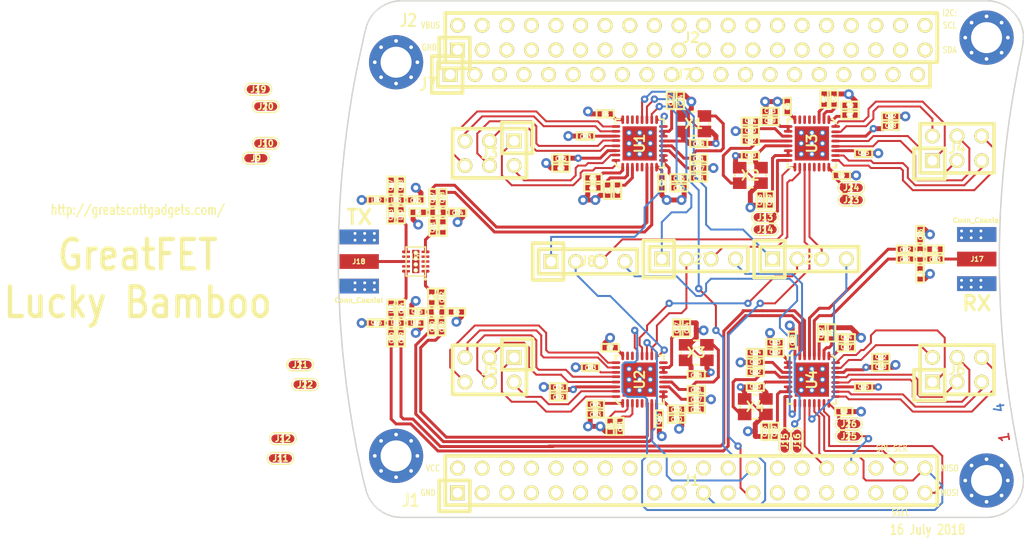
<source format=kicad_pcb>
(kicad_pcb (version 4) (host pcbnew 4.0.7-e2-6376~61~ubuntu18.04.1)
  (layers (0 F.Cu signal) (1 C2.Cu power hide) (2 C3.Cu power hide) (31 B.Cu signal) (35 F.Paste user) (37 F.SilkS user) (39 F.Mask user) (44 Edge.Cuts user))
  (net 0 "")
  (net 1 GND)
  (net 2 VCC)
  (net 3 "Net-(C1-Pad2)")
  (net 4 "Net-(C2-Pad2)")
  (net 5 "Net-(C3-Pad2)")
  (net 6 "Net-(C4-Pad2)")
  (net 7 "Net-(C6-Pad1)")
  (net 8 "Net-(C8-Pad1)")
  (net 9 "Net-(C10-Pad1)")
  (net 10 "Net-(C11-Pad1)")
  (net 11 "Net-(C13-Pad1)")
  (net 12 "Net-(C14-Pad1)")
  (net 13 "Net-(C21-Pad1)")
  (net 14 "Net-(C22-Pad1)")
  (net 15 "Net-(C23-Pad2)")
  (net 16 "Net-(C24-Pad1)")
  (net 17 "Net-(C25-Pad2)")
  (net 18 "Net-(C26-Pad1)")
  (net 19 "Net-(C28-Pad1)")
  (net 20 "Net-(C30-Pad1)")
  (net 21 "Net-(C31-Pad2)")
  (net 22 "Net-(C32-Pad2)")
  (net 23 "Net-(C33-Pad2)")
  (net 24 "Net-(C34-Pad2)")
  (net 25 "Net-(C36-Pad1)")
  (net 26 "Net-(C38-Pad1)")
  (net 27 "Net-(C40-Pad1)")
  (net 28 "Net-(C41-Pad1)")
  (net 29 "Net-(C43-Pad1)")
  (net 30 "Net-(C44-Pad1)")
  (net 31 "Net-(C51-Pad1)")
  (net 32 "Net-(C52-Pad1)")
  (net 33 "Net-(C53-Pad2)")
  (net 34 "Net-(C54-Pad1)")
  (net 35 "Net-(C55-Pad2)")
  (net 36 "Net-(C56-Pad1)")
  (net 37 "Net-(C58-Pad1)")
  (net 38 "Net-(C60-Pad1)")
  (net 39 /RFOUT1)
  (net 40 "Net-(C61-Pad1)")
  (net 41 /RFOUT2)
  (net 42 "Net-(C62-Pad1)")
  (net 43 "Net-(C63-Pad2)")
  (net 44 "Net-(C63-Pad1)")
  (net 45 "Net-(C64-Pad1)")
  (net 46 "Net-(C65-Pad1)")
  (net 47 "Net-(C66-Pad1)")
  (net 48 /RFOUT1_P)
  (net 49 /RFOUT1_N)
  (net 50 /RFOUT2_P)
  (net 51 /RFOUT2_N)
  (net 52 /RFIN_P)
  (net 53 /RFIN_N)
  (net 54 /RFOUT3)
  (net 55 "Net-(C73-Pad1)")
  (net 56 /RFOUT4)
  (net 57 "Net-(C74-Pad1)")
  (net 58 "Net-(C75-Pad1)")
  (net 59 "Net-(C76-Pad1)")
  (net 60 /RFOUT3_P)
  (net 61 /RFOUT3_N)
  (net 62 /RFOUT4_P)
  (net 63 /RFOUT4_N)
  (net 64 /P4_9)
  (net 65 /P0_0)
  (net 66 /P4_10)
  (net 67 /P0_1)
  (net 68 /P1_0)
  (net 69 /P5_0)
  (net 70 /P5_1)
  (net 71 /P1_1)
  (net 72 /CLK0)
  (net 73 /P1_2)
  (net 74 /P1_5)
  (net 75 /P5_2)
  (net 76 /P1_7)
  (net 77 /P1_6)
  (net 78 /P1_9)
  (net 79 /P1_8)
  (net 80 /P5_3)
  (net 81 /P1_10)
  (net 82 /P1_12)
  (net 83 /P1_11)
  (net 84 /P5_5)
  (net 85 /P5_4)
  (net 86 /P1_14)
  (net 87 /P1_13)
  (net 88 /P5_6)
  (net 89 /P1_15)
  (net 90 /P5_7)
  (net 91 /P1_16)
  (net 92 /P1_18)
  (net 93 /P1_17)
  (net 94 /P9_5)
  (net 95 /P9_6)
  (net 96 /P2_0)
  (net 97 /P6_0)
  (net 98 /P1_20)
  (net 99 /P1_19)
  (net 100 /P1_4)
  (net 101 /P1_3)
  (net 102 "Net-(J2-Pad2)")
  (net 103 /P4_8)
  (net 104 /P4_0)
  (net 105 /ADC0_0)
  (net 106 /P4_5)
  (net 107 /P4_4)
  (net 108 /P4_2)
  (net 109 /P4_3)
  (net 110 /P4_6)
  (net 111 /P4_7)
  (net 112 /CLK2)
  (net 113 /P2_8)
  (net 114 /P2_7)
  (net 115 /P2_6)
  (net 116 /P7_7)
  (net 117 /WAKEUP0)
  (net 118 /P2_5)
  (net 119 /P2_4)
  (net 120 /P2_3)
  (net 121 /PF_4)
  (net 122 /P3_2)
  (net 123 /P7_2)
  (net 124 /P3_1)
  (net 125 /P7_1)
  (net 126 /P3_0)
  (net 127 /P7_0)
  (net 128 /P3_4)
  (net 129 /P6_8)
  (net 130 /P3_7)
  (net 131 /P6_7)
  (net 132 /P3_3)
  (net 133 /P2_2)
  (net 134 /P6_6)
  (net 135 /P2_1)
  (net 136 /P6_3)
  (net 137 /P3_5)
  (net 138 /P3_6)
  (net 139 /I2C0_SDA)
  (net 140 /I2C0_SCL)
  (net 141 "Net-(J3-Pad1)")
  (net 142 "Net-(J3-Pad2)")
  (net 143 "Net-(J3-Pad3)")
  (net 144 "Net-(J3-Pad4)")
  (net 145 "Net-(J3-Pad5)")
  (net 146 "Net-(J3-Pad6)")
  (net 147 "Net-(J4-Pad1)")
  (net 148 "Net-(J4-Pad2)")
  (net 149 "Net-(J4-Pad3)")
  (net 150 "Net-(J4-Pad4)")
  (net 151 "Net-(J4-Pad5)")
  (net 152 "Net-(J4-Pad6)")
  (net 153 "Net-(J5-Pad1)")
  (net 154 "Net-(J5-Pad2)")
  (net 155 "Net-(J5-Pad3)")
  (net 156 "Net-(J5-Pad4)")
  (net 157 "Net-(J5-Pad5)")
  (net 158 "Net-(J5-Pad6)")
  (net 159 "Net-(J6-Pad1)")
  (net 160 "Net-(J6-Pad2)")
  (net 161 "Net-(J6-Pad3)")
  (net 162 "Net-(J6-Pad4)")
  (net 163 "Net-(J6-Pad5)")
  (net 164 "Net-(J6-Pad6)")
  (net 165 /P6_4)
  (net 166 /P6_5)
  (net 167 /ADC0_5)
  (net 168 /ADC0_2)
  (net 169 /P2_9)
  (net 170 /P2_12)
  (net 171 /P2_13)
  (net 172 /RTC_ALARM)
  (net 173 /RESET)
  (net 174 /VBAT)
  (net 175 /P2_11)
  (net 176 /P2_10)
  (net 177 /P6_10)
  (net 178 /P6_9)
  (net 179 /P6_2)
  (net 180 /P6_1)
  (net 181 /DT1)
  (net 182 /DT2)
  (net 183 /DT3)
  (net 184 /DT4)
  (net 185 /DR1)
  (net 186 /DR2)
  (net 187 /DR3)
  (net 188 /DR4)
  (net 189 "Net-(J18-Pad1)")
  (net 190 /~CS~1)
  (net 191 /~CS~2)
  (net 192 /~CS~3)
  (net 193 /~CS~4)
  (net 194 /TRFS1)
  (net 195 /TRFS2)
  (net 196 /TRFS3)
  (net 197 /TRFS4)
  (net 198 /IRQ1)
  (net 199 /IRQ2)
  (net 200 /IRQ3)
  (net 201 /IRQ4)
  (net 202 "Net-(R1-Pad2)")
  (net 203 "Net-(R2-Pad2)")
  (net 204 "Net-(R5-Pad2)")
  (net 205 "Net-(R6-Pad2)")
  (net 206 "Net-(U5-Pad3)")
  (module gsg-modules:HEADER-1x20 (layer F.Cu) (at 145.288 76.2)
    (fp_text reference J7 (at 0 0) (layer F.SilkS) (effects (font (size 1.016 1.016) (thickness 0.2032))))
    (fp_text value BONUS_ROW hide)
    (pad 1 thru_hole rect (at -24.13 0) (size 1.524 1.524) (drill 1.016) (layers *.Cu *.Mask F.SilkS) (net 1 GND))
    (pad 2 thru_hole circle (at -21.59 0) (size 1.524 1.524) (drill 1.016) (layers *.Cu *.Mask F.SilkS) (net 165 /P6_4))
    (pad 3 thru_hole circle (at -19.05 0) (size 1.524 1.524) (drill 1.016) (layers *.Cu *.Mask F.SilkS) (net 166 /P6_5))
    (pad 4 thru_hole circle (at -16.51 0) (size 1.524 1.524) (drill 1.016) (layers *.Cu *.Mask F.SilkS) (net 167 /ADC0_5))
    (pad 5 thru_hole circle (at -13.97 0) (size 1.524 1.524) (drill 1.016) (layers *.Cu *.Mask F.SilkS) (net 168 /ADC0_2))
    (pad 6 thru_hole circle (at -11.43 0) (size 1.524 1.524) (drill 1.016) (layers *.Cu *.Mask F.SilkS) (net 169 /P2_9))
    (pad 7 thru_hole circle (at -8.89 0) (size 1.524 1.524) (drill 1.016) (layers *.Cu *.Mask F.SilkS) (net 170 /P2_12))
    (pad 8 thru_hole circle (at -6.35 0) (size 1.524 1.524) (drill 1.016) (layers *.Cu *.Mask F.SilkS) (net 171 /P2_13))
    (pad 9 thru_hole circle (at -3.81 0) (size 1.524 1.524) (drill 1.016) (layers *.Cu *.Mask F.SilkS) (net 172 /RTC_ALARM))
    (pad 10 thru_hole circle (at -1.27 0) (size 1.524 1.524) (drill 1.016) (layers *.Cu *.Mask F.SilkS) (net 1 GND))
    (pad 11 thru_hole circle (at 1.27 0) (size 1.524 1.524) (drill 1.016) (layers *.Cu *.Mask F.SilkS) (net 173 /RESET))
    (pad 12 thru_hole circle (at 3.81 0) (size 1.524 1.524) (drill 1.016) (layers *.Cu *.Mask F.SilkS) (net 174 /VBAT))
    (pad 13 thru_hole circle (at 6.35 0) (size 1.524 1.524) (drill 1.016) (layers *.Cu *.Mask F.SilkS) (net 175 /P2_11))
    (pad 14 thru_hole circle (at 8.89 0) (size 1.524 1.524) (drill 1.016) (layers *.Cu *.Mask F.SilkS) (net 176 /P2_10))
    (pad 15 thru_hole circle (at 11.43 0) (size 1.524 1.524) (drill 1.016) (layers *.Cu *.Mask F.SilkS) (net 177 /P6_10))
    (pad 16 thru_hole circle (at 13.97 0) (size 1.524 1.524) (drill 1.016) (layers *.Cu *.Mask F.SilkS) (net 178 /P6_9))
    (pad 17 thru_hole circle (at 16.51 0) (size 1.524 1.524) (drill 1.016) (layers *.Cu *.Mask F.SilkS) (net 179 /P6_2))
    (pad 18 thru_hole circle (at 19.05 0) (size 1.524 1.524) (drill 1.016) (layers *.Cu *.Mask F.SilkS) (net 180 /P6_1))
    (pad 19 thru_hole circle (at 21.59 0) (size 1.524 1.524) (drill 1.016) (layers *.Cu *.Mask F.SilkS) (net 1 GND))
    (pad 20 thru_hole circle (at 24.13 0) (size 1.524 1.524) (drill 1.016) (layers *.Cu *.Mask F.SilkS) (net 2 VCC))
  )
  (module gsg-modules:HEADER-2x20 (layer F.Cu) (at 146.05 118.11)
    (fp_text reference J1 (at 0 0) (layer F.SilkS) (effects (font (size 1.016 1.016) (thickness 0.2032))))
    (fp_text value NEIGHBOR1 hide)
    (pad 1 thru_hole rect (at -24.13 1.27) (size 1.524 1.524) (drill 1.016) (layers *.Cu *.Mask F.SilkS) (net 1 GND))
    (pad 2 thru_hole circle (at -24.13 -1.27) (size 1.524 1.524) (drill 1.016) (layers *.Cu *.Mask F.SilkS) (net 2 VCC))
    (pad 3 thru_hole circle (at -21.59 1.27) (size 1.524 1.524) (drill 1.016) (layers *.Cu *.Mask F.SilkS) (net 64 /P4_9))
    (pad 4 thru_hole circle (at -21.59 -1.27) (size 1.524 1.524) (drill 1.016) (layers *.Cu *.Mask F.SilkS) (net 65 /P0_0))
    (pad 5 thru_hole circle (at -19.05 1.27) (size 1.524 1.524) (drill 1.016) (layers *.Cu *.Mask F.SilkS) (net 66 /P4_10))
    (pad 6 thru_hole circle (at -19.05 -1.27) (size 1.524 1.524) (drill 1.016) (layers *.Cu *.Mask F.SilkS) (net 67 /P0_1))
    (pad 7 thru_hole circle (at -16.51 1.27) (size 1.524 1.524) (drill 1.016) (layers *.Cu *.Mask F.SilkS) (net 68 /P1_0))
    (pad 8 thru_hole circle (at -16.51 -1.27) (size 1.524 1.524) (drill 1.016) (layers *.Cu *.Mask F.SilkS) (net 69 /P5_0))
    (pad 9 thru_hole circle (at -13.97 1.27) (size 1.524 1.524) (drill 1.016) (layers *.Cu *.Mask F.SilkS) (net 70 /P5_1))
    (pad 10 thru_hole circle (at -13.97 -1.27) (size 1.524 1.524) (drill 1.016) (layers *.Cu *.Mask F.SilkS) (net 71 /P1_1))
    (pad 11 thru_hole circle (at -11.43 1.27) (size 1.524 1.524) (drill 1.016) (layers *.Cu *.Mask F.SilkS) (net 72 /CLK0))
    (pad 12 thru_hole circle (at -11.43 -1.27) (size 1.524 1.524) (drill 1.016) (layers *.Cu *.Mask F.SilkS) (net 73 /P1_2))
    (pad 13 thru_hole circle (at -8.89 1.27) (size 1.524 1.524) (drill 1.016) (layers *.Cu *.Mask F.SilkS) (net 74 /P1_5))
    (pad 14 thru_hole circle (at -8.89 -1.27) (size 1.524 1.524) (drill 1.016) (layers *.Cu *.Mask F.SilkS) (net 75 /P5_2))
    (pad 15 thru_hole circle (at -6.35 1.27) (size 1.524 1.524) (drill 1.016) (layers *.Cu *.Mask F.SilkS) (net 76 /P1_7))
    (pad 16 thru_hole circle (at -6.35 -1.27) (size 1.524 1.524) (drill 1.016) (layers *.Cu *.Mask F.SilkS) (net 77 /P1_6))
    (pad 17 thru_hole circle (at -3.81 1.27) (size 1.524 1.524) (drill 1.016) (layers *.Cu *.Mask F.SilkS) (net 78 /P1_9))
    (pad 18 thru_hole circle (at -3.81 -1.27) (size 1.524 1.524) (drill 1.016) (layers *.Cu *.Mask F.SilkS) (net 79 /P1_8))
    (pad 19 thru_hole circle (at -1.27 1.27) (size 1.524 1.524) (drill 1.016) (layers *.Cu *.Mask F.SilkS) (net 80 /P5_3))
    (pad 20 thru_hole circle (at -1.27 -1.27) (size 1.524 1.524) (drill 1.016) (layers *.Cu *.Mask F.SilkS) (net 81 /P1_10))
    (pad 21 thru_hole circle (at 1.27 1.27) (size 1.524 1.524) (drill 1.016) (layers *.Cu *.Mask F.SilkS) (net 82 /P1_12))
    (pad 22 thru_hole circle (at 1.27 -1.27) (size 1.524 1.524) (drill 1.016) (layers *.Cu *.Mask F.SilkS) (net 83 /P1_11))
    (pad 23 thru_hole circle (at 3.81 1.27) (size 1.524 1.524) (drill 1.016) (layers *.Cu *.Mask F.SilkS) (net 84 /P5_5))
    (pad 24 thru_hole circle (at 3.81 -1.27) (size 1.524 1.524) (drill 1.016) (layers *.Cu *.Mask F.SilkS) (net 85 /P5_4))
    (pad 25 thru_hole circle (at 6.35 1.27) (size 1.524 1.524) (drill 1.016) (layers *.Cu *.Mask F.SilkS) (net 86 /P1_14))
    (pad 26 thru_hole circle (at 6.35 -1.27) (size 1.524 1.524) (drill 1.016) (layers *.Cu *.Mask F.SilkS) (net 87 /P1_13))
    (pad 27 thru_hole circle (at 8.89 1.27) (size 1.524 1.524) (drill 1.016) (layers *.Cu *.Mask F.SilkS) (net 88 /P5_6))
    (pad 28 thru_hole circle (at 8.89 -1.27) (size 1.524 1.524) (drill 1.016) (layers *.Cu *.Mask F.SilkS) (net 89 /P1_15))
    (pad 29 thru_hole circle (at 11.43 1.27) (size 1.524 1.524) (drill 1.016) (layers *.Cu *.Mask F.SilkS) (net 90 /P5_7))
    (pad 30 thru_hole circle (at 11.43 -1.27) (size 1.524 1.524) (drill 1.016) (layers *.Cu *.Mask F.SilkS) (net 91 /P1_16))
    (pad 31 thru_hole circle (at 13.97 1.27) (size 1.524 1.524) (drill 1.016) (layers *.Cu *.Mask F.SilkS) (net 92 /P1_18))
    (pad 32 thru_hole circle (at 13.97 -1.27) (size 1.524 1.524) (drill 1.016) (layers *.Cu *.Mask F.SilkS) (net 93 /P1_17))
    (pad 33 thru_hole circle (at 16.51 1.27) (size 1.524 1.524) (drill 1.016) (layers *.Cu *.Mask F.SilkS) (net 94 /P9_5))
    (pad 34 thru_hole circle (at 16.51 -1.27) (size 1.524 1.524) (drill 1.016) (layers *.Cu *.Mask F.SilkS) (net 95 /P9_6))
    (pad 35 thru_hole circle (at 19.05 1.27) (size 1.524 1.524) (drill 1.016) (layers *.Cu *.Mask F.SilkS) (net 96 /P2_0))
    (pad 36 thru_hole circle (at 19.05 -1.27) (size 1.524 1.524) (drill 1.016) (layers *.Cu *.Mask F.SilkS) (net 97 /P6_0))
    (pad 37 thru_hole circle (at 21.59 1.27) (size 1.524 1.524) (drill 1.016) (layers *.Cu *.Mask F.SilkS) (net 98 /P1_20))
    (pad 38 thru_hole circle (at 21.59 -1.27) (size 1.524 1.524) (drill 1.016) (layers *.Cu *.Mask F.SilkS) (net 99 /P1_19))
    (pad 39 thru_hole circle (at 24.13 1.27) (size 1.524 1.524) (drill 1.016) (layers *.Cu *.Mask F.SilkS) (net 100 /P1_4))
    (pad 40 thru_hole circle (at 24.13 -1.27) (size 1.524 1.524) (drill 1.016) (layers *.Cu *.Mask F.SilkS) (net 101 /P1_3))
  )
  (module gsg-modules:HEADER-2x20 (layer F.Cu) (at 146.05 72.39)
    (fp_text reference J2 (at 0 0) (layer F.SilkS) (effects (font (size 1.016 1.016) (thickness 0.2032))))
    (fp_text value NEIGHBOR2 hide)
    (pad 1 thru_hole rect (at -24.13 1.27) (size 1.524 1.524) (drill 1.016) (layers *.Cu *.Mask F.SilkS) (net 1 GND))
    (pad 2 thru_hole circle (at -24.13 -1.27) (size 1.524 1.524) (drill 1.016) (layers *.Cu *.Mask F.SilkS) (net 102 "Net-(J2-Pad2)"))
    (pad 3 thru_hole circle (at -21.59 1.27) (size 1.524 1.524) (drill 1.016) (layers *.Cu *.Mask F.SilkS) (net 103 /P4_8))
    (pad 4 thru_hole circle (at -21.59 -1.27) (size 1.524 1.524) (drill 1.016) (layers *.Cu *.Mask F.SilkS) (net 104 /P4_0))
    (pad 5 thru_hole circle (at -19.05 1.27) (size 1.524 1.524) (drill 1.016) (layers *.Cu *.Mask F.SilkS) (net 105 /ADC0_0))
    (pad 6 thru_hole circle (at -19.05 -1.27) (size 1.524 1.524) (drill 1.016) (layers *.Cu *.Mask F.SilkS) (net 106 /P4_5))
    (pad 7 thru_hole circle (at -16.51 1.27) (size 1.524 1.524) (drill 1.016) (layers *.Cu *.Mask F.SilkS) (net 107 /P4_4))
    (pad 8 thru_hole circle (at -16.51 -1.27) (size 1.524 1.524) (drill 1.016) (layers *.Cu *.Mask F.SilkS) (net 108 /P4_2))
    (pad 9 thru_hole circle (at -13.97 1.27) (size 1.524 1.524) (drill 1.016) (layers *.Cu *.Mask F.SilkS) (net 109 /P4_3))
    (pad 10 thru_hole circle (at -13.97 -1.27) (size 1.524 1.524) (drill 1.016) (layers *.Cu *.Mask F.SilkS) (net 110 /P4_6))
    (pad 11 thru_hole circle (at -11.43 1.27) (size 1.524 1.524) (drill 1.016) (layers *.Cu *.Mask F.SilkS) (net 111 /P4_7))
    (pad 12 thru_hole circle (at -11.43 -1.27) (size 1.524 1.524) (drill 1.016) (layers *.Cu *.Mask F.SilkS) (net 112 /CLK2))
    (pad 13 thru_hole circle (at -8.89 1.27) (size 1.524 1.524) (drill 1.016) (layers *.Cu *.Mask F.SilkS) (net 113 /P2_8))
    (pad 14 thru_hole circle (at -8.89 -1.27) (size 1.524 1.524) (drill 1.016) (layers *.Cu *.Mask F.SilkS) (net 114 /P2_7))
    (pad 15 thru_hole circle (at -6.35 1.27) (size 1.524 1.524) (drill 1.016) (layers *.Cu *.Mask F.SilkS) (net 115 /P2_6))
    (pad 16 thru_hole circle (at -6.35 -1.27) (size 1.524 1.524) (drill 1.016) (layers *.Cu *.Mask F.SilkS) (net 116 /P7_7))
    (pad 17 thru_hole circle (at -3.81 1.27) (size 1.524 1.524) (drill 1.016) (layers *.Cu *.Mask F.SilkS) (net 117 /WAKEUP0))
    (pad 18 thru_hole circle (at -3.81 -1.27) (size 1.524 1.524) (drill 1.016) (layers *.Cu *.Mask F.SilkS) (net 118 /P2_5))
    (pad 19 thru_hole circle (at -1.27 1.27) (size 1.524 1.524) (drill 1.016) (layers *.Cu *.Mask F.SilkS) (net 119 /P2_4))
    (pad 20 thru_hole circle (at -1.27 -1.27) (size 1.524 1.524) (drill 1.016) (layers *.Cu *.Mask F.SilkS) (net 120 /P2_3))
    (pad 21 thru_hole circle (at 1.27 1.27) (size 1.524 1.524) (drill 1.016) (layers *.Cu *.Mask F.SilkS) (net 121 /PF_4))
    (pad 22 thru_hole circle (at 1.27 -1.27) (size 1.524 1.524) (drill 1.016) (layers *.Cu *.Mask F.SilkS) (net 122 /P3_2))
    (pad 23 thru_hole circle (at 3.81 1.27) (size 1.524 1.524) (drill 1.016) (layers *.Cu *.Mask F.SilkS) (net 123 /P7_2))
    (pad 24 thru_hole circle (at 3.81 -1.27) (size 1.524 1.524) (drill 1.016) (layers *.Cu *.Mask F.SilkS) (net 124 /P3_1))
    (pad 25 thru_hole circle (at 6.35 1.27) (size 1.524 1.524) (drill 1.016) (layers *.Cu *.Mask F.SilkS) (net 125 /P7_1))
    (pad 26 thru_hole circle (at 6.35 -1.27) (size 1.524 1.524) (drill 1.016) (layers *.Cu *.Mask F.SilkS) (net 126 /P3_0))
    (pad 27 thru_hole circle (at 8.89 1.27) (size 1.524 1.524) (drill 1.016) (layers *.Cu *.Mask F.SilkS) (net 127 /P7_0))
    (pad 28 thru_hole circle (at 8.89 -1.27) (size 1.524 1.524) (drill 1.016) (layers *.Cu *.Mask F.SilkS) (net 128 /P3_4))
    (pad 29 thru_hole circle (at 11.43 1.27) (size 1.524 1.524) (drill 1.016) (layers *.Cu *.Mask F.SilkS) (net 129 /P6_8))
    (pad 30 thru_hole circle (at 11.43 -1.27) (size 1.524 1.524) (drill 1.016) (layers *.Cu *.Mask F.SilkS) (net 130 /P3_7))
    (pad 31 thru_hole circle (at 13.97 1.27) (size 1.524 1.524) (drill 1.016) (layers *.Cu *.Mask F.SilkS) (net 131 /P6_7))
    (pad 32 thru_hole circle (at 13.97 -1.27) (size 1.524 1.524) (drill 1.016) (layers *.Cu *.Mask F.SilkS) (net 132 /P3_3))
    (pad 33 thru_hole circle (at 16.51 1.27) (size 1.524 1.524) (drill 1.016) (layers *.Cu *.Mask F.SilkS) (net 133 /P2_2))
    (pad 34 thru_hole circle (at 16.51 -1.27) (size 1.524 1.524) (drill 1.016) (layers *.Cu *.Mask F.SilkS) (net 134 /P6_6))
    (pad 35 thru_hole circle (at 19.05 1.27) (size 1.524 1.524) (drill 1.016) (layers *.Cu *.Mask F.SilkS) (net 135 /P2_1))
    (pad 36 thru_hole circle (at 19.05 -1.27) (size 1.524 1.524) (drill 1.016) (layers *.Cu *.Mask F.SilkS) (net 136 /P6_3))
    (pad 37 thru_hole circle (at 21.59 1.27) (size 1.524 1.524) (drill 1.016) (layers *.Cu *.Mask F.SilkS) (net 137 /P3_5))
    (pad 38 thru_hole circle (at 21.59 -1.27) (size 1.524 1.524) (drill 1.016) (layers *.Cu *.Mask F.SilkS) (net 138 /P3_6))
    (pad 39 thru_hole circle (at 24.13 1.27) (size 1.524 1.524) (drill 1.016) (layers *.Cu *.Mask F.SilkS) (net 139 /I2C0_SDA))
    (pad 40 thru_hole circle (at 24.13 -1.27) (size 1.524 1.524) (drill 1.016) (layers *.Cu *.Mask F.SilkS) (net 140 /I2C0_SCL))
  )
  (module gsg-modules:HOLE126MIL-COPPER (layer F.Cu) (at 115.57 74.93)
    (fp_text reference MH1 hide)
    (fp_text value MOUNTING_HOLE hide)
    (pad 1 thru_hole circle (at 0 0) (size 5.6 5.6) (drill 3.2004) (layers *.Cu *.Mask) (net 1 GND))
    (pad 1 thru_hole circle (at 0 -2.2) (size 0.6 0.6) (drill 0.381) (layers *.Cu *.Mask) (net 1 GND))
    (pad 1 thru_hole circle (at -2.2 0) (size 0.6 0.6) (drill 0.381) (layers *.Cu *.Mask) (net 1 GND))
    (pad 1 thru_hole circle (at 0 2.2) (size 0.6 0.6) (drill 0.381) (layers *.Cu *.Mask) (net 1 GND))
    (pad 1 thru_hole circle (at 2.2 0) (size 0.6 0.6) (drill 0.381) (layers *.Cu *.Mask) (net 1 GND))
    (pad 1 thru_hole circle (at 1.55 -1.55) (size 0.6 0.6) (drill 0.381) (layers *.Cu *.Mask) (net 1 GND))
    (pad 1 thru_hole circle (at -1.55 -1.55) (size 0.6 0.6) (drill 0.381) (layers *.Cu *.Mask) (net 1 GND))
    (pad 1 thru_hole circle (at -1.55 1.55) (size 0.6 0.6) (drill 0.381) (layers *.Cu *.Mask) (net 1 GND))
    (pad 1 thru_hole circle (at 1.55 1.55) (size 0.6 0.6) (drill 0.381) (layers *.Cu *.Mask) (net 1 GND))
  )
  (module gsg-modules:HOLE126MIL-COPPER (layer F.Cu) (at 115.57 115.57)
    (fp_text reference MH2 hide)
    (fp_text value MOUNTING_HOLE hide)
    (pad 1 thru_hole circle (at 0 0) (size 5.6 5.6) (drill 3.2004) (layers *.Cu *.Mask) (net 1 GND))
    (pad 1 thru_hole circle (at 0 -2.2) (size 0.6 0.6) (drill 0.381) (layers *.Cu *.Mask) (net 1 GND))
    (pad 1 thru_hole circle (at -2.2 0) (size 0.6 0.6) (drill 0.381) (layers *.Cu *.Mask) (net 1 GND))
    (pad 1 thru_hole circle (at 0 2.2) (size 0.6 0.6) (drill 0.381) (layers *.Cu *.Mask) (net 1 GND))
    (pad 1 thru_hole circle (at 2.2 0) (size 0.6 0.6) (drill 0.381) (layers *.Cu *.Mask) (net 1 GND))
    (pad 1 thru_hole circle (at 1.55 -1.55) (size 0.6 0.6) (drill 0.381) (layers *.Cu *.Mask) (net 1 GND))
    (pad 1 thru_hole circle (at -1.55 -1.55) (size 0.6 0.6) (drill 0.381) (layers *.Cu *.Mask) (net 1 GND))
    (pad 1 thru_hole circle (at -1.55 1.55) (size 0.6 0.6) (drill 0.381) (layers *.Cu *.Mask) (net 1 GND))
    (pad 1 thru_hole circle (at 1.55 1.55) (size 0.6 0.6) (drill 0.381) (layers *.Cu *.Mask) (net 1 GND))
  )
  (module gsg-modules:HOLE126MIL-COPPER (layer F.Cu) (at 176.53 118.11)
    (fp_text reference MH3 hide)
    (fp_text value MOUNTING_HOLE hide)
    (pad 1 thru_hole circle (at 0 0) (size 5.6 5.6) (drill 3.2004) (layers *.Cu *.Mask) (net 1 GND))
    (pad 1 thru_hole circle (at 0 -2.2) (size 0.6 0.6) (drill 0.381) (layers *.Cu *.Mask) (net 1 GND))
    (pad 1 thru_hole circle (at -2.2 0) (size 0.6 0.6) (drill 0.381) (layers *.Cu *.Mask) (net 1 GND))
    (pad 1 thru_hole circle (at 0 2.2) (size 0.6 0.6) (drill 0.381) (layers *.Cu *.Mask) (net 1 GND))
    (pad 1 thru_hole circle (at 2.2 0) (size 0.6 0.6) (drill 0.381) (layers *.Cu *.Mask) (net 1 GND))
    (pad 1 thru_hole circle (at 1.55 -1.55) (size 0.6 0.6) (drill 0.381) (layers *.Cu *.Mask) (net 1 GND))
    (pad 1 thru_hole circle (at -1.55 -1.55) (size 0.6 0.6) (drill 0.381) (layers *.Cu *.Mask) (net 1 GND))
    (pad 1 thru_hole circle (at -1.55 1.55) (size 0.6 0.6) (drill 0.381) (layers *.Cu *.Mask) (net 1 GND))
    (pad 1 thru_hole circle (at 1.55 1.55) (size 0.6 0.6) (drill 0.381) (layers *.Cu *.Mask) (net 1 GND))
  )
  (module gsg-modules:HOLE126MIL-COPPER (layer F.Cu) (at 176.53 72.39)
    (fp_text reference MH4 hide)
    (fp_text value MOUNTING_HOLE hide)
    (pad 1 thru_hole circle (at 0 0) (size 5.6 5.6) (drill 3.2004) (layers *.Cu *.Mask) (net 1 GND))
    (pad 1 thru_hole circle (at 0 -2.2) (size 0.6 0.6) (drill 0.381) (layers *.Cu *.Mask) (net 1 GND))
    (pad 1 thru_hole circle (at -2.2 0) (size 0.6 0.6) (drill 0.381) (layers *.Cu *.Mask) (net 1 GND))
    (pad 1 thru_hole circle (at 0 2.2) (size 0.6 0.6) (drill 0.381) (layers *.Cu *.Mask) (net 1 GND))
    (pad 1 thru_hole circle (at 2.2 0) (size 0.6 0.6) (drill 0.381) (layers *.Cu *.Mask) (net 1 GND))
    (pad 1 thru_hole circle (at 1.55 -1.55) (size 0.6 0.6) (drill 0.381) (layers *.Cu *.Mask) (net 1 GND))
    (pad 1 thru_hole circle (at -1.55 -1.55) (size 0.6 0.6) (drill 0.381) (layers *.Cu *.Mask) (net 1 GND))
    (pad 1 thru_hole circle (at -1.55 1.55) (size 0.6 0.6) (drill 0.381) (layers *.Cu *.Mask) (net 1 GND))
    (pad 1 thru_hole circle (at 1.55 1.55) (size 0.6 0.6) (drill 0.381) (layers *.Cu *.Mask) (net 1 GND))
  )
  (module gsg-modules:HEADER-1x4 (layer F.Cu) (at 135.382 95.504)
    (fp_text reference J8 (at 0 0) (layer F.SilkS) (effects (font (size 1.016 1.016) (thickness 0.2032))))
    (fp_text value Conn_01x04 hide)
    (pad 1 thru_hole rect (at -3.81 0) (size 1.524 1.524) (drill 1.016) (layers *.Cu *.Mask F.SilkS) (net 181 /DT1))
    (pad 2 thru_hole circle (at -1.27 0) (size 1.524 1.524) (drill 1.016) (layers *.Cu *.Mask F.SilkS) (net 182 /DT2))
    (pad 3 thru_hole circle (at 1.27 0) (size 1.524 1.524) (drill 1.016) (layers *.Cu *.Mask F.SilkS) (net 183 /DT3))
    (pad 4 thru_hole circle (at 3.81 0) (size 1.524 1.524) (drill 1.016) (layers *.Cu *.Mask F.SilkS) (net 184 /DT4))
  )
  (module gsg-modules:0603-JUMPER (layer F.Cu) (at 101.092 84.836)
    (fp_text reference J9 (at 0 0) (layer F.SilkS) (effects (font (size 0.6096 0.6096) (thickness 0.1524))))
    (fp_text value TEST_2P hide)
    (pad 1 smd oval (at -0.6477 0) (size 1.0922 0.8636) (layers F.Cu F.Mask) (net 185 /DR1))
    (pad 2 smd rect (at 0.3556 0) (size 0.508 0.8636) (layers F.Cu F.Mask) (net 136 /P6_3))
    (pad 1 smd rect (at -0.3556 0) (size 0.508 0.8636) (layers F.Cu F.Mask) (net 185 /DR1))
    (pad 2 smd oval (at 0.6477 0) (size 1.0922 0.8636) (layers F.Cu F.Mask) (net 136 /P6_3))
  )
  (module gsg-modules:0603-JUMPER (layer F.Cu) (at 102.108 83.312)
    (fp_text reference J10 (at 0 0) (layer F.SilkS) (effects (font (size 0.6096 0.6096) (thickness 0.1524))))
    (fp_text value TEST_2P hide)
    (pad 1 smd oval (at -0.6477 0) (size 1.0922 0.8636) (layers F.Cu F.Mask) (net 185 /DR1))
    (pad 2 smd rect (at 0.3556 0) (size 0.508 0.8636) (layers F.Cu F.Mask) (net 89 /P1_15))
    (pad 1 smd rect (at -0.3556 0) (size 0.508 0.8636) (layers F.Cu F.Mask) (net 185 /DR1))
    (pad 2 smd oval (at 0.6477 0) (size 1.0922 0.8636) (layers F.Cu F.Mask) (net 89 /P1_15))
  )
  (module gsg-modules:0603-JUMPER (layer F.Cu) (at 103.632 115.824)
    (fp_text reference J11 (at 0 0) (layer F.SilkS) (effects (font (size 0.6096 0.6096) (thickness 0.1524))))
    (fp_text value TEST_2P hide)
    (pad 1 smd oval (at -0.6477 0) (size 1.0922 0.8636) (layers F.Cu F.Mask) (net 186 /DR2))
    (pad 2 smd rect (at 0.3556 0) (size 0.508 0.8636) (layers F.Cu F.Mask) (net 134 /P6_6))
    (pad 1 smd rect (at -0.3556 0) (size 0.508 0.8636) (layers F.Cu F.Mask) (net 186 /DR2))
    (pad 2 smd oval (at 0.6477 0) (size 1.0922 0.8636) (layers F.Cu F.Mask) (net 134 /P6_6))
  )
  (module gsg-modules:0603-JUMPER (layer F.Cu) (at 103.886 113.792)
    (fp_text reference J12 (at 0 0) (layer F.SilkS) (effects (font (size 0.6096 0.6096) (thickness 0.1524))))
    (fp_text value TEST_2P hide)
    (pad 1 smd oval (at -0.6477 0) (size 1.0922 0.8636) (layers F.Cu F.Mask) (net 186 /DR2))
    (pad 2 smd rect (at 0.3556 0) (size 0.508 0.8636) (layers F.Cu F.Mask) (net 94 /P9_5))
    (pad 1 smd rect (at -0.3556 0) (size 0.508 0.8636) (layers F.Cu F.Mask) (net 186 /DR2))
    (pad 2 smd oval (at 0.6477 0) (size 1.0922 0.8636) (layers F.Cu F.Mask) (net 94 /P9_5))
  )
  (module gsg-modules:0603-JUMPER (layer F.Cu) (at 153.67 90.932 180)
    (fp_text reference J13 (at 0 0 180) (layer F.SilkS) (effects (font (size 0.6096 0.6096) (thickness 0.1524))))
    (fp_text value TEST_2P hide)
    (pad 1 smd oval (at -0.6477 0 180) (size 1.0922 0.8636) (layers F.Cu F.Mask) (net 187 /DR3))
    (pad 2 smd rect (at 0.3556 0 180) (size 0.508 0.8636) (layers F.Cu F.Mask) (net 133 /P2_2))
    (pad 1 smd rect (at -0.3556 0 180) (size 0.508 0.8636) (layers F.Cu F.Mask) (net 187 /DR3))
    (pad 2 smd oval (at 0.6477 0 180) (size 1.0922 0.8636) (layers F.Cu F.Mask) (net 133 /P2_2))
  )
  (module gsg-modules:0603-JUMPER (layer F.Cu) (at 153.67 92.202 180)
    (fp_text reference J14 (at 0 0 180) (layer F.SilkS) (effects (font (size 0.6096 0.6096) (thickness 0.1524))))
    (fp_text value TEST_2P hide)
    (pad 1 smd oval (at -0.6477 0 180) (size 1.0922 0.8636) (layers F.Cu F.Mask) (net 187 /DR3))
    (pad 2 smd rect (at 0.3556 0 180) (size 0.508 0.8636) (layers F.Cu F.Mask) (net 92 /P1_18))
    (pad 1 smd rect (at -0.3556 0 180) (size 0.508 0.8636) (layers F.Cu F.Mask) (net 187 /DR3))
    (pad 2 smd oval (at 0.6477 0 180) (size 1.0922 0.8636) (layers F.Cu F.Mask) (net 92 /P1_18))
  )
  (module gsg-modules:0603-JUMPER (layer F.Cu) (at 155.702 114.046 270)
    (fp_text reference J15 (at 0 0 270) (layer F.SilkS) (effects (font (size 0.6096 0.6096) (thickness 0.1524))))
    (fp_text value TEST_2P hide)
    (pad 1 smd oval (at -0.6477 0 270) (size 1.0922 0.8636) (layers F.Cu F.Mask) (net 188 /DR4))
    (pad 2 smd rect (at 0.3556 0 270) (size 0.508 0.8636) (layers F.Cu F.Mask) (net 129 /P6_8))
    (pad 1 smd rect (at -0.3556 0 270) (size 0.508 0.8636) (layers F.Cu F.Mask) (net 188 /DR4))
    (pad 2 smd oval (at 0.6477 0 270) (size 1.0922 0.8636) (layers F.Cu F.Mask) (net 129 /P6_8))
  )
  (module gsg-modules:0603-JUMPER (layer F.Cu) (at 156.972 114.046 270)
    (fp_text reference J16 (at 0 0 270) (layer F.SilkS) (effects (font (size 0.6096 0.6096) (thickness 0.1524))))
    (fp_text value TEST_2P hide)
    (pad 1 smd oval (at -0.6477 0 270) (size 1.0922 0.8636) (layers F.Cu F.Mask) (net 188 /DR4))
    (pad 2 smd rect (at 0.3556 0 270) (size 0.508 0.8636) (layers F.Cu F.Mask) (net 77 /P1_6))
    (pad 1 smd rect (at -0.3556 0 270) (size 0.508 0.8636) (layers F.Cu F.Mask) (net 188 /DR4))
    (pad 2 smd oval (at 0.6477 0 270) (size 1.0922 0.8636) (layers F.Cu F.Mask) (net 77 /P1_6))
  )
  (module gsg-modules:SMA-EDGE (layer F.Cu) (at 177.546 95.25 180)
    (fp_text reference J17 (at 1.99898 0 180) (layer F.SilkS) (effects (font (size 0.50038 0.50038) (thickness 0.12446))))
    (fp_text value Conn_Coaxial (at 1.99898 4.0005 180) (layer F.SilkS) (effects (font (size 0.50038 0.50038) (thickness 0.12446))))
    (pad 1 smd rect (at 2.032 0 180) (size 4.064 1.524) (layers F.Cu F.Mask) (net 43 "Net-(C63-Pad2)"))
    (pad 2 smd rect (at 2.032 -2.54 180) (size 4.064 1.524) (layers F.Cu F.Mask) (net 1 GND))
    (pad 2 smd rect (at 2.032 2.54 180) (size 4.064 1.524) (layers B.Cu) (net 1 GND))
    (pad 2 smd rect (at 2.032 -2.54 180) (size 4.064 1.524) (layers B.Cu) (net 1 GND))
    (pad 2 smd rect (at 2.032 2.54 180) (size 4.064 1.524) (layers F.Cu F.Mask) (net 1 GND))
    (pad 2 thru_hole circle (at 3.6 -2.2 180) (size 0.762 0.762) (drill 0.3048) (layers *.Cu *.Mask) (net 1 GND))
    (pad 2 thru_hole circle (at 3.6 -2.9 180) (size 0.762 0.762) (drill 0.3048) (layers *.Cu *.Mask) (net 1 GND))
    (pad 2 thru_hole circle (at 2.6 -2.2 180) (size 0.762 0.762) (drill 0.3048) (layers *.Cu *.Mask) (net 1 GND))
    (pad 2 thru_hole circle (at 1.6 -2.2 180) (size 0.762 0.762) (drill 0.3048) (layers *.Cu *.Mask) (net 1 GND))
    (pad 2 thru_hole circle (at 1.6 -2.9 180) (size 0.762 0.762) (drill 0.3048) (layers *.Cu *.Mask) (net 1 GND))
    (pad 2 thru_hole circle (at 2.6 -2.9 180) (size 0.762 0.762) (drill 0.3048) (layers *.Cu *.Mask) (net 1 GND))
    (pad 2 thru_hole circle (at 3.6 2.2 180) (size 0.762 0.762) (drill 0.3048) (layers *.Cu *.Mask) (net 1 GND))
    (pad 2 thru_hole circle (at 2.6 2.2 180) (size 0.762 0.762) (drill 0.3048) (layers *.Cu *.Mask) (net 1 GND))
    (pad 2 thru_hole circle (at 1.6 2.2 180) (size 0.762 0.762) (drill 0.3048) (layers *.Cu *.Mask) (net 1 GND))
    (pad 2 thru_hole circle (at 1.6 2.9 180) (size 0.762 0.762) (drill 0.3048) (layers *.Cu *.Mask) (net 1 GND))
    (pad 2 thru_hole circle (at 2.6 2.9 180) (size 0.762 0.762) (drill 0.3048) (layers *.Cu *.Mask) (net 1 GND))
    (pad 2 thru_hole circle (at 3.6 2.9 180) (size 0.762 0.762) (drill 0.3048) (layers *.Cu *.Mask) (net 1 GND))
  )
  (module gsg-modules:SMA-EDGE (layer F.Cu) (at 109.728 95.504)
    (fp_text reference J18 (at 1.99898 0) (layer F.SilkS) (effects (font (size 0.50038 0.50038) (thickness 0.12446))))
    (fp_text value Conn_Coaxial (at 1.99898 4.0005) (layer F.SilkS) (effects (font (size 0.50038 0.50038) (thickness 0.12446))))
    (pad 1 smd rect (at 2.032 0) (size 4.064 1.524) (layers F.Cu F.Mask) (net 189 "Net-(J18-Pad1)"))
    (pad 2 smd rect (at 2.032 -2.54) (size 4.064 1.524) (layers F.Cu F.Mask) (net 1 GND))
    (pad 2 smd rect (at 2.032 2.54) (size 4.064 1.524) (layers B.Cu) (net 1 GND))
    (pad 2 smd rect (at 2.032 -2.54) (size 4.064 1.524) (layers B.Cu) (net 1 GND))
    (pad 2 smd rect (at 2.032 2.54) (size 4.064 1.524) (layers F.Cu F.Mask) (net 1 GND))
    (pad 2 thru_hole circle (at 3.6 -2.2) (size 0.762 0.762) (drill 0.3048) (layers *.Cu *.Mask) (net 1 GND))
    (pad 2 thru_hole circle (at 3.6 -2.9) (size 0.762 0.762) (drill 0.3048) (layers *.Cu *.Mask) (net 1 GND))
    (pad 2 thru_hole circle (at 2.6 -2.2) (size 0.762 0.762) (drill 0.3048) (layers *.Cu *.Mask) (net 1 GND))
    (pad 2 thru_hole circle (at 1.6 -2.2) (size 0.762 0.762) (drill 0.3048) (layers *.Cu *.Mask) (net 1 GND))
    (pad 2 thru_hole circle (at 1.6 -2.9) (size 0.762 0.762) (drill 0.3048) (layers *.Cu *.Mask) (net 1 GND))
    (pad 2 thru_hole circle (at 2.6 -2.9) (size 0.762 0.762) (drill 0.3048) (layers *.Cu *.Mask) (net 1 GND))
    (pad 2 thru_hole circle (at 3.6 2.2) (size 0.762 0.762) (drill 0.3048) (layers *.Cu *.Mask) (net 1 GND))
    (pad 2 thru_hole circle (at 2.6 2.2) (size 0.762 0.762) (drill 0.3048) (layers *.Cu *.Mask) (net 1 GND))
    (pad 2 thru_hole circle (at 1.6 2.2) (size 0.762 0.762) (drill 0.3048) (layers *.Cu *.Mask) (net 1 GND))
    (pad 2 thru_hole circle (at 1.6 2.9) (size 0.762 0.762) (drill 0.3048) (layers *.Cu *.Mask) (net 1 GND))
    (pad 2 thru_hole circle (at 2.6 2.9) (size 0.762 0.762) (drill 0.3048) (layers *.Cu *.Mask) (net 1 GND))
    (pad 2 thru_hole circle (at 3.6 2.9) (size 0.762 0.762) (drill 0.3048) (layers *.Cu *.Mask) (net 1 GND))
  )
  (module gsg-modules:0603-JUMPER (layer F.Cu) (at 101.346 77.724)
    (fp_text reference J19 (at 0 0) (layer F.SilkS) (effects (font (size 0.6096 0.6096) (thickness 0.1524))))
    (fp_text value TEST_2P hide)
    (pad 1 smd oval (at -0.6477 0) (size 1.0922 0.8636) (layers F.Cu F.Mask) (net 190 /~CS~1))
    (pad 2 smd rect (at 0.3556 0) (size 0.508 0.8636) (layers F.Cu F.Mask) (net 98 /P1_20))
    (pad 1 smd rect (at -0.3556 0) (size 0.508 0.8636) (layers F.Cu F.Mask) (net 190 /~CS~1))
    (pad 2 smd oval (at 0.6477 0) (size 1.0922 0.8636) (layers F.Cu F.Mask) (net 98 /P1_20))
  )
  (module gsg-modules:0603-JUMPER (layer F.Cu) (at 102.108 79.502)
    (fp_text reference J20 (at 0 0) (layer F.SilkS) (effects (font (size 0.6096 0.6096) (thickness 0.1524))))
    (fp_text value TEST_2P hide)
    (pad 1 smd oval (at -0.6477 0) (size 1.0922 0.8636) (layers F.Cu F.Mask) (net 190 /~CS~1))
    (pad 2 smd rect (at 0.3556 0) (size 0.508 0.8636) (layers F.Cu F.Mask) (net 131 /P6_7))
    (pad 1 smd rect (at -0.3556 0) (size 0.508 0.8636) (layers F.Cu F.Mask) (net 190 /~CS~1))
    (pad 2 smd oval (at 0.6477 0) (size 1.0922 0.8636) (layers F.Cu F.Mask) (net 131 /P6_7))
  )
  (module gsg-modules:0603-JUMPER (layer F.Cu) (at 105.664 106.172)
    (fp_text reference J21 (at 0 0) (layer F.SilkS) (effects (font (size 0.6096 0.6096) (thickness 0.1524))))
    (fp_text value TEST_2P hide)
    (pad 1 smd oval (at -0.6477 0) (size 1.0922 0.8636) (layers F.Cu F.Mask) (net 191 /~CS~2))
    (pad 2 smd rect (at 0.3556 0) (size 0.508 0.8636) (layers F.Cu F.Mask) (net 97 /P6_0))
    (pad 1 smd rect (at -0.3556 0) (size 0.508 0.8636) (layers F.Cu F.Mask) (net 191 /~CS~2))
    (pad 2 smd oval (at 0.6477 0) (size 1.0922 0.8636) (layers F.Cu F.Mask) (net 97 /P6_0))
  )
  (module gsg-modules:0603-JUMPER (layer F.Cu) (at 106.172 108.204)
    (fp_text reference J22 (at 0 0) (layer F.SilkS) (effects (font (size 0.6096 0.6096) (thickness 0.1524))))
    (fp_text value TEST_2P hide)
    (pad 1 smd oval (at -0.6477 0) (size 1.0922 0.8636) (layers F.Cu F.Mask) (net 191 /~CS~2))
    (pad 2 smd rect (at 0.3556 0) (size 0.508 0.8636) (layers F.Cu F.Mask) (net 130 /P3_7))
    (pad 1 smd rect (at -0.3556 0) (size 0.508 0.8636) (layers F.Cu F.Mask) (net 191 /~CS~2))
    (pad 2 smd oval (at 0.6477 0) (size 1.0922 0.8636) (layers F.Cu F.Mask) (net 130 /P3_7))
  )
  (module gsg-modules:0603-JUMPER (layer F.Cu) (at 162.56 89.154)
    (fp_text reference J23 (at 0 0) (layer F.SilkS) (effects (font (size 0.6096 0.6096) (thickness 0.1524))))
    (fp_text value TEST_2P hide)
    (pad 1 smd oval (at -0.6477 0) (size 1.0922 0.8636) (layers F.Cu F.Mask) (net 192 /~CS~3))
    (pad 2 smd rect (at 0.3556 0) (size 0.508 0.8636) (layers F.Cu F.Mask) (net 96 /P2_0))
    (pad 1 smd rect (at -0.3556 0) (size 0.508 0.8636) (layers F.Cu F.Mask) (net 192 /~CS~3))
    (pad 2 smd oval (at 0.6477 0) (size 1.0922 0.8636) (layers F.Cu F.Mask) (net 96 /P2_0))
  )
  (module gsg-modules:0603-JUMPER (layer F.Cu) (at 162.56 87.884)
    (fp_text reference J24 (at 0 0) (layer F.SilkS) (effects (font (size 0.6096 0.6096) (thickness 0.1524))))
    (fp_text value TEST_2P hide)
    (pad 1 smd oval (at -0.6477 0) (size 1.0922 0.8636) (layers F.Cu F.Mask) (net 192 /~CS~3))
    (pad 2 smd rect (at 0.3556 0) (size 0.508 0.8636) (layers F.Cu F.Mask) (net 128 /P3_4))
    (pad 1 smd rect (at -0.3556 0) (size 0.508 0.8636) (layers F.Cu F.Mask) (net 192 /~CS~3))
    (pad 2 smd oval (at 0.6477 0) (size 1.0922 0.8636) (layers F.Cu F.Mask) (net 128 /P3_4))
  )
  (module gsg-modules:0603-JUMPER (layer F.Cu) (at 162.306 113.538)
    (fp_text reference J25 (at 0 0) (layer F.SilkS) (effects (font (size 0.6096 0.6096) (thickness 0.1524))))
    (fp_text value TEST_2P hide)
    (pad 1 smd oval (at -0.6477 0) (size 1.0922 0.8636) (layers F.Cu F.Mask) (net 193 /~CS~4))
    (pad 2 smd rect (at 0.3556 0) (size 0.508 0.8636) (layers F.Cu F.Mask) (net 95 /P9_6))
    (pad 1 smd rect (at -0.3556 0) (size 0.508 0.8636) (layers F.Cu F.Mask) (net 193 /~CS~4))
    (pad 2 smd oval (at 0.6477 0) (size 1.0922 0.8636) (layers F.Cu F.Mask) (net 95 /P9_6))
  )
  (module gsg-modules:0603-JUMPER (layer F.Cu) (at 162.306 112.268)
    (fp_text reference J26 (at 0 0) (layer F.SilkS) (effects (font (size 0.6096 0.6096) (thickness 0.1524))))
    (fp_text value TEST_2P hide)
    (pad 1 smd oval (at -0.6477 0) (size 1.0922 0.8636) (layers F.Cu F.Mask) (net 193 /~CS~4))
    (pad 2 smd rect (at 0.3556 0) (size 0.508 0.8636) (layers F.Cu F.Mask) (net 120 /P2_3))
    (pad 1 smd rect (at -0.3556 0) (size 0.508 0.8636) (layers F.Cu F.Mask) (net 193 /~CS~4))
    (pad 2 smd oval (at 0.6477 0) (size 1.0922 0.8636) (layers F.Cu F.Mask) (net 120 /P2_3))
  )
  (module gsg-modules:HEADER-1x4 (layer F.Cu) (at 146.812 95.25)
    (fp_text reference J27 (at 0 0) (layer F.SilkS) (effects (font (size 1.016 1.016) (thickness 0.2032))))
    (fp_text value Conn_01x04 hide)
    (pad 1 thru_hole rect (at -3.81 0) (size 1.524 1.524) (drill 1.016) (layers *.Cu *.Mask F.SilkS) (net 194 /TRFS1))
    (pad 2 thru_hole circle (at -1.27 0) (size 1.524 1.524) (drill 1.016) (layers *.Cu *.Mask F.SilkS) (net 195 /TRFS2))
    (pad 3 thru_hole circle (at 1.27 0) (size 1.524 1.524) (drill 1.016) (layers *.Cu *.Mask F.SilkS) (net 196 /TRFS3))
    (pad 4 thru_hole circle (at 3.81 0) (size 1.524 1.524) (drill 1.016) (layers *.Cu *.Mask F.SilkS) (net 197 /TRFS4))
  )
  (module gsg-modules:HEADER-1x4 (layer F.Cu) (at 158.242 95.25)
    (fp_text reference J28 (at 0 0) (layer F.SilkS) (effects (font (size 1.016 1.016) (thickness 0.2032))))
    (fp_text value Conn_01x04 hide)
    (pad 1 thru_hole rect (at -3.81 0) (size 1.524 1.524) (drill 1.016) (layers *.Cu *.Mask F.SilkS) (net 198 /IRQ1))
    (pad 2 thru_hole circle (at -1.27 0) (size 1.524 1.524) (drill 1.016) (layers *.Cu *.Mask F.SilkS) (net 199 /IRQ2))
    (pad 3 thru_hole circle (at 1.27 0) (size 1.524 1.524) (drill 1.016) (layers *.Cu *.Mask F.SilkS) (net 200 /IRQ3))
    (pad 4 thru_hole circle (at 3.81 0) (size 1.524 1.524) (drill 1.016) (layers *.Cu *.Mask F.SilkS) (net 201 /IRQ4))
  )
  (module gsg-modules:LFCSP32 (layer F.Cu) (at 140.716 83.312 90)
    (fp_text reference U1 (at 0 0 90) (layer F.SilkS) (effects (font (size 1.00076 1.00076) (thickness 0.2032))))
    (fp_text value ADF7242 hide)
    (pad 1 smd oval (at -2.4511 -1.75006 90) (size 0.89916 0.2794) (layers F.Cu F.Paste F.Mask) (net 5 "Net-(C3-Pad2)"))
    (pad 2 smd oval (at -2.4511 -1.24968 90) (size 0.89916 0.2794) (layers F.Cu F.Paste F.Mask) (net 202 "Net-(R1-Pad2)"))
    (pad 3 smd oval (at -2.4511 -0.7493 90) (size 0.89916 0.2794) (layers F.Cu F.Paste F.Mask) (net 3 "Net-(C1-Pad2)"))
    (pad 4 smd oval (at -2.4511 -0.24892 90) (size 0.89916 0.2794) (layers F.Cu F.Paste F.Mask) (net 52 /RFIN_P))
    (pad 5 smd oval (at -2.4511 0.24892 90) (size 0.89916 0.2794) (layers F.Cu F.Paste F.Mask) (net 53 /RFIN_N))
    (pad 6 smd oval (at -2.4511 0.7493 90) (size 0.89916 0.2794) (layers F.Cu F.Paste F.Mask) (net 48 /RFOUT1_P))
    (pad 7 smd oval (at -2.4511 1.24968 90) (size 0.89916 0.2794) (layers F.Cu F.Paste F.Mask) (net 49 /RFOUT1_N))
    (pad 8 smd oval (at -2.4511 1.75006 90) (size 0.89916 0.2794) (layers F.Cu F.Paste F.Mask) (net 7 "Net-(C6-Pad1)"))
    (pad 0 smd rect (at 0 0 90) (size 3.53314 3.53314) (layers F.Cu F.Mask) (net 1 GND))
    (pad 0 thru_hole circle (at 0 0 90) (size 0.59944 0.59944) (drill 0.3556) (layers *.Cu) (net 1 GND) (clearance -0.09906))
    (pad 0 thru_hole circle (at -1.09982 0 90) (size 0.59944 0.59944) (drill 0.3556) (layers *.Cu) (net 1 GND) (clearance -0.09906))
    (pad 0 thru_hole circle (at -1.09982 -1.09982 90) (size 0.59944 0.59944) (drill 0.3556) (layers *.Cu) (net 1 GND) (clearance -0.09906))
    (pad 0 thru_hole circle (at 0 -1.09982 90) (size 0.59944 0.59944) (drill 0.3556) (layers *.Cu) (net 1 GND) (clearance -0.09906))
    (pad 0 thru_hole circle (at 1.09982 -1.09982 90) (size 0.59944 0.59944) (drill 0.3556) (layers *.Cu) (net 1 GND) (clearance -0.09906))
    (pad 0 thru_hole circle (at 1.09982 0 90) (size 0.59944 0.59944) (drill 0.3556) (layers *.Cu) (net 1 GND) (clearance -0.09906))
    (pad 0 thru_hole circle (at 1.09982 1.09982 90) (size 0.59944 0.59944) (drill 0.3556) (layers *.Cu) (net 1 GND) (clearance -0.09906))
    (pad 0 thru_hole circle (at 0 1.09982 90) (size 0.59944 0.59944) (drill 0.3556) (layers *.Cu) (net 1 GND) (clearance -0.09906))
    (pad 0 thru_hole circle (at -1.09982 1.09982 90) (size 0.59944 0.59944) (drill 0.3556) (layers *.Cu) (net 1 GND) (clearance -0.09906))
    (pad 9 smd oval (at -1.75006 2.4511 180) (size 0.89916 0.2794) (layers F.Cu F.Paste F.Mask) (net 9 "Net-(C10-Pad1)"))
    (pad 10 smd oval (at -1.24968 2.4511 180) (size 0.89916 0.2794) (layers F.Cu F.Paste F.Mask) (net 9 "Net-(C10-Pad1)"))
    (pad 11 smd oval (at -0.7493 2.4511 180) (size 0.89916 0.2794) (layers F.Cu F.Paste F.Mask) (net 10 "Net-(C11-Pad1)"))
    (pad 12 smd oval (at -0.24892 2.4511 180) (size 0.89916 0.2794) (layers F.Cu F.Paste F.Mask) (net 13 "Net-(C21-Pad1)"))
    (pad 13 smd oval (at 0.24892 2.4511 180) (size 0.89916 0.2794) (layers F.Cu F.Paste F.Mask) (net 19 "Net-(C28-Pad1)"))
    (pad 14 smd oval (at 0.7493 2.4511 180) (size 0.89916 0.2794) (layers F.Cu F.Paste F.Mask) (net 16 "Net-(C24-Pad1)"))
    (pad 15 smd oval (at 1.24968 2.4511 180) (size 0.89916 0.2794) (layers F.Cu F.Paste F.Mask) (net 16 "Net-(C24-Pad1)"))
    (pad 16 smd oval (at 1.75006 2.4511 180) (size 0.89916 0.2794) (layers F.Cu F.Paste F.Mask) (net 185 /DR1))
    (pad 17 smd oval (at 2.4511 1.75006 90) (size 0.89916 0.2794) (layers F.Cu F.Paste F.Mask) (net 181 /DT1))
    (pad 18 smd oval (at 2.4511 1.24968 90) (size 0.89916 0.2794) (layers F.Cu F.Paste F.Mask) (net 194 /TRFS1))
    (pad 19 smd oval (at 2.4511 0.7493 90) (size 0.89916 0.2794) (layers F.Cu F.Paste F.Mask) (net 82 /P1_12))
    (pad 20 smd oval (at 2.4511 0.24892 90) (size 0.89916 0.2794) (layers F.Cu F.Paste F.Mask) (net 198 /IRQ1))
    (pad 21 smd oval (at 2.4511 -0.24892 90) (size 0.89916 0.2794) (layers F.Cu F.Paste F.Mask) (net 101 /P1_3))
    (pad 22 smd oval (at 2.4511 -0.7493 90) (size 0.89916 0.2794) (layers F.Cu F.Paste F.Mask) (net 99 /P1_19))
    (pad 23 smd oval (at 2.4511 -1.24968 90) (size 0.89916 0.2794) (layers F.Cu F.Paste F.Mask) (net 100 /P1_4))
    (pad 24 smd oval (at 2.4511 -1.75006 90) (size 0.89916 0.2794) (layers F.Cu F.Paste F.Mask) (net 190 /~CS~1))
    (pad 25 smd oval (at 1.75006 -2.4511 180) (size 0.89916 0.2794) (layers F.Cu F.Paste F.Mask) (net 146 "Net-(J3-Pad6)"))
    (pad 26 smd oval (at 1.24968 -2.4511 180) (size 0.89916 0.2794) (layers F.Cu F.Paste F.Mask) (net 145 "Net-(J3-Pad5)"))
    (pad 27 smd oval (at 0.7493 -2.4511 180) (size 0.89916 0.2794) (layers F.Cu F.Paste F.Mask) (net 15 "Net-(C23-Pad2)"))
    (pad 28 smd oval (at 0.29972 -2.4511 180) (size 0.89916 0.2794) (layers F.Cu F.Paste F.Mask) (net 144 "Net-(J3-Pad4)"))
    (pad 29 smd oval (at -0.24892 -2.4511 180) (size 0.89916 0.2794) (layers F.Cu F.Paste F.Mask) (net 143 "Net-(J3-Pad3)"))
    (pad 30 smd oval (at -0.7493 -2.4511 180) (size 0.89916 0.2794) (layers F.Cu F.Paste F.Mask) (net 2 VCC))
    (pad 31 smd oval (at -1.19888 -2.4511 180) (size 0.89916 0.2794) (layers F.Cu F.Paste F.Mask) (net 142 "Net-(J3-Pad2)"))
    (pad 32 smd oval (at -1.75006 -2.4511 180) (size 0.89916 0.2794) (layers F.Cu F.Paste F.Mask) (net 141 "Net-(J3-Pad1)"))
  )
  (module gsg-modules:LFCSP32 (layer F.Cu) (at 140.716 107.696 90)
    (fp_text reference U2 (at 0 0 90) (layer F.SilkS) (effects (font (size 1.00076 1.00076) (thickness 0.2032))))
    (fp_text value ADF7242 hide)
    (pad 1 smd oval (at -2.4511 -1.75006 90) (size 0.89916 0.2794) (layers F.Cu F.Paste F.Mask) (net 23 "Net-(C33-Pad2)"))
    (pad 2 smd oval (at -2.4511 -1.24968 90) (size 0.89916 0.2794) (layers F.Cu F.Paste F.Mask) (net 204 "Net-(R5-Pad2)"))
    (pad 3 smd oval (at -2.4511 -0.7493 90) (size 0.89916 0.2794) (layers F.Cu F.Paste F.Mask) (net 21 "Net-(C31-Pad2)"))
    (pad 4 smd oval (at -2.4511 -0.24892 90) (size 0.89916 0.2794) (layers F.Cu F.Paste F.Mask) (net 52 /RFIN_P))
    (pad 5 smd oval (at -2.4511 0.24892 90) (size 0.89916 0.2794) (layers F.Cu F.Paste F.Mask) (net 53 /RFIN_N))
    (pad 6 smd oval (at -2.4511 0.7493 90) (size 0.89916 0.2794) (layers F.Cu F.Paste F.Mask) (net 50 /RFOUT2_P))
    (pad 7 smd oval (at -2.4511 1.24968 90) (size 0.89916 0.2794) (layers F.Cu F.Paste F.Mask) (net 51 /RFOUT2_N))
    (pad 8 smd oval (at -2.4511 1.75006 90) (size 0.89916 0.2794) (layers F.Cu F.Paste F.Mask) (net 25 "Net-(C36-Pad1)"))
    (pad 0 smd rect (at 0 0 90) (size 3.53314 3.53314) (layers F.Cu F.Mask) (net 1 GND))
    (pad 0 thru_hole circle (at 0 0 90) (size 0.59944 0.59944) (drill 0.3556) (layers *.Cu) (net 1 GND) (clearance -0.09906))
    (pad 0 thru_hole circle (at -1.09982 0 90) (size 0.59944 0.59944) (drill 0.3556) (layers *.Cu) (net 1 GND) (clearance -0.09906))
    (pad 0 thru_hole circle (at -1.09982 -1.09982 90) (size 0.59944 0.59944) (drill 0.3556) (layers *.Cu) (net 1 GND) (clearance -0.09906))
    (pad 0 thru_hole circle (at 0 -1.09982 90) (size 0.59944 0.59944) (drill 0.3556) (layers *.Cu) (net 1 GND) (clearance -0.09906))
    (pad 0 thru_hole circle (at 1.09982 -1.09982 90) (size 0.59944 0.59944) (drill 0.3556) (layers *.Cu) (net 1 GND) (clearance -0.09906))
    (pad 0 thru_hole circle (at 1.09982 0 90) (size 0.59944 0.59944) (drill 0.3556) (layers *.Cu) (net 1 GND) (clearance -0.09906))
    (pad 0 thru_hole circle (at 1.09982 1.09982 90) (size 0.59944 0.59944) (drill 0.3556) (layers *.Cu) (net 1 GND) (clearance -0.09906))
    (pad 0 thru_hole circle (at 0 1.09982 90) (size 0.59944 0.59944) (drill 0.3556) (layers *.Cu) (net 1 GND) (clearance -0.09906))
    (pad 0 thru_hole circle (at -1.09982 1.09982 90) (size 0.59944 0.59944) (drill 0.3556) (layers *.Cu) (net 1 GND) (clearance -0.09906))
    (pad 9 smd oval (at -1.75006 2.4511 180) (size 0.89916 0.2794) (layers F.Cu F.Paste F.Mask) (net 27 "Net-(C40-Pad1)"))
    (pad 10 smd oval (at -1.24968 2.4511 180) (size 0.89916 0.2794) (layers F.Cu F.Paste F.Mask) (net 27 "Net-(C40-Pad1)"))
    (pad 11 smd oval (at -0.7493 2.4511 180) (size 0.89916 0.2794) (layers F.Cu F.Paste F.Mask) (net 28 "Net-(C41-Pad1)"))
    (pad 12 smd oval (at -0.24892 2.4511 180) (size 0.89916 0.2794) (layers F.Cu F.Paste F.Mask) (net 31 "Net-(C51-Pad1)"))
    (pad 13 smd oval (at 0.24892 2.4511 180) (size 0.89916 0.2794) (layers F.Cu F.Paste F.Mask) (net 37 "Net-(C58-Pad1)"))
    (pad 14 smd oval (at 0.7493 2.4511 180) (size 0.89916 0.2794) (layers F.Cu F.Paste F.Mask) (net 34 "Net-(C54-Pad1)"))
    (pad 15 smd oval (at 1.24968 2.4511 180) (size 0.89916 0.2794) (layers F.Cu F.Paste F.Mask) (net 34 "Net-(C54-Pad1)"))
    (pad 16 smd oval (at 1.75006 2.4511 180) (size 0.89916 0.2794) (layers F.Cu F.Paste F.Mask) (net 186 /DR2))
    (pad 17 smd oval (at 2.4511 1.75006 90) (size 0.89916 0.2794) (layers F.Cu F.Paste F.Mask) (net 182 /DT2))
    (pad 18 smd oval (at 2.4511 1.24968 90) (size 0.89916 0.2794) (layers F.Cu F.Paste F.Mask) (net 195 /TRFS2))
    (pad 19 smd oval (at 2.4511 0.7493 90) (size 0.89916 0.2794) (layers F.Cu F.Paste F.Mask) (net 87 /P1_13))
    (pad 20 smd oval (at 2.4511 0.24892 90) (size 0.89916 0.2794) (layers F.Cu F.Paste F.Mask) (net 199 /IRQ2))
    (pad 21 smd oval (at 2.4511 -0.24892 90) (size 0.89916 0.2794) (layers F.Cu F.Paste F.Mask) (net 101 /P1_3))
    (pad 22 smd oval (at 2.4511 -0.7493 90) (size 0.89916 0.2794) (layers F.Cu F.Paste F.Mask) (net 99 /P1_19))
    (pad 23 smd oval (at 2.4511 -1.24968 90) (size 0.89916 0.2794) (layers F.Cu F.Paste F.Mask) (net 100 /P1_4))
    (pad 24 smd oval (at 2.4511 -1.75006 90) (size 0.89916 0.2794) (layers F.Cu F.Paste F.Mask) (net 191 /~CS~2))
    (pad 25 smd oval (at 1.75006 -2.4511 180) (size 0.89916 0.2794) (layers F.Cu F.Paste F.Mask) (net 158 "Net-(J5-Pad6)"))
    (pad 26 smd oval (at 1.24968 -2.4511 180) (size 0.89916 0.2794) (layers F.Cu F.Paste F.Mask) (net 157 "Net-(J5-Pad5)"))
    (pad 27 smd oval (at 0.7493 -2.4511 180) (size 0.89916 0.2794) (layers F.Cu F.Paste F.Mask) (net 33 "Net-(C53-Pad2)"))
    (pad 28 smd oval (at 0.29972 -2.4511 180) (size 0.89916 0.2794) (layers F.Cu F.Paste F.Mask) (net 156 "Net-(J5-Pad4)"))
    (pad 29 smd oval (at -0.24892 -2.4511 180) (size 0.89916 0.2794) (layers F.Cu F.Paste F.Mask) (net 155 "Net-(J5-Pad3)"))
    (pad 30 smd oval (at -0.7493 -2.4511 180) (size 0.89916 0.2794) (layers F.Cu F.Paste F.Mask) (net 2 VCC))
    (pad 31 smd oval (at -1.19888 -2.4511 180) (size 0.89916 0.2794) (layers F.Cu F.Paste F.Mask) (net 154 "Net-(J5-Pad2)"))
    (pad 32 smd oval (at -1.75006 -2.4511 180) (size 0.89916 0.2794) (layers F.Cu F.Paste F.Mask) (net 153 "Net-(J5-Pad1)"))
  )
  (module gsg-modules:LFCSP32 (layer F.Cu) (at 158.496 83.312 270)
    (fp_text reference U3 (at 0 0 270) (layer F.SilkS) (effects (font (size 1.00076 1.00076) (thickness 0.2032))))
    (fp_text value ADF7242 hide)
    (pad 1 smd oval (at -2.4511 -1.75006 270) (size 0.89916 0.2794) (layers F.Cu F.Paste F.Mask) (net 6 "Net-(C4-Pad2)"))
    (pad 2 smd oval (at -2.4511 -1.24968 270) (size 0.89916 0.2794) (layers F.Cu F.Paste F.Mask) (net 203 "Net-(R2-Pad2)"))
    (pad 3 smd oval (at -2.4511 -0.7493 270) (size 0.89916 0.2794) (layers F.Cu F.Paste F.Mask) (net 4 "Net-(C2-Pad2)"))
    (pad 4 smd oval (at -2.4511 -0.24892 270) (size 0.89916 0.2794) (layers F.Cu F.Paste F.Mask) (net 52 /RFIN_P))
    (pad 5 smd oval (at -2.4511 0.24892 270) (size 0.89916 0.2794) (layers F.Cu F.Paste F.Mask) (net 53 /RFIN_N))
    (pad 6 smd oval (at -2.4511 0.7493 270) (size 0.89916 0.2794) (layers F.Cu F.Paste F.Mask) (net 60 /RFOUT3_P))
    (pad 7 smd oval (at -2.4511 1.24968 270) (size 0.89916 0.2794) (layers F.Cu F.Paste F.Mask) (net 61 /RFOUT3_N))
    (pad 8 smd oval (at -2.4511 1.75006 270) (size 0.89916 0.2794) (layers F.Cu F.Paste F.Mask) (net 8 "Net-(C8-Pad1)"))
    (pad 0 smd rect (at 0 0 270) (size 3.53314 3.53314) (layers F.Cu F.Mask) (net 1 GND))
    (pad 0 thru_hole circle (at 0 0 270) (size 0.59944 0.59944) (drill 0.3556) (layers *.Cu) (net 1 GND) (clearance -0.09906))
    (pad 0 thru_hole circle (at -1.09982 0 270) (size 0.59944 0.59944) (drill 0.3556) (layers *.Cu) (net 1 GND) (clearance -0.09906))
    (pad 0 thru_hole circle (at -1.09982 -1.09982 270) (size 0.59944 0.59944) (drill 0.3556) (layers *.Cu) (net 1 GND) (clearance -0.09906))
    (pad 0 thru_hole circle (at 0 -1.09982 270) (size 0.59944 0.59944) (drill 0.3556) (layers *.Cu) (net 1 GND) (clearance -0.09906))
    (pad 0 thru_hole circle (at 1.09982 -1.09982 270) (size 0.59944 0.59944) (drill 0.3556) (layers *.Cu) (net 1 GND) (clearance -0.09906))
    (pad 0 thru_hole circle (at 1.09982 0 270) (size 0.59944 0.59944) (drill 0.3556) (layers *.Cu) (net 1 GND) (clearance -0.09906))
    (pad 0 thru_hole circle (at 1.09982 1.09982 270) (size 0.59944 0.59944) (drill 0.3556) (layers *.Cu) (net 1 GND) (clearance -0.09906))
    (pad 0 thru_hole circle (at 0 1.09982 270) (size 0.59944 0.59944) (drill 0.3556) (layers *.Cu) (net 1 GND) (clearance -0.09906))
    (pad 0 thru_hole circle (at -1.09982 1.09982 270) (size 0.59944 0.59944) (drill 0.3556) (layers *.Cu) (net 1 GND) (clearance -0.09906))
    (pad 9 smd oval (at -1.75006 2.4511) (size 0.89916 0.2794) (layers F.Cu F.Paste F.Mask) (net 11 "Net-(C13-Pad1)"))
    (pad 10 smd oval (at -1.24968 2.4511) (size 0.89916 0.2794) (layers F.Cu F.Paste F.Mask) (net 11 "Net-(C13-Pad1)"))
    (pad 11 smd oval (at -0.7493 2.4511) (size 0.89916 0.2794) (layers F.Cu F.Paste F.Mask) (net 12 "Net-(C14-Pad1)"))
    (pad 12 smd oval (at -0.24892 2.4511) (size 0.89916 0.2794) (layers F.Cu F.Paste F.Mask) (net 14 "Net-(C22-Pad1)"))
    (pad 13 smd oval (at 0.24892 2.4511) (size 0.89916 0.2794) (layers F.Cu F.Paste F.Mask) (net 20 "Net-(C30-Pad1)"))
    (pad 14 smd oval (at 0.7493 2.4511) (size 0.89916 0.2794) (layers F.Cu F.Paste F.Mask) (net 18 "Net-(C26-Pad1)"))
    (pad 15 smd oval (at 1.24968 2.4511) (size 0.89916 0.2794) (layers F.Cu F.Paste F.Mask) (net 18 "Net-(C26-Pad1)"))
    (pad 16 smd oval (at 1.75006 2.4511) (size 0.89916 0.2794) (layers F.Cu F.Paste F.Mask) (net 187 /DR3))
    (pad 17 smd oval (at 2.4511 1.75006 270) (size 0.89916 0.2794) (layers F.Cu F.Paste F.Mask) (net 183 /DT3))
    (pad 18 smd oval (at 2.4511 1.24968 270) (size 0.89916 0.2794) (layers F.Cu F.Paste F.Mask) (net 196 /TRFS3))
    (pad 19 smd oval (at 2.4511 0.7493 270) (size 0.89916 0.2794) (layers F.Cu F.Paste F.Mask) (net 86 /P1_14))
    (pad 20 smd oval (at 2.4511 0.24892 270) (size 0.89916 0.2794) (layers F.Cu F.Paste F.Mask) (net 200 /IRQ3))
    (pad 21 smd oval (at 2.4511 -0.24892 270) (size 0.89916 0.2794) (layers F.Cu F.Paste F.Mask) (net 101 /P1_3))
    (pad 22 smd oval (at 2.4511 -0.7493 270) (size 0.89916 0.2794) (layers F.Cu F.Paste F.Mask) (net 99 /P1_19))
    (pad 23 smd oval (at 2.4511 -1.24968 270) (size 0.89916 0.2794) (layers F.Cu F.Paste F.Mask) (net 100 /P1_4))
    (pad 24 smd oval (at 2.4511 -1.75006 270) (size 0.89916 0.2794) (layers F.Cu F.Paste F.Mask) (net 192 /~CS~3))
    (pad 25 smd oval (at 1.75006 -2.4511) (size 0.89916 0.2794) (layers F.Cu F.Paste F.Mask) (net 152 "Net-(J4-Pad6)"))
    (pad 26 smd oval (at 1.24968 -2.4511) (size 0.89916 0.2794) (layers F.Cu F.Paste F.Mask) (net 151 "Net-(J4-Pad5)"))
    (pad 27 smd oval (at 0.7493 -2.4511) (size 0.89916 0.2794) (layers F.Cu F.Paste F.Mask) (net 17 "Net-(C25-Pad2)"))
    (pad 28 smd oval (at 0.29972 -2.4511) (size 0.89916 0.2794) (layers F.Cu F.Paste F.Mask) (net 150 "Net-(J4-Pad4)"))
    (pad 29 smd oval (at -0.24892 -2.4511) (size 0.89916 0.2794) (layers F.Cu F.Paste F.Mask) (net 149 "Net-(J4-Pad3)"))
    (pad 30 smd oval (at -0.7493 -2.4511) (size 0.89916 0.2794) (layers F.Cu F.Paste F.Mask) (net 2 VCC))
    (pad 31 smd oval (at -1.19888 -2.4511) (size 0.89916 0.2794) (layers F.Cu F.Paste F.Mask) (net 148 "Net-(J4-Pad2)"))
    (pad 32 smd oval (at -1.75006 -2.4511) (size 0.89916 0.2794) (layers F.Cu F.Paste F.Mask) (net 147 "Net-(J4-Pad1)"))
  )
  (module gsg-modules:LFCSP32 (layer F.Cu) (at 158.496 107.696 270)
    (fp_text reference U4 (at 0 0 270) (layer F.SilkS) (effects (font (size 1.00076 1.00076) (thickness 0.2032))))
    (fp_text value ADF7242 hide)
    (pad 1 smd oval (at -2.4511 -1.75006 270) (size 0.89916 0.2794) (layers F.Cu F.Paste F.Mask) (net 24 "Net-(C34-Pad2)"))
    (pad 2 smd oval (at -2.4511 -1.24968 270) (size 0.89916 0.2794) (layers F.Cu F.Paste F.Mask) (net 205 "Net-(R6-Pad2)"))
    (pad 3 smd oval (at -2.4511 -0.7493 270) (size 0.89916 0.2794) (layers F.Cu F.Paste F.Mask) (net 22 "Net-(C32-Pad2)"))
    (pad 4 smd oval (at -2.4511 -0.24892 270) (size 0.89916 0.2794) (layers F.Cu F.Paste F.Mask) (net 52 /RFIN_P))
    (pad 5 smd oval (at -2.4511 0.24892 270) (size 0.89916 0.2794) (layers F.Cu F.Paste F.Mask) (net 53 /RFIN_N))
    (pad 6 smd oval (at -2.4511 0.7493 270) (size 0.89916 0.2794) (layers F.Cu F.Paste F.Mask) (net 62 /RFOUT4_P))
    (pad 7 smd oval (at -2.4511 1.24968 270) (size 0.89916 0.2794) (layers F.Cu F.Paste F.Mask) (net 63 /RFOUT4_N))
    (pad 8 smd oval (at -2.4511 1.75006 270) (size 0.89916 0.2794) (layers F.Cu F.Paste F.Mask) (net 26 "Net-(C38-Pad1)"))
    (pad 0 smd rect (at 0 0 270) (size 3.53314 3.53314) (layers F.Cu F.Mask) (net 1 GND))
    (pad 0 thru_hole circle (at 0 0 270) (size 0.59944 0.59944) (drill 0.3556) (layers *.Cu) (net 1 GND) (clearance -0.09906))
    (pad 0 thru_hole circle (at -1.09982 0 270) (size 0.59944 0.59944) (drill 0.3556) (layers *.Cu) (net 1 GND) (clearance -0.09906))
    (pad 0 thru_hole circle (at -1.09982 -1.09982 270) (size 0.59944 0.59944) (drill 0.3556) (layers *.Cu) (net 1 GND) (clearance -0.09906))
    (pad 0 thru_hole circle (at 0 -1.09982 270) (size 0.59944 0.59944) (drill 0.3556) (layers *.Cu) (net 1 GND) (clearance -0.09906))
    (pad 0 thru_hole circle (at 1.09982 -1.09982 270) (size 0.59944 0.59944) (drill 0.3556) (layers *.Cu) (net 1 GND) (clearance -0.09906))
    (pad 0 thru_hole circle (at 1.09982 0 270) (size 0.59944 0.59944) (drill 0.3556) (layers *.Cu) (net 1 GND) (clearance -0.09906))
    (pad 0 thru_hole circle (at 1.09982 1.09982 270) (size 0.59944 0.59944) (drill 0.3556) (layers *.Cu) (net 1 GND) (clearance -0.09906))
    (pad 0 thru_hole circle (at 0 1.09982 270) (size 0.59944 0.59944) (drill 0.3556) (layers *.Cu) (net 1 GND) (clearance -0.09906))
    (pad 0 thru_hole circle (at -1.09982 1.09982 270) (size 0.59944 0.59944) (drill 0.3556) (layers *.Cu) (net 1 GND) (clearance -0.09906))
    (pad 9 smd oval (at -1.75006 2.4511) (size 0.89916 0.2794) (layers F.Cu F.Paste F.Mask) (net 29 "Net-(C43-Pad1)"))
    (pad 10 smd oval (at -1.24968 2.4511) (size 0.89916 0.2794) (layers F.Cu F.Paste F.Mask) (net 29 "Net-(C43-Pad1)"))
    (pad 11 smd oval (at -0.7493 2.4511) (size 0.89916 0.2794) (layers F.Cu F.Paste F.Mask) (net 30 "Net-(C44-Pad1)"))
    (pad 12 smd oval (at -0.24892 2.4511) (size 0.89916 0.2794) (layers F.Cu F.Paste F.Mask) (net 32 "Net-(C52-Pad1)"))
    (pad 13 smd oval (at 0.24892 2.4511) (size 0.89916 0.2794) (layers F.Cu F.Paste F.Mask) (net 38 "Net-(C60-Pad1)"))
    (pad 14 smd oval (at 0.7493 2.4511) (size 0.89916 0.2794) (layers F.Cu F.Paste F.Mask) (net 36 "Net-(C56-Pad1)"))
    (pad 15 smd oval (at 1.24968 2.4511) (size 0.89916 0.2794) (layers F.Cu F.Paste F.Mask) (net 36 "Net-(C56-Pad1)"))
    (pad 16 smd oval (at 1.75006 2.4511) (size 0.89916 0.2794) (layers F.Cu F.Paste F.Mask) (net 188 /DR4))
    (pad 17 smd oval (at 2.4511 1.75006 270) (size 0.89916 0.2794) (layers F.Cu F.Paste F.Mask) (net 184 /DT4))
    (pad 18 smd oval (at 2.4511 1.24968 270) (size 0.89916 0.2794) (layers F.Cu F.Paste F.Mask) (net 197 /TRFS4))
    (pad 19 smd oval (at 2.4511 0.7493 270) (size 0.89916 0.2794) (layers F.Cu F.Paste F.Mask) (net 93 /P1_17))
    (pad 20 smd oval (at 2.4511 0.24892 270) (size 0.89916 0.2794) (layers F.Cu F.Paste F.Mask) (net 201 /IRQ4))
    (pad 21 smd oval (at 2.4511 -0.24892 270) (size 0.89916 0.2794) (layers F.Cu F.Paste F.Mask) (net 101 /P1_3))
    (pad 22 smd oval (at 2.4511 -0.7493 270) (size 0.89916 0.2794) (layers F.Cu F.Paste F.Mask) (net 99 /P1_19))
    (pad 23 smd oval (at 2.4511 -1.24968 270) (size 0.89916 0.2794) (layers F.Cu F.Paste F.Mask) (net 100 /P1_4))
    (pad 24 smd oval (at 2.4511 -1.75006 270) (size 0.89916 0.2794) (layers F.Cu F.Paste F.Mask) (net 193 /~CS~4))
    (pad 25 smd oval (at 1.75006 -2.4511) (size 0.89916 0.2794) (layers F.Cu F.Paste F.Mask) (net 164 "Net-(J6-Pad6)"))
    (pad 26 smd oval (at 1.24968 -2.4511) (size 0.89916 0.2794) (layers F.Cu F.Paste F.Mask) (net 163 "Net-(J6-Pad5)"))
    (pad 27 smd oval (at 0.7493 -2.4511) (size 0.89916 0.2794) (layers F.Cu F.Paste F.Mask) (net 35 "Net-(C55-Pad2)"))
    (pad 28 smd oval (at 0.29972 -2.4511) (size 0.89916 0.2794) (layers F.Cu F.Paste F.Mask) (net 162 "Net-(J6-Pad4)"))
    (pad 29 smd oval (at -0.24892 -2.4511) (size 0.89916 0.2794) (layers F.Cu F.Paste F.Mask) (net 161 "Net-(J6-Pad3)"))
    (pad 30 smd oval (at -0.7493 -2.4511) (size 0.89916 0.2794) (layers F.Cu F.Paste F.Mask) (net 2 VCC))
    (pad 31 smd oval (at -1.19888 -2.4511) (size 0.89916 0.2794) (layers F.Cu F.Paste F.Mask) (net 160 "Net-(J6-Pad2)"))
    (pad 32 smd oval (at -1.75006 -2.4511) (size 0.89916 0.2794) (layers F.Cu F.Paste F.Mask) (net 159 "Net-(J6-Pad1)"))
  )
  (module gsg-modules:SKY13322-375LF (layer F.Cu) (at 117.602 95.504 180)
    (fp_text reference U5 (at 0 0.5 180) (layer F.SilkS) (effects (font (size 0.6 0.5) (thickness 0.1))))
    (fp_text value SKY13322 hide)
    (pad 0 smd rect (at 0 0 180) (size 0.76 2.4) (layers F.Cu F.Paste F.Mask) (net 1 GND))
    (pad 1 smd rect (at -1 -1 180) (size 0.8 0.25) (layers F.Cu F.Paste F.Mask) (net 41 /RFOUT2))
    (pad 2 smd rect (at -1 -0.5 180) (size 0.8 0.25) (layers F.Cu F.Paste F.Mask) (net 123 /P7_2))
    (pad 3 smd rect (at -1 0 180) (size 0.8 0.25) (layers F.Cu F.Paste F.Mask) (net 206 "Net-(U5-Pad3)"))
    (pad 4 smd rect (at -1 0.5 180) (size 0.8 0.25) (layers F.Cu F.Paste F.Mask) (net 119 /P2_4))
    (pad 5 smd rect (at -1 1 180) (size 0.8 0.25) (layers F.Cu F.Paste F.Mask) (net 39 /RFOUT1))
    (pad 6 smd rect (at 1 1 180) (size 0.8 0.25) (layers F.Cu F.Paste F.Mask) (net 54 /RFOUT3))
    (pad 7 smd rect (at 1 0.5 180) (size 0.8 0.25) (layers F.Cu F.Paste F.Mask) (net 125 /P7_1))
    (pad 8 smd rect (at 1 0 180) (size 0.8 0.25) (layers F.Cu F.Paste F.Mask) (net 189 "Net-(J18-Pad1)"))
    (pad 9 smd rect (at 1 -0.5 180) (size 0.8 0.25) (layers F.Cu F.Paste F.Mask) (net 127 /P7_0))
    (pad 10 smd rect (at 1 -1 180) (size 0.8 0.25) (layers F.Cu F.Paste F.Mask) (net 56 /RFOUT4))
    (pad 0 thru_hole circle (at 0 -0.3 180) (size 0.4572 0.4572) (drill 0.254) (layers *.Cu *.Mask F.SilkS) (net 1 GND))
    (pad 0 thru_hole circle (at 0 -0.9 180) (size 0.4572 0.4572) (drill 0.254) (layers *.Cu *.Mask F.SilkS) (net 1 GND))
    (pad 0 thru_hole circle (at 0 0.3 180) (size 0.4572 0.4572) (drill 0.254) (layers *.Cu *.Mask F.SilkS) (net 1 GND))
    (pad 0 thru_hole circle (at 0 0.9 180) (size 0.4572 0.4572) (drill 0.254) (layers *.Cu *.Mask F.SilkS) (net 1 GND))
  )
  (module gsg-modules:XTAL3.2x2.5mm (layer F.Cu) (at 146.304 81.28 180)
    (fp_text reference X1 (at 0 0 180) (layer F.SilkS) (effects (font (thickness 0.2))))
    (fp_text value XTAL4PIN hide)
    (pad 1 smd rect (at -1.1 0.8 180) (size 1.4 1.2) (layers F.Cu F.Paste F.Mask) (net 13 "Net-(C21-Pad1)"))
    (pad 3 smd rect (at 1.1 -0.8 180) (size 1.4 1.2) (layers F.Cu F.Paste F.Mask) (net 19 "Net-(C28-Pad1)"))
    (pad 2 smd rect (at 1.1 0.8 180) (size 1.4 1.2) (layers F.Cu F.Paste F.Mask) (net 1 GND))
    (pad 4 smd rect (at -1.1 -0.8 180) (size 1.4 1.2) (layers F.Cu F.Paste F.Mask) (net 1 GND))
  )
  (module gsg-modules:XTAL3.2x2.5mm (layer F.Cu) (at 152.146 86.614)
    (fp_text reference X2 (at 0 0) (layer F.SilkS) (effects (font (thickness 0.2))))
    (fp_text value XTAL4PIN hide)
    (pad 1 smd rect (at -1.1 0.8) (size 1.4 1.2) (layers F.Cu F.Paste F.Mask) (net 14 "Net-(C22-Pad1)"))
    (pad 3 smd rect (at 1.1 -0.8) (size 1.4 1.2) (layers F.Cu F.Paste F.Mask) (net 20 "Net-(C30-Pad1)"))
    (pad 2 smd rect (at 1.1 0.8) (size 1.4 1.2) (layers F.Cu F.Paste F.Mask) (net 1 GND))
    (pad 4 smd rect (at -1.1 -0.8) (size 1.4 1.2) (layers F.Cu F.Paste F.Mask) (net 1 GND))
  )
  (module gsg-modules:XTAL3.2x2.5mm (layer F.Cu) (at 146.558 104.902 180)
    (fp_text reference X3 (at 0 0 180) (layer F.SilkS) (effects (font (thickness 0.2))))
    (fp_text value XTAL4PIN hide)
    (pad 1 smd rect (at -1.1 0.8 180) (size 1.4 1.2) (layers F.Cu F.Paste F.Mask) (net 31 "Net-(C51-Pad1)"))
    (pad 3 smd rect (at 1.1 -0.8 180) (size 1.4 1.2) (layers F.Cu F.Paste F.Mask) (net 37 "Net-(C58-Pad1)"))
    (pad 2 smd rect (at 1.1 0.8 180) (size 1.4 1.2) (layers F.Cu F.Paste F.Mask) (net 1 GND))
    (pad 4 smd rect (at -1.1 -0.8 180) (size 1.4 1.2) (layers F.Cu F.Paste F.Mask) (net 1 GND))
  )
  (module gsg-modules:XTAL3.2x2.5mm (layer F.Cu) (at 152.654 110.49)
    (fp_text reference X4 (at 0 0) (layer F.SilkS) (effects (font (thickness 0.2))))
    (fp_text value XTAL4PIN hide)
    (pad 1 smd rect (at -1.1 0.8) (size 1.4 1.2) (layers F.Cu F.Paste F.Mask) (net 32 "Net-(C52-Pad1)"))
    (pad 3 smd rect (at 1.1 -0.8) (size 1.4 1.2) (layers F.Cu F.Paste F.Mask) (net 38 "Net-(C60-Pad1)"))
    (pad 2 smd rect (at 1.1 0.8) (size 1.4 1.2) (layers F.Cu F.Paste F.Mask) (net 1 GND))
    (pad 4 smd rect (at -1.1 -0.8) (size 1.4 1.2) (layers F.Cu F.Paste F.Mask) (net 1 GND))
  )
  (module gsg-modules:0402 (layer F.Cu) (at 138.43 88.138 90)
    (fp_text reference C1 (at 0 0.0508 90) (layer F.SilkS) (effects (font (size 0.4064 0.4064) (thickness 0.1016))))
    (fp_text value 100pF hide)
    (pad 2 smd rect (at 0.5334 0 90) (size 0.508 0.5588) (layers F.Cu F.Paste F.Mask) (net 3 "Net-(C1-Pad2)"))
    (pad 1 smd rect (at -0.5334 0 90) (size 0.508 0.5588) (layers F.Cu F.Paste F.Mask) (net 1 GND))
  )
  (module gsg-modules:0402 (layer F.Cu) (at 159.766 78.74 270)
    (fp_text reference C2 (at 0 0.0508 270) (layer F.SilkS) (effects (font (size 0.4064 0.4064) (thickness 0.1016))))
    (fp_text value 100pF hide)
    (pad 2 smd rect (at 0.5334 0 270) (size 0.508 0.5588) (layers F.Cu F.Paste F.Mask) (net 4 "Net-(C2-Pad2)"))
    (pad 1 smd rect (at -0.5334 0 270) (size 0.508 0.5588) (layers F.Cu F.Paste F.Mask) (net 1 GND))
  )
  (module gsg-modules:0402 (layer F.Cu) (at 135.89 87.884)
    (fp_text reference C3 (at 0 0.0508) (layer F.SilkS) (effects (font (size 0.4064 0.4064) (thickness 0.1016))))
    (fp_text value 220nF hide)
    (pad 2 smd rect (at 0.5334 0) (size 0.508 0.5588) (layers F.Cu F.Paste F.Mask) (net 5 "Net-(C3-Pad2)"))
    (pad 1 smd rect (at -0.5334 0) (size 0.508 0.5588) (layers F.Cu F.Paste F.Mask) (net 1 GND))
  )
  (module gsg-modules:0402 (layer F.Cu) (at 162.433 79.375 180)
    (fp_text reference C4 (at 0 0.0508 180) (layer F.SilkS) (effects (font (size 0.4064 0.4064) (thickness 0.1016))))
    (fp_text value 220nF hide)
    (pad 2 smd rect (at 0.5334 0 180) (size 0.508 0.5588) (layers F.Cu F.Paste F.Mask) (net 6 "Net-(C4-Pad2)"))
    (pad 1 smd rect (at -0.5334 0 180) (size 0.508 0.5588) (layers F.Cu F.Paste F.Mask) (net 1 GND))
  )
  (module gsg-modules:0402 (layer F.Cu) (at 135.89 86.868)
    (fp_text reference C5 (at 0 0.0508) (layer F.SilkS) (effects (font (size 0.4064 0.4064) (thickness 0.1016))))
    (fp_text value 27pF hide)
    (pad 2 smd rect (at 0.5334 0) (size 0.508 0.5588) (layers F.Cu F.Paste F.Mask) (net 5 "Net-(C3-Pad2)"))
    (pad 1 smd rect (at -0.5334 0) (size 0.508 0.5588) (layers F.Cu F.Paste F.Mask) (net 1 GND))
  )
  (module gsg-modules:0402 (layer F.Cu) (at 143.002 87.376 270)
    (fp_text reference C6 (at 0 0.0508 270) (layer F.SilkS) (effects (font (size 0.4064 0.4064) (thickness 0.1016))))
    (fp_text value 100pF hide)
    (pad 2 smd rect (at 0.5334 0 270) (size 0.508 0.5588) (layers F.Cu F.Paste F.Mask) (net 1 GND))
    (pad 1 smd rect (at -0.5334 0 270) (size 0.508 0.5588) (layers F.Cu F.Paste F.Mask) (net 7 "Net-(C6-Pad1)"))
  )
  (module gsg-modules:0402 (layer F.Cu) (at 162.433 80.391 180)
    (fp_text reference C7 (at 0 0.0508 180) (layer F.SilkS) (effects (font (size 0.4064 0.4064) (thickness 0.1016))))
    (fp_text value 27pF hide)
    (pad 2 smd rect (at 0.5334 0 180) (size 0.508 0.5588) (layers F.Cu F.Paste F.Mask) (net 6 "Net-(C4-Pad2)"))
    (pad 1 smd rect (at -0.5334 0 180) (size 0.508 0.5588) (layers F.Cu F.Paste F.Mask) (net 1 GND))
  )
  (module gsg-modules:0402 (layer F.Cu) (at 155.956 79.502 90)
    (fp_text reference C8 (at 0 0.0508 90) (layer F.SilkS) (effects (font (size 0.4064 0.4064) (thickness 0.1016))))
    (fp_text value 100pF hide)
    (pad 2 smd rect (at 0.5334 0 90) (size 0.508 0.5588) (layers F.Cu F.Paste F.Mask) (net 1 GND))
    (pad 1 smd rect (at -0.5334 0 90) (size 0.508 0.5588) (layers F.Cu F.Paste F.Mask) (net 8 "Net-(C8-Pad1)"))
  )
  (module gsg-modules:0402 (layer F.Cu) (at 132.588 85.852)
    (fp_text reference C9 (at 0 0.0508) (layer F.SilkS) (effects (font (size 0.4064 0.4064) (thickness 0.1016))))
    (fp_text value 200nF hide)
    (pad 2 smd rect (at 0.5334 0) (size 0.508 0.5588) (layers F.Cu F.Paste F.Mask) (net 2 VCC))
    (pad 1 smd rect (at -0.5334 0) (size 0.508 0.5588) (layers F.Cu F.Paste F.Mask) (net 1 GND))
  )
  (module gsg-modules:0402 (layer F.Cu) (at 144.78 87.884)
    (fp_text reference C10 (at 0 0.0508) (layer F.SilkS) (effects (font (size 0.4064 0.4064) (thickness 0.1016))))
    (fp_text value 220nF hide)
    (pad 2 smd rect (at 0.5334 0) (size 0.508 0.5588) (layers F.Cu F.Paste F.Mask) (net 1 GND))
    (pad 1 smd rect (at -0.5334 0) (size 0.508 0.5588) (layers F.Cu F.Paste F.Mask) (net 9 "Net-(C10-Pad1)"))
  )
  (module gsg-modules:0402 (layer F.Cu) (at 146.812 86.868)
    (fp_text reference C11 (at 0 0.0508) (layer F.SilkS) (effects (font (size 0.4064 0.4064) (thickness 0.1016))))
    (fp_text value 220nF hide)
    (pad 2 smd rect (at 0.5334 0) (size 0.508 0.5588) (layers F.Cu F.Paste F.Mask) (net 1 GND))
    (pad 1 smd rect (at -0.5334 0) (size 0.508 0.5588) (layers F.Cu F.Paste F.Mask) (net 10 "Net-(C11-Pad1)"))
  )
  (module gsg-modules:0402 (layer F.Cu) (at 166.624 80.518 180)
    (fp_text reference C12 (at 0 0.0508 180) (layer F.SilkS) (effects (font (size 0.4064 0.4064) (thickness 0.1016))))
    (fp_text value 200nF hide)
    (pad 2 smd rect (at 0.5334 0 180) (size 0.508 0.5588) (layers F.Cu F.Paste F.Mask) (net 2 VCC))
    (pad 1 smd rect (at -0.5334 0 180) (size 0.508 0.5588) (layers F.Cu F.Paste F.Mask) (net 1 GND))
  )
  (module gsg-modules:0402 (layer F.Cu) (at 154.178 80.01 180)
    (fp_text reference C13 (at 0 0.0508 180) (layer F.SilkS) (effects (font (size 0.4064 0.4064) (thickness 0.1016))))
    (fp_text value 220nF hide)
    (pad 2 smd rect (at 0.5334 0 180) (size 0.508 0.5588) (layers F.Cu F.Paste F.Mask) (net 1 GND))
    (pad 1 smd rect (at -0.5334 0 180) (size 0.508 0.5588) (layers F.Cu F.Paste F.Mask) (net 11 "Net-(C13-Pad1)"))
  )
  (module gsg-modules:0402 (layer F.Cu) (at 152.146 81.026 180)
    (fp_text reference C14 (at 0 0.0508 180) (layer F.SilkS) (effects (font (size 0.4064 0.4064) (thickness 0.1016))))
    (fp_text value 220nF hide)
    (pad 2 smd rect (at 0.5334 0 180) (size 0.508 0.5588) (layers F.Cu F.Paste F.Mask) (net 1 GND))
    (pad 1 smd rect (at -0.5334 0 180) (size 0.508 0.5588) (layers F.Cu F.Paste F.Mask) (net 12 "Net-(C14-Pad1)"))
  )
  (module gsg-modules:0402 (layer F.Cu) (at 132.588 84.836)
    (fp_text reference C15 (at 0 0.0508) (layer F.SilkS) (effects (font (size 0.4064 0.4064) (thickness 0.1016))))
    (fp_text value 27pF hide)
    (pad 2 smd rect (at 0.5334 0) (size 0.508 0.5588) (layers F.Cu F.Paste F.Mask) (net 2 VCC))
    (pad 1 smd rect (at -0.5334 0) (size 0.508 0.5588) (layers F.Cu F.Paste F.Mask) (net 1 GND))
  )
  (module gsg-modules:0402 (layer F.Cu) (at 144.78 86.868)
    (fp_text reference C16 (at 0 0.0508) (layer F.SilkS) (effects (font (size 0.4064 0.4064) (thickness 0.1016))))
    (fp_text value 27pF hide)
    (pad 2 smd rect (at 0.5334 0) (size 0.508 0.5588) (layers F.Cu F.Paste F.Mask) (net 1 GND))
    (pad 1 smd rect (at -0.5334 0) (size 0.508 0.5588) (layers F.Cu F.Paste F.Mask) (net 9 "Net-(C10-Pad1)"))
  )
  (module gsg-modules:0402 (layer F.Cu) (at 146.812 85.852)
    (fp_text reference C17 (at 0 0.0508) (layer F.SilkS) (effects (font (size 0.4064 0.4064) (thickness 0.1016))))
    (fp_text value 27pF hide)
    (pad 2 smd rect (at 0.5334 0) (size 0.508 0.5588) (layers F.Cu F.Paste F.Mask) (net 1 GND))
    (pad 1 smd rect (at -0.5334 0) (size 0.508 0.5588) (layers F.Cu F.Paste F.Mask) (net 10 "Net-(C11-Pad1)"))
  )
  (module gsg-modules:0402 (layer F.Cu) (at 166.624 81.534 180)
    (fp_text reference C18 (at 0 0.0508 180) (layer F.SilkS) (effects (font (size 0.4064 0.4064) (thickness 0.1016))))
    (fp_text value 27pF hide)
    (pad 2 smd rect (at 0.5334 0 180) (size 0.508 0.5588) (layers F.Cu F.Paste F.Mask) (net 2 VCC))
    (pad 1 smd rect (at -0.5334 0 180) (size 0.508 0.5588) (layers F.Cu F.Paste F.Mask) (net 1 GND))
  )
  (module gsg-modules:0402 (layer F.Cu) (at 154.178 81.026 180)
    (fp_text reference C19 (at 0 0.0508 180) (layer F.SilkS) (effects (font (size 0.4064 0.4064) (thickness 0.1016))))
    (fp_text value 27pF hide)
    (pad 2 smd rect (at 0.5334 0 180) (size 0.508 0.5588) (layers F.Cu F.Paste F.Mask) (net 1 GND))
    (pad 1 smd rect (at -0.5334 0 180) (size 0.508 0.5588) (layers F.Cu F.Paste F.Mask) (net 11 "Net-(C13-Pad1)"))
  )
  (module gsg-modules:0402 (layer F.Cu) (at 152.146 82.042 180)
    (fp_text reference C20 (at 0 0.0508 180) (layer F.SilkS) (effects (font (size 0.4064 0.4064) (thickness 0.1016))))
    (fp_text value 27pF hide)
    (pad 2 smd rect (at 0.5334 0 180) (size 0.508 0.5588) (layers F.Cu F.Paste F.Mask) (net 1 GND))
    (pad 1 smd rect (at -0.5334 0 180) (size 0.508 0.5588) (layers F.Cu F.Paste F.Mask) (net 12 "Net-(C14-Pad1)"))
  )
  (module gsg-modules:0402 (layer F.Cu) (at 146.812 84.836)
    (fp_text reference C21 (at 0 0.0508) (layer F.SilkS) (effects (font (size 0.4064 0.4064) (thickness 0.1016))))
    (fp_text value 18pF hide)
    (pad 2 smd rect (at 0.5334 0) (size 0.508 0.5588) (layers F.Cu F.Paste F.Mask) (net 1 GND))
    (pad 1 smd rect (at -0.5334 0) (size 0.508 0.5588) (layers F.Cu F.Paste F.Mask) (net 13 "Net-(C21-Pad1)"))
  )
  (module gsg-modules:0402 (layer F.Cu) (at 152.146 83.058 180)
    (fp_text reference C22 (at 0 0.0508 180) (layer F.SilkS) (effects (font (size 0.4064 0.4064) (thickness 0.1016))))
    (fp_text value 18pF hide)
    (pad 2 smd rect (at 0.5334 0 180) (size 0.508 0.5588) (layers F.Cu F.Paste F.Mask) (net 1 GND))
    (pad 1 smd rect (at -0.5334 0 180) (size 0.508 0.5588) (layers F.Cu F.Paste F.Mask) (net 14 "Net-(C22-Pad1)"))
  )
  (module gsg-modules:0402 (layer F.Cu) (at 135.128 82.55)
    (fp_text reference C23 (at 0 0.0508) (layer F.SilkS) (effects (font (size 0.4064 0.4064) (thickness 0.1016))))
    (fp_text value 1nF hide)
    (pad 2 smd rect (at 0.5334 0) (size 0.508 0.5588) (layers F.Cu F.Paste F.Mask) (net 15 "Net-(C23-Pad2)"))
    (pad 1 smd rect (at -0.5334 0) (size 0.508 0.5588) (layers F.Cu F.Paste F.Mask) (net 1 GND))
  )
  (module gsg-modules:0402 (layer F.Cu) (at 144.907 78.867 90)
    (fp_text reference C24 (at 0 0.0508 90) (layer F.SilkS) (effects (font (size 0.4064 0.4064) (thickness 0.1016))))
    (fp_text value 220nF hide)
    (pad 2 smd rect (at 0.5334 0 90) (size 0.508 0.5588) (layers F.Cu F.Paste F.Mask) (net 1 GND))
    (pad 1 smd rect (at -0.5334 0 90) (size 0.508 0.5588) (layers F.Cu F.Paste F.Mask) (net 16 "Net-(C24-Pad1)"))
  )
  (module gsg-modules:0402 (layer F.Cu) (at 163.83 84.328 180)
    (fp_text reference C25 (at 0 0.0508 180) (layer F.SilkS) (effects (font (size 0.4064 0.4064) (thickness 0.1016))))
    (fp_text value 1nF hide)
    (pad 2 smd rect (at 0.5334 0 180) (size 0.508 0.5588) (layers F.Cu F.Paste F.Mask) (net 17 "Net-(C25-Pad2)"))
    (pad 1 smd rect (at -0.5334 0 180) (size 0.508 0.5588) (layers F.Cu F.Paste F.Mask) (net 1 GND))
  )
  (module gsg-modules:0402 (layer F.Cu) (at 153.162 89.154 270)
    (fp_text reference C26 (at 0 0.0508 270) (layer F.SilkS) (effects (font (size 0.4064 0.4064) (thickness 0.1016))))
    (fp_text value 220nF hide)
    (pad 2 smd rect (at 0.5334 0 270) (size 0.508 0.5588) (layers F.Cu F.Paste F.Mask) (net 1 GND))
    (pad 1 smd rect (at -0.5334 0 270) (size 0.508 0.5588) (layers F.Cu F.Paste F.Mask) (net 18 "Net-(C26-Pad1)"))
  )
  (module gsg-modules:0402 (layer F.Cu) (at 143.891 78.867 90)
    (fp_text reference C27 (at 0 0.0508 90) (layer F.SilkS) (effects (font (size 0.4064 0.4064) (thickness 0.1016))))
    (fp_text value 27pF hide)
    (pad 2 smd rect (at 0.5334 0 90) (size 0.508 0.5588) (layers F.Cu F.Paste F.Mask) (net 1 GND))
    (pad 1 smd rect (at -0.5334 0 90) (size 0.508 0.5588) (layers F.Cu F.Paste F.Mask) (net 16 "Net-(C24-Pad1)"))
  )
  (module gsg-modules:0402 (layer F.Cu) (at 146.812 83.312)
    (fp_text reference C28 (at 0 0.0508) (layer F.SilkS) (effects (font (size 0.4064 0.4064) (thickness 0.1016))))
    (fp_text value 18pF hide)
    (pad 2 smd rect (at 0.5334 0) (size 0.508 0.5588) (layers F.Cu F.Paste F.Mask) (net 1 GND))
    (pad 1 smd rect (at -0.5334 0) (size 0.508 0.5588) (layers F.Cu F.Paste F.Mask) (net 19 "Net-(C28-Pad1)"))
  )
  (module gsg-modules:0402 (layer F.Cu) (at 154.178 89.154 270)
    (fp_text reference C29 (at 0 0.0508 270) (layer F.SilkS) (effects (font (size 0.4064 0.4064) (thickness 0.1016))))
    (fp_text value 27pF hide)
    (pad 2 smd rect (at 0.5334 0 270) (size 0.508 0.5588) (layers F.Cu F.Paste F.Mask) (net 1 GND))
    (pad 1 smd rect (at -0.5334 0 270) (size 0.508 0.5588) (layers F.Cu F.Paste F.Mask) (net 18 "Net-(C26-Pad1)"))
  )
  (module gsg-modules:0402 (layer F.Cu) (at 152.146 84.582 180)
    (fp_text reference C30 (at 0 0.0508 180) (layer F.SilkS) (effects (font (size 0.4064 0.4064) (thickness 0.1016))))
    (fp_text value 18pF hide)
    (pad 2 smd rect (at 0.5334 0 180) (size 0.508 0.5588) (layers F.Cu F.Paste F.Mask) (net 1 GND))
    (pad 1 smd rect (at -0.5334 0 180) (size 0.508 0.5588) (layers F.Cu F.Paste F.Mask) (net 20 "Net-(C30-Pad1)"))
  )
  (module gsg-modules:0402 (layer F.Cu) (at 138.684 112.522 90)
    (fp_text reference C31 (at 0 0.0508 90) (layer F.SilkS) (effects (font (size 0.4064 0.4064) (thickness 0.1016))))
    (fp_text value 100pF hide)
    (pad 2 smd rect (at 0.5334 0 90) (size 0.508 0.5588) (layers F.Cu F.Paste F.Mask) (net 21 "Net-(C31-Pad2)"))
    (pad 1 smd rect (at -0.5334 0 90) (size 0.508 0.5588) (layers F.Cu F.Paste F.Mask) (net 1 GND))
  )
  (module gsg-modules:0402 (layer F.Cu) (at 159.512 102.87 270)
    (fp_text reference C32 (at 0 0.0508 270) (layer F.SilkS) (effects (font (size 0.4064 0.4064) (thickness 0.1016))))
    (fp_text value 100pF hide)
    (pad 2 smd rect (at 0.5334 0 270) (size 0.508 0.5588) (layers F.Cu F.Paste F.Mask) (net 22 "Net-(C32-Pad2)"))
    (pad 1 smd rect (at -0.5334 0 270) (size 0.508 0.5588) (layers F.Cu F.Paste F.Mask) (net 1 GND))
  )
  (module gsg-modules:0402 (layer F.Cu) (at 136.144 111.252)
    (fp_text reference C33 (at 0 0.0508) (layer F.SilkS) (effects (font (size 0.4064 0.4064) (thickness 0.1016))))
    (fp_text value 220nF hide)
    (pad 2 smd rect (at 0.5334 0) (size 0.508 0.5588) (layers F.Cu F.Paste F.Mask) (net 23 "Net-(C33-Pad2)"))
    (pad 1 smd rect (at -0.5334 0) (size 0.508 0.5588) (layers F.Cu F.Paste F.Mask) (net 1 GND))
  )
  (module gsg-modules:0402 (layer F.Cu) (at 162.052 103.378 180)
    (fp_text reference C34 (at 0 0.0508 180) (layer F.SilkS) (effects (font (size 0.4064 0.4064) (thickness 0.1016))))
    (fp_text value 220nF hide)
    (pad 2 smd rect (at 0.5334 0 180) (size 0.508 0.5588) (layers F.Cu F.Paste F.Mask) (net 24 "Net-(C34-Pad2)"))
    (pad 1 smd rect (at -0.5334 0 180) (size 0.508 0.5588) (layers F.Cu F.Paste F.Mask) (net 1 GND))
  )
  (module gsg-modules:0402 (layer F.Cu) (at 136.144 110.236)
    (fp_text reference C35 (at 0 0.0508) (layer F.SilkS) (effects (font (size 0.4064 0.4064) (thickness 0.1016))))
    (fp_text value 27pF hide)
    (pad 2 smd rect (at 0.5334 0) (size 0.508 0.5588) (layers F.Cu F.Paste F.Mask) (net 23 "Net-(C33-Pad2)"))
    (pad 1 smd rect (at -0.5334 0) (size 0.508 0.5588) (layers F.Cu F.Paste F.Mask) (net 1 GND))
  )
  (module gsg-modules:0402 (layer F.Cu) (at 142.748 111.76 270)
    (fp_text reference C36 (at 0 0.0508 270) (layer F.SilkS) (effects (font (size 0.4064 0.4064) (thickness 0.1016))))
    (fp_text value 100pF hide)
    (pad 2 smd rect (at 0.5334 0 270) (size 0.508 0.5588) (layers F.Cu F.Paste F.Mask) (net 1 GND))
    (pad 1 smd rect (at -0.5334 0 270) (size 0.508 0.5588) (layers F.Cu F.Paste F.Mask) (net 25 "Net-(C36-Pad1)"))
  )
  (module gsg-modules:0402 (layer F.Cu) (at 162.052 104.394 180)
    (fp_text reference C37 (at 0 0.0508 180) (layer F.SilkS) (effects (font (size 0.4064 0.4064) (thickness 0.1016))))
    (fp_text value 27pF hide)
    (pad 2 smd rect (at 0.5334 0 180) (size 0.508 0.5588) (layers F.Cu F.Paste F.Mask) (net 24 "Net-(C34-Pad2)"))
    (pad 1 smd rect (at -0.5334 0 180) (size 0.508 0.5588) (layers F.Cu F.Paste F.Mask) (net 1 GND))
  )
  (module gsg-modules:0402 (layer F.Cu) (at 156.464 103.632 90)
    (fp_text reference C38 (at 0 0.0508 90) (layer F.SilkS) (effects (font (size 0.4064 0.4064) (thickness 0.1016))))
    (fp_text value 100pF hide)
    (pad 2 smd rect (at 0.5334 0 90) (size 0.508 0.5588) (layers F.Cu F.Paste F.Mask) (net 1 GND))
    (pad 1 smd rect (at -0.5334 0 90) (size 0.508 0.5588) (layers F.Cu F.Paste F.Mask) (net 26 "Net-(C38-Pad1)"))
  )
  (module gsg-modules:0402 (layer F.Cu) (at 132.334 109.474)
    (fp_text reference C39 (at 0 0.0508) (layer F.SilkS) (effects (font (size 0.4064 0.4064) (thickness 0.1016))))
    (fp_text value 200nF hide)
    (pad 2 smd rect (at 0.5334 0) (size 0.508 0.5588) (layers F.Cu F.Paste F.Mask) (net 2 VCC))
    (pad 1 smd rect (at -0.5334 0) (size 0.508 0.5588) (layers F.Cu F.Paste F.Mask) (net 1 GND))
  )
  (module gsg-modules:0402 (layer F.Cu) (at 144.526 111.76)
    (fp_text reference C40 (at 0 0.0508) (layer F.SilkS) (effects (font (size 0.4064 0.4064) (thickness 0.1016))))
    (fp_text value 220nF hide)
    (pad 2 smd rect (at 0.5334 0) (size 0.508 0.5588) (layers F.Cu F.Paste F.Mask) (net 1 GND))
    (pad 1 smd rect (at -0.5334 0) (size 0.508 0.5588) (layers F.Cu F.Paste F.Mask) (net 27 "Net-(C40-Pad1)"))
  )
  (module gsg-modules:0402 (layer F.Cu) (at 146.558 110.744)
    (fp_text reference C41 (at 0 0.0508) (layer F.SilkS) (effects (font (size 0.4064 0.4064) (thickness 0.1016))))
    (fp_text value 220nF hide)
    (pad 2 smd rect (at 0.5334 0) (size 0.508 0.5588) (layers F.Cu F.Paste F.Mask) (net 1 GND))
    (pad 1 smd rect (at -0.5334 0) (size 0.508 0.5588) (layers F.Cu F.Paste F.Mask) (net 28 "Net-(C41-Pad1)"))
  )
  (module gsg-modules:0402 (layer F.Cu) (at 165.608 105.41 180)
    (fp_text reference C42 (at 0 0.0508 180) (layer F.SilkS) (effects (font (size 0.4064 0.4064) (thickness 0.1016))))
    (fp_text value 200nF hide)
    (pad 2 smd rect (at 0.5334 0 180) (size 0.508 0.5588) (layers F.Cu F.Paste F.Mask) (net 2 VCC))
    (pad 1 smd rect (at -0.5334 0 180) (size 0.508 0.5588) (layers F.Cu F.Paste F.Mask) (net 1 GND))
  )
  (module gsg-modules:0402 (layer F.Cu) (at 154.686 103.886 180)
    (fp_text reference C43 (at 0 0.0508 180) (layer F.SilkS) (effects (font (size 0.4064 0.4064) (thickness 0.1016))))
    (fp_text value 220nF hide)
    (pad 2 smd rect (at 0.5334 0 180) (size 0.508 0.5588) (layers F.Cu F.Paste F.Mask) (net 1 GND))
    (pad 1 smd rect (at -0.5334 0 180) (size 0.508 0.5588) (layers F.Cu F.Paste F.Mask) (net 29 "Net-(C43-Pad1)"))
  )
  (module gsg-modules:0402 (layer F.Cu) (at 152.654 104.902 180)
    (fp_text reference C44 (at 0 0.0508 180) (layer F.SilkS) (effects (font (size 0.4064 0.4064) (thickness 0.1016))))
    (fp_text value 220nF hide)
    (pad 2 smd rect (at 0.5334 0 180) (size 0.508 0.5588) (layers F.Cu F.Paste F.Mask) (net 1 GND))
    (pad 1 smd rect (at -0.5334 0 180) (size 0.508 0.5588) (layers F.Cu F.Paste F.Mask) (net 30 "Net-(C44-Pad1)"))
  )
  (module gsg-modules:0402 (layer F.Cu) (at 132.334 108.458)
    (fp_text reference C45 (at 0 0.0508) (layer F.SilkS) (effects (font (size 0.4064 0.4064) (thickness 0.1016))))
    (fp_text value 27pF hide)
    (pad 2 smd rect (at 0.5334 0) (size 0.508 0.5588) (layers F.Cu F.Paste F.Mask) (net 2 VCC))
    (pad 1 smd rect (at -0.5334 0) (size 0.508 0.5588) (layers F.Cu F.Paste F.Mask) (net 1 GND))
  )
  (module gsg-modules:0402 (layer F.Cu) (at 144.526 110.744)
    (fp_text reference C46 (at 0 0.0508) (layer F.SilkS) (effects (font (size 0.4064 0.4064) (thickness 0.1016))))
    (fp_text value 27pF hide)
    (pad 2 smd rect (at 0.5334 0) (size 0.508 0.5588) (layers F.Cu F.Paste F.Mask) (net 1 GND))
    (pad 1 smd rect (at -0.5334 0) (size 0.508 0.5588) (layers F.Cu F.Paste F.Mask) (net 27 "Net-(C40-Pad1)"))
  )
  (module gsg-modules:0402 (layer F.Cu) (at 146.558 109.728)
    (fp_text reference C47 (at 0 0.0508) (layer F.SilkS) (effects (font (size 0.4064 0.4064) (thickness 0.1016))))
    (fp_text value 27pF hide)
    (pad 2 smd rect (at 0.5334 0) (size 0.508 0.5588) (layers F.Cu F.Paste F.Mask) (net 1 GND))
    (pad 1 smd rect (at -0.5334 0) (size 0.508 0.5588) (layers F.Cu F.Paste F.Mask) (net 28 "Net-(C41-Pad1)"))
  )
  (module gsg-modules:0402 (layer F.Cu) (at 165.608 106.426 180)
    (fp_text reference C48 (at 0 0.0508 180) (layer F.SilkS) (effects (font (size 0.4064 0.4064) (thickness 0.1016))))
    (fp_text value 27pF hide)
    (pad 2 smd rect (at 0.5334 0 180) (size 0.508 0.5588) (layers F.Cu F.Paste F.Mask) (net 2 VCC))
    (pad 1 smd rect (at -0.5334 0 180) (size 0.508 0.5588) (layers F.Cu F.Paste F.Mask) (net 1 GND))
  )
  (module gsg-modules:0402 (layer F.Cu) (at 154.686 104.902 180)
    (fp_text reference C49 (at 0 0.0508 180) (layer F.SilkS) (effects (font (size 0.4064 0.4064) (thickness 0.1016))))
    (fp_text value 27pF hide)
    (pad 2 smd rect (at 0.5334 0 180) (size 0.508 0.5588) (layers F.Cu F.Paste F.Mask) (net 1 GND))
    (pad 1 smd rect (at -0.5334 0 180) (size 0.508 0.5588) (layers F.Cu F.Paste F.Mask) (net 29 "Net-(C43-Pad1)"))
  )
  (module gsg-modules:0402 (layer F.Cu) (at 152.654 105.918 180)
    (fp_text reference C50 (at 0 0.0508 180) (layer F.SilkS) (effects (font (size 0.4064 0.4064) (thickness 0.1016))))
    (fp_text value 27pF hide)
    (pad 2 smd rect (at 0.5334 0 180) (size 0.508 0.5588) (layers F.Cu F.Paste F.Mask) (net 1 GND))
    (pad 1 smd rect (at -0.5334 0 180) (size 0.508 0.5588) (layers F.Cu F.Paste F.Mask) (net 30 "Net-(C44-Pad1)"))
  )
  (module gsg-modules:0402 (layer F.Cu) (at 146.558 108.712)
    (fp_text reference C51 (at 0 0.0508) (layer F.SilkS) (effects (font (size 0.4064 0.4064) (thickness 0.1016))))
    (fp_text value 18pF hide)
    (pad 2 smd rect (at 0.5334 0) (size 0.508 0.5588) (layers F.Cu F.Paste F.Mask) (net 1 GND))
    (pad 1 smd rect (at -0.5334 0) (size 0.508 0.5588) (layers F.Cu F.Paste F.Mask) (net 31 "Net-(C51-Pad1)"))
  )
  (module gsg-modules:0402 (layer F.Cu) (at 152.654 106.934 180)
    (fp_text reference C52 (at 0 0.0508 180) (layer F.SilkS) (effects (font (size 0.4064 0.4064) (thickness 0.1016))))
    (fp_text value 18pF hide)
    (pad 2 smd rect (at 0.5334 0 180) (size 0.508 0.5588) (layers F.Cu F.Paste F.Mask) (net 1 GND))
    (pad 1 smd rect (at -0.5334 0 180) (size 0.508 0.5588) (layers F.Cu F.Paste F.Mask) (net 32 "Net-(C52-Pad1)"))
  )
  (module gsg-modules:0402 (layer F.Cu) (at 135.636 106.426)
    (fp_text reference C53 (at 0 0.0508) (layer F.SilkS) (effects (font (size 0.4064 0.4064) (thickness 0.1016))))
    (fp_text value 1nF hide)
    (pad 2 smd rect (at 0.5334 0) (size 0.508 0.5588) (layers F.Cu F.Paste F.Mask) (net 33 "Net-(C53-Pad2)"))
    (pad 1 smd rect (at -0.5334 0) (size 0.508 0.5588) (layers F.Cu F.Paste F.Mask) (net 1 GND))
  )
  (module gsg-modules:0402 (layer F.Cu) (at 145.542 102.362 90)
    (fp_text reference C54 (at 0 0.0508 90) (layer F.SilkS) (effects (font (size 0.4064 0.4064) (thickness 0.1016))))
    (fp_text value 220nF hide)
    (pad 2 smd rect (at 0.5334 0 90) (size 0.508 0.5588) (layers F.Cu F.Paste F.Mask) (net 1 GND))
    (pad 1 smd rect (at -0.5334 0 90) (size 0.508 0.5588) (layers F.Cu F.Paste F.Mask) (net 34 "Net-(C54-Pad1)"))
  )
  (module gsg-modules:0402 (layer F.Cu) (at 163.83 108.458 180)
    (fp_text reference C55 (at 0 0.0508 180) (layer F.SilkS) (effects (font (size 0.4064 0.4064) (thickness 0.1016))))
    (fp_text value 1nF hide)
    (pad 2 smd rect (at 0.5334 0 180) (size 0.508 0.5588) (layers F.Cu F.Paste F.Mask) (net 35 "Net-(C55-Pad2)"))
    (pad 1 smd rect (at -0.5334 0 180) (size 0.508 0.5588) (layers F.Cu F.Paste F.Mask) (net 1 GND))
  )
  (module gsg-modules:0402 (layer F.Cu) (at 153.67 113.03 270)
    (fp_text reference C56 (at 0 0.0508 270) (layer F.SilkS) (effects (font (size 0.4064 0.4064) (thickness 0.1016))))
    (fp_text value 220nF hide)
    (pad 2 smd rect (at 0.5334 0 270) (size 0.508 0.5588) (layers F.Cu F.Paste F.Mask) (net 1 GND))
    (pad 1 smd rect (at -0.5334 0 270) (size 0.508 0.5588) (layers F.Cu F.Paste F.Mask) (net 36 "Net-(C56-Pad1)"))
  )
  (module gsg-modules:0402 (layer F.Cu) (at 144.526 102.362 90)
    (fp_text reference C57 (at 0 0.0508 90) (layer F.SilkS) (effects (font (size 0.4064 0.4064) (thickness 0.1016))))
    (fp_text value 27pF hide)
    (pad 2 smd rect (at 0.5334 0 90) (size 0.508 0.5588) (layers F.Cu F.Paste F.Mask) (net 1 GND))
    (pad 1 smd rect (at -0.5334 0 90) (size 0.508 0.5588) (layers F.Cu F.Paste F.Mask) (net 34 "Net-(C54-Pad1)"))
  )
  (module gsg-modules:0402 (layer F.Cu) (at 146.558 107.188)
    (fp_text reference C58 (at 0 0.0508) (layer F.SilkS) (effects (font (size 0.4064 0.4064) (thickness 0.1016))))
    (fp_text value 18pF hide)
    (pad 2 smd rect (at 0.5334 0) (size 0.508 0.5588) (layers F.Cu F.Paste F.Mask) (net 1 GND))
    (pad 1 smd rect (at -0.5334 0) (size 0.508 0.5588) (layers F.Cu F.Paste F.Mask) (net 37 "Net-(C58-Pad1)"))
  )
  (module gsg-modules:0402 (layer F.Cu) (at 154.686 113.03 270)
    (fp_text reference C59 (at 0 0.0508 270) (layer F.SilkS) (effects (font (size 0.4064 0.4064) (thickness 0.1016))))
    (fp_text value 27pF hide)
    (pad 2 smd rect (at 0.5334 0 270) (size 0.508 0.5588) (layers F.Cu F.Paste F.Mask) (net 1 GND))
    (pad 1 smd rect (at -0.5334 0 270) (size 0.508 0.5588) (layers F.Cu F.Paste F.Mask) (net 36 "Net-(C56-Pad1)"))
  )
  (module gsg-modules:0402 (layer F.Cu) (at 152.654 108.458 180)
    (fp_text reference C60 (at 0 0.0508 180) (layer F.SilkS) (effects (font (size 0.4064 0.4064) (thickness 0.1016))))
    (fp_text value 18pF hide)
    (pad 2 smd rect (at 0.5334 0 180) (size 0.508 0.5588) (layers F.Cu F.Paste F.Mask) (net 1 GND))
    (pad 1 smd rect (at -0.5334 0 180) (size 0.508 0.5588) (layers F.Cu F.Paste F.Mask) (net 38 "Net-(C60-Pad1)"))
  )
  (module gsg-modules:0402 (layer F.Cu) (at 119.38 91.948 270)
    (fp_text reference C61 (at 0 0.0508 270) (layer F.SilkS) (effects (font (size 0.4064 0.4064) (thickness 0.1016))))
    (fp_text value 1pF hide)
    (pad 2 smd rect (at 0.5334 0 270) (size 0.508 0.5588) (layers F.Cu F.Paste F.Mask) (net 39 /RFOUT1))
    (pad 1 smd rect (at -0.5334 0 270) (size 0.508 0.5588) (layers F.Cu F.Paste F.Mask) (net 40 "Net-(C61-Pad1)"))
  )
  (module gsg-modules:0402 (layer F.Cu) (at 120.269 99.187 90)
    (fp_text reference C62 (at 0 0.0508 90) (layer F.SilkS) (effects (font (size 0.4064 0.4064) (thickness 0.1016))))
    (fp_text value 1pF hide)
    (pad 2 smd rect (at 0.5334 0 90) (size 0.508 0.5588) (layers F.Cu F.Paste F.Mask) (net 41 /RFOUT2))
    (pad 1 smd rect (at -0.5334 0 90) (size 0.508 0.5588) (layers F.Cu F.Paste F.Mask) (net 42 "Net-(C62-Pad1)"))
  )
  (module gsg-modules:0402 (layer F.Cu) (at 171.196 95.25)
    (fp_text reference C63 (at 0 0.0508) (layer F.SilkS) (effects (font (size 0.4064 0.4064) (thickness 0.1016))))
    (fp_text value 1pF hide)
    (pad 2 smd rect (at 0.5334 0) (size 0.508 0.5588) (layers F.Cu F.Paste F.Mask) (net 43 "Net-(C63-Pad2)"))
    (pad 1 smd rect (at -0.5334 0) (size 0.508 0.5588) (layers F.Cu F.Paste F.Mask) (net 44 "Net-(C63-Pad1)"))
  )
  (module gsg-modules:0402 (layer F.Cu) (at 121.92 90.424)
    (fp_text reference C64 (at 0 0.0508) (layer F.SilkS) (effects (font (size 0.4064 0.4064) (thickness 0.1016))))
    (fp_text value 1pF hide)
    (pad 2 smd rect (at 0.5334 0) (size 0.508 0.5588) (layers F.Cu F.Paste F.Mask) (net 1 GND))
    (pad 1 smd rect (at -0.5334 0) (size 0.508 0.5588) (layers F.Cu F.Paste F.Mask) (net 45 "Net-(C64-Pad1)"))
  )
  (module gsg-modules:0402 (layer F.Cu) (at 117.729 100.711 180)
    (fp_text reference C65 (at 0 0.0508 180) (layer F.SilkS) (effects (font (size 0.4064 0.4064) (thickness 0.1016))))
    (fp_text value 1pF hide)
    (pad 2 smd rect (at 0.5334 0 180) (size 0.508 0.5588) (layers F.Cu F.Paste F.Mask) (net 1 GND))
    (pad 1 smd rect (at -0.5334 0 180) (size 0.508 0.5588) (layers F.Cu F.Paste F.Mask) (net 46 "Net-(C65-Pad1)"))
  )
  (module gsg-modules:0402 (layer F.Cu) (at 169.672 92.71 90)
    (fp_text reference C66 (at 0 0.0508 90) (layer F.SilkS) (effects (font (size 0.4064 0.4064) (thickness 0.1016))))
    (fp_text value 1pF hide)
    (pad 2 smd rect (at 0.5334 0 90) (size 0.508 0.5588) (layers F.Cu F.Paste F.Mask) (net 1 GND))
    (pad 1 smd rect (at -0.5334 0 90) (size 0.508 0.5588) (layers F.Cu F.Paste F.Mask) (net 47 "Net-(C66-Pad1)"))
  )
  (module gsg-modules:0402 (layer F.Cu) (at 119.38 88.9 270)
    (fp_text reference C67 (at 0 0.0508 270) (layer F.SilkS) (effects (font (size 0.4064 0.4064) (thickness 0.1016))))
    (fp_text value 10nF hide)
    (pad 2 smd rect (at 0.5334 0 270) (size 0.508 0.5588) (layers F.Cu F.Paste F.Mask) (net 40 "Net-(C61-Pad1)"))
    (pad 1 smd rect (at -0.5334 0 270) (size 0.508 0.5588) (layers F.Cu F.Paste F.Mask) (net 48 /RFOUT1_P))
  )
  (module gsg-modules:0402 (layer F.Cu) (at 120.396 88.9 270)
    (fp_text reference C68 (at 0 0.0508 270) (layer F.SilkS) (effects (font (size 0.4064 0.4064) (thickness 0.1016))))
    (fp_text value 10nF hide)
    (pad 2 smd rect (at 0.5334 0 270) (size 0.508 0.5588) (layers F.Cu F.Paste F.Mask) (net 45 "Net-(C64-Pad1)"))
    (pad 1 smd rect (at -0.5334 0 270) (size 0.508 0.5588) (layers F.Cu F.Paste F.Mask) (net 49 /RFOUT1_N))
  )
  (module gsg-modules:0402 (layer F.Cu) (at 120.269 102.235 90)
    (fp_text reference C69 (at 0 0.0508 90) (layer F.SilkS) (effects (font (size 0.4064 0.4064) (thickness 0.1016))))
    (fp_text value 10nF hide)
    (pad 2 smd rect (at 0.5334 0 90) (size 0.508 0.5588) (layers F.Cu F.Paste F.Mask) (net 42 "Net-(C62-Pad1)"))
    (pad 1 smd rect (at -0.5334 0 90) (size 0.508 0.5588) (layers F.Cu F.Paste F.Mask) (net 50 /RFOUT2_P))
  )
  (module gsg-modules:0402 (layer F.Cu) (at 119.253 102.235 90)
    (fp_text reference C70 (at 0 0.0508 90) (layer F.SilkS) (effects (font (size 0.4064 0.4064) (thickness 0.1016))))
    (fp_text value 10nF hide)
    (pad 2 smd rect (at 0.5334 0 90) (size 0.508 0.5588) (layers F.Cu F.Paste F.Mask) (net 46 "Net-(C65-Pad1)"))
    (pad 1 smd rect (at -0.5334 0 90) (size 0.508 0.5588) (layers F.Cu F.Paste F.Mask) (net 51 /RFOUT2_N))
  )
  (module gsg-modules:0402 (layer F.Cu) (at 168.148 95.25)
    (fp_text reference C71 (at 0 0.0508) (layer F.SilkS) (effects (font (size 0.4064 0.4064) (thickness 0.1016))))
    (fp_text value 10nF hide)
    (pad 2 smd rect (at 0.5334 0) (size 0.508 0.5588) (layers F.Cu F.Paste F.Mask) (net 44 "Net-(C63-Pad1)"))
    (pad 1 smd rect (at -0.5334 0) (size 0.508 0.5588) (layers F.Cu F.Paste F.Mask) (net 52 /RFIN_P))
  )
  (module gsg-modules:0402 (layer F.Cu) (at 168.148 94.234)
    (fp_text reference C72 (at 0 0.0508) (layer F.SilkS) (effects (font (size 0.4064 0.4064) (thickness 0.1016))))
    (fp_text value 10nF hide)
    (pad 2 smd rect (at 0.5334 0) (size 0.508 0.5588) (layers F.Cu F.Paste F.Mask) (net 47 "Net-(C66-Pad1)"))
    (pad 1 smd rect (at -0.5334 0) (size 0.508 0.5588) (layers F.Cu F.Paste F.Mask) (net 53 /RFIN_N))
  )
  (module gsg-modules:0402 (layer F.Cu) (at 115.062 90.678 270)
    (fp_text reference C73 (at 0 0.0508 270) (layer F.SilkS) (effects (font (size 0.4064 0.4064) (thickness 0.1016))))
    (fp_text value 1pF hide)
    (pad 2 smd rect (at 0.5334 0 270) (size 0.508 0.5588) (layers F.Cu F.Paste F.Mask) (net 54 /RFOUT3))
    (pad 1 smd rect (at -0.5334 0 270) (size 0.508 0.5588) (layers F.Cu F.Paste F.Mask) (net 55 "Net-(C73-Pad1)"))
  )
  (module gsg-modules:0402 (layer F.Cu) (at 116.078 100.33 90)
    (fp_text reference C74 (at 0 0.0508 90) (layer F.SilkS) (effects (font (size 0.4064 0.4064) (thickness 0.1016))))
    (fp_text value 1pF hide)
    (pad 2 smd rect (at 0.5334 0 90) (size 0.508 0.5588) (layers F.Cu F.Paste F.Mask) (net 56 /RFOUT4))
    (pad 1 smd rect (at -0.5334 0 90) (size 0.508 0.5588) (layers F.Cu F.Paste F.Mask) (net 57 "Net-(C74-Pad1)"))
  )
  (module gsg-modules:0402 (layer F.Cu) (at 117.602 89.154)
    (fp_text reference C75 (at 0 0.0508) (layer F.SilkS) (effects (font (size 0.4064 0.4064) (thickness 0.1016))))
    (fp_text value 1pF hide)
    (pad 2 smd rect (at 0.5334 0) (size 0.508 0.5588) (layers F.Cu F.Paste F.Mask) (net 1 GND))
    (pad 1 smd rect (at -0.5334 0) (size 0.508 0.5588) (layers F.Cu F.Paste F.Mask) (net 58 "Net-(C75-Pad1)"))
  )
  (module gsg-modules:0402 (layer F.Cu) (at 113.538 101.854 180)
    (fp_text reference C76 (at 0 0.0508 180) (layer F.SilkS) (effects (font (size 0.4064 0.4064) (thickness 0.1016))))
    (fp_text value 1pF hide)
    (pad 2 smd rect (at 0.5334 0 180) (size 0.508 0.5588) (layers F.Cu F.Paste F.Mask) (net 1 GND))
    (pad 1 smd rect (at -0.5334 0 180) (size 0.508 0.5588) (layers F.Cu F.Paste F.Mask) (net 59 "Net-(C76-Pad1)"))
  )
  (module gsg-modules:0402 (layer F.Cu) (at 115.062 87.63 270)
    (fp_text reference C77 (at 0 0.0508 270) (layer F.SilkS) (effects (font (size 0.4064 0.4064) (thickness 0.1016))))
    (fp_text value 10nF hide)
    (pad 2 smd rect (at 0.5334 0 270) (size 0.508 0.5588) (layers F.Cu F.Paste F.Mask) (net 55 "Net-(C73-Pad1)"))
    (pad 1 smd rect (at -0.5334 0 270) (size 0.508 0.5588) (layers F.Cu F.Paste F.Mask) (net 60 /RFOUT3_P))
  )
  (module gsg-modules:0402 (layer F.Cu) (at 116.078 87.63 270)
    (fp_text reference C78 (at 0 0.0508 270) (layer F.SilkS) (effects (font (size 0.4064 0.4064) (thickness 0.1016))))
    (fp_text value 10nF hide)
    (pad 2 smd rect (at 0.5334 0 270) (size 0.508 0.5588) (layers F.Cu F.Paste F.Mask) (net 58 "Net-(C75-Pad1)"))
    (pad 1 smd rect (at -0.5334 0 270) (size 0.508 0.5588) (layers F.Cu F.Paste F.Mask) (net 61 /RFOUT3_N))
  )
  (module gsg-modules:0402 (layer F.Cu) (at 116.078 103.378 90)
    (fp_text reference C79 (at 0 0.0508 90) (layer F.SilkS) (effects (font (size 0.4064 0.4064) (thickness 0.1016))))
    (fp_text value 10nF hide)
    (pad 2 smd rect (at 0.5334 0 90) (size 0.508 0.5588) (layers F.Cu F.Paste F.Mask) (net 57 "Net-(C74-Pad1)"))
    (pad 1 smd rect (at -0.5334 0 90) (size 0.508 0.5588) (layers F.Cu F.Paste F.Mask) (net 62 /RFOUT4_P))
  )
  (module gsg-modules:0402 (layer F.Cu) (at 115.062 103.378 90)
    (fp_text reference C80 (at 0 0.0508 90) (layer F.SilkS) (effects (font (size 0.4064 0.4064) (thickness 0.1016))))
    (fp_text value 10nF hide)
    (pad 2 smd rect (at 0.5334 0 90) (size 0.508 0.5588) (layers F.Cu F.Paste F.Mask) (net 59 "Net-(C76-Pad1)"))
    (pad 1 smd rect (at -0.5334 0 90) (size 0.508 0.5588) (layers F.Cu F.Paste F.Mask) (net 63 /RFOUT4_N))
  )
  (module gsg-modules:0402 (layer F.Cu) (at 120.396 91.948 270)
    (fp_text reference L1 (at 0 0.0508 270) (layer F.SilkS) (effects (font (size 0.4064 0.4064) (thickness 0.1016))))
    (fp_text value 2n7 hide)
    (pad 2 smd rect (at 0.5334 0 270) (size 0.508 0.5588) (layers F.Cu F.Paste F.Mask) (net 39 /RFOUT1))
    (pad 1 smd rect (at -0.5334 0 270) (size 0.508 0.5588) (layers F.Cu F.Paste F.Mask) (net 45 "Net-(C64-Pad1)"))
  )
  (module gsg-modules:0402 (layer F.Cu) (at 119.253 99.187 90)
    (fp_text reference L2 (at 0 0.0508 90) (layer F.SilkS) (effects (font (size 0.4064 0.4064) (thickness 0.1016))))
    (fp_text value 2n7 hide)
    (pad 2 smd rect (at 0.5334 0 90) (size 0.508 0.5588) (layers F.Cu F.Paste F.Mask) (net 41 /RFOUT2))
    (pad 1 smd rect (at -0.5334 0 90) (size 0.508 0.5588) (layers F.Cu F.Paste F.Mask) (net 46 "Net-(C65-Pad1)"))
  )
  (module gsg-modules:0402 (layer F.Cu) (at 171.196 94.234)
    (fp_text reference L3 (at 0 0.0508) (layer F.SilkS) (effects (font (size 0.4064 0.4064) (thickness 0.1016))))
    (fp_text value 2n7 hide)
    (pad 2 smd rect (at 0.5334 0) (size 0.508 0.5588) (layers F.Cu F.Paste F.Mask) (net 43 "Net-(C63-Pad2)"))
    (pad 1 smd rect (at -0.5334 0) (size 0.508 0.5588) (layers F.Cu F.Paste F.Mask) (net 47 "Net-(C66-Pad1)"))
  )
  (module gsg-modules:0402 (layer F.Cu) (at 117.856 90.424)
    (fp_text reference L4 (at 0 0.0508) (layer F.SilkS) (effects (font (size 0.4064 0.4064) (thickness 0.1016))))
    (fp_text value 2n7 hide)
    (pad 2 smd rect (at 0.5334 0) (size 0.508 0.5588) (layers F.Cu F.Paste F.Mask) (net 40 "Net-(C61-Pad1)"))
    (pad 1 smd rect (at -0.5334 0) (size 0.508 0.5588) (layers F.Cu F.Paste F.Mask) (net 1 GND))
  )
  (module gsg-modules:0402 (layer F.Cu) (at 119.888 90.424)
    (fp_text reference L5 (at 0 0.0508) (layer F.SilkS) (effects (font (size 0.4064 0.4064) (thickness 0.1016))))
    (fp_text value 9n5 hide)
    (pad 2 smd rect (at 0.5334 0) (size 0.508 0.5588) (layers F.Cu F.Paste F.Mask) (net 45 "Net-(C64-Pad1)"))
    (pad 1 smd rect (at -0.5334 0) (size 0.508 0.5588) (layers F.Cu F.Paste F.Mask) (net 40 "Net-(C61-Pad1)"))
  )
  (module gsg-modules:0402 (layer F.Cu) (at 121.793 100.711 180)
    (fp_text reference L6 (at 0 0.0508 180) (layer F.SilkS) (effects (font (size 0.4064 0.4064) (thickness 0.1016))))
    (fp_text value 2n7 hide)
    (pad 2 smd rect (at 0.5334 0 180) (size 0.508 0.5588) (layers F.Cu F.Paste F.Mask) (net 42 "Net-(C62-Pad1)"))
    (pad 1 smd rect (at -0.5334 0 180) (size 0.508 0.5588) (layers F.Cu F.Paste F.Mask) (net 1 GND))
  )
  (module gsg-modules:0402 (layer F.Cu) (at 119.761 100.711 180)
    (fp_text reference L7 (at 0 0.0508 180) (layer F.SilkS) (effects (font (size 0.4064 0.4064) (thickness 0.1016))))
    (fp_text value 9n5 hide)
    (pad 2 smd rect (at 0.5334 0 180) (size 0.508 0.5588) (layers F.Cu F.Paste F.Mask) (net 46 "Net-(C65-Pad1)"))
    (pad 1 smd rect (at -0.5334 0 180) (size 0.508 0.5588) (layers F.Cu F.Paste F.Mask) (net 42 "Net-(C62-Pad1)"))
  )
  (module gsg-modules:0402 (layer F.Cu) (at 169.672 96.774 90)
    (fp_text reference L8 (at 0 0.0508 90) (layer F.SilkS) (effects (font (size 0.4064 0.4064) (thickness 0.1016))))
    (fp_text value 2n7 hide)
    (pad 2 smd rect (at 0.5334 0 90) (size 0.508 0.5588) (layers F.Cu F.Paste F.Mask) (net 44 "Net-(C63-Pad1)"))
    (pad 1 smd rect (at -0.5334 0 90) (size 0.508 0.5588) (layers F.Cu F.Paste F.Mask) (net 1 GND))
  )
  (module gsg-modules:0402 (layer F.Cu) (at 169.672 94.742 90)
    (fp_text reference L9 (at 0 0.0508 90) (layer F.SilkS) (effects (font (size 0.4064 0.4064) (thickness 0.1016))))
    (fp_text value 9n5 hide)
    (pad 2 smd rect (at 0.5334 0 90) (size 0.508 0.5588) (layers F.Cu F.Paste F.Mask) (net 47 "Net-(C66-Pad1)"))
    (pad 1 smd rect (at -0.5334 0 90) (size 0.508 0.5588) (layers F.Cu F.Paste F.Mask) (net 44 "Net-(C63-Pad1)"))
  )
  (module gsg-modules:0402 (layer F.Cu) (at 116.078 90.678 270)
    (fp_text reference L10 (at 0 0.0508 270) (layer F.SilkS) (effects (font (size 0.4064 0.4064) (thickness 0.1016))))
    (fp_text value 2n7 hide)
    (pad 2 smd rect (at 0.5334 0 270) (size 0.508 0.5588) (layers F.Cu F.Paste F.Mask) (net 54 /RFOUT3))
    (pad 1 smd rect (at -0.5334 0 270) (size 0.508 0.5588) (layers F.Cu F.Paste F.Mask) (net 58 "Net-(C75-Pad1)"))
  )
  (module gsg-modules:0402 (layer F.Cu) (at 115.062 100.33 90)
    (fp_text reference L11 (at 0 0.0508 90) (layer F.SilkS) (effects (font (size 0.4064 0.4064) (thickness 0.1016))))
    (fp_text value 2n7 hide)
    (pad 2 smd rect (at 0.5334 0 90) (size 0.508 0.5588) (layers F.Cu F.Paste F.Mask) (net 56 /RFOUT4))
    (pad 1 smd rect (at -0.5334 0 90) (size 0.508 0.5588) (layers F.Cu F.Paste F.Mask) (net 59 "Net-(C76-Pad1)"))
  )
  (module gsg-modules:0402 (layer F.Cu) (at 113.538 89.154)
    (fp_text reference L12 (at 0 0.0508) (layer F.SilkS) (effects (font (size 0.4064 0.4064) (thickness 0.1016))))
    (fp_text value 2n7 hide)
    (pad 2 smd rect (at 0.5334 0) (size 0.508 0.5588) (layers F.Cu F.Paste F.Mask) (net 55 "Net-(C73-Pad1)"))
    (pad 1 smd rect (at -0.5334 0) (size 0.508 0.5588) (layers F.Cu F.Paste F.Mask) (net 1 GND))
  )
  (module gsg-modules:0402 (layer F.Cu) (at 115.57 89.154)
    (fp_text reference L13 (at 0 0.0508) (layer F.SilkS) (effects (font (size 0.4064 0.4064) (thickness 0.1016))))
    (fp_text value 9n5 hide)
    (pad 2 smd rect (at 0.5334 0) (size 0.508 0.5588) (layers F.Cu F.Paste F.Mask) (net 58 "Net-(C75-Pad1)"))
    (pad 1 smd rect (at -0.5334 0) (size 0.508 0.5588) (layers F.Cu F.Paste F.Mask) (net 55 "Net-(C73-Pad1)"))
  )
  (module gsg-modules:0402 (layer F.Cu) (at 117.602 101.854 180)
    (fp_text reference L14 (at 0 0.0508 180) (layer F.SilkS) (effects (font (size 0.4064 0.4064) (thickness 0.1016))))
    (fp_text value 2n7 hide)
    (pad 2 smd rect (at 0.5334 0 180) (size 0.508 0.5588) (layers F.Cu F.Paste F.Mask) (net 57 "Net-(C74-Pad1)"))
    (pad 1 smd rect (at -0.5334 0 180) (size 0.508 0.5588) (layers F.Cu F.Paste F.Mask) (net 1 GND))
  )
  (module gsg-modules:0402 (layer F.Cu) (at 115.57 101.854 180)
    (fp_text reference L15 (at 0 0.0508 180) (layer F.SilkS) (effects (font (size 0.4064 0.4064) (thickness 0.1016))))
    (fp_text value 9n5 hide)
    (pad 2 smd rect (at 0.5334 0 180) (size 0.508 0.5588) (layers F.Cu F.Paste F.Mask) (net 59 "Net-(C76-Pad1)"))
    (pad 1 smd rect (at -0.5334 0 180) (size 0.508 0.5588) (layers F.Cu F.Paste F.Mask) (net 57 "Net-(C74-Pad1)"))
  )
  (module gsg-modules:0402 (layer F.Cu) (at 137.414 88.138 90)
    (fp_text reference R1 (at 0 0.0508 90) (layer F.SilkS) (effects (font (size 0.4064 0.4064) (thickness 0.1016))))
    (fp_text value 27k hide)
    (pad 2 smd rect (at 0.5334 0 90) (size 0.508 0.5588) (layers F.Cu F.Paste F.Mask) (net 202 "Net-(R1-Pad2)"))
    (pad 1 smd rect (at -0.5334 0 90) (size 0.508 0.5588) (layers F.Cu F.Paste F.Mask) (net 1 GND))
  )
  (module gsg-modules:0402 (layer F.Cu) (at 160.782 78.74 270)
    (fp_text reference R2 (at 0 0.0508 270) (layer F.SilkS) (effects (font (size 0.4064 0.4064) (thickness 0.1016))))
    (fp_text value 27k hide)
    (pad 2 smd rect (at 0.5334 0 270) (size 0.508 0.5588) (layers F.Cu F.Paste F.Mask) (net 203 "Net-(R2-Pad2)"))
    (pad 1 smd rect (at -0.5334 0 270) (size 0.508 0.5588) (layers F.Cu F.Paste F.Mask) (net 1 GND))
  )
  (module gsg-modules:0402 (layer F.Cu) (at 137.16 80.264)
    (fp_text reference R3 (at 0 0.0508) (layer F.SilkS) (effects (font (size 0.4064 0.4064) (thickness 0.1016))))
    (fp_text value 10k hide)
    (pad 2 smd rect (at 0.5334 0) (size 0.508 0.5588) (layers F.Cu F.Paste F.Mask) (net 190 /~CS~1))
    (pad 1 smd rect (at -0.5334 0) (size 0.508 0.5588) (layers F.Cu F.Paste F.Mask) (net 2 VCC))
  )
  (module gsg-modules:0402 (layer F.Cu) (at 161.544 86.614 180)
    (fp_text reference R4 (at 0 0.0508 180) (layer F.SilkS) (effects (font (size 0.4064 0.4064) (thickness 0.1016))))
    (fp_text value 10k hide)
    (pad 2 smd rect (at 0.5334 0 180) (size 0.508 0.5588) (layers F.Cu F.Paste F.Mask) (net 192 /~CS~3))
    (pad 1 smd rect (at -0.5334 0 180) (size 0.508 0.5588) (layers F.Cu F.Paste F.Mask) (net 2 VCC))
  )
  (module gsg-modules:0402 (layer F.Cu) (at 137.668 112.522 90)
    (fp_text reference R5 (at 0 0.0508 90) (layer F.SilkS) (effects (font (size 0.4064 0.4064) (thickness 0.1016))))
    (fp_text value 27k hide)
    (pad 2 smd rect (at 0.5334 0 90) (size 0.508 0.5588) (layers F.Cu F.Paste F.Mask) (net 204 "Net-(R5-Pad2)"))
    (pad 1 smd rect (at -0.5334 0 90) (size 0.508 0.5588) (layers F.Cu F.Paste F.Mask) (net 1 GND))
  )
  (module gsg-modules:0402 (layer F.Cu) (at 160.528 102.87 270)
    (fp_text reference R6 (at 0 0.0508 270) (layer F.SilkS) (effects (font (size 0.4064 0.4064) (thickness 0.1016))))
    (fp_text value 27k hide)
    (pad 2 smd rect (at 0.5334 0 270) (size 0.508 0.5588) (layers F.Cu F.Paste F.Mask) (net 205 "Net-(R6-Pad2)"))
    (pad 1 smd rect (at -0.5334 0 270) (size 0.508 0.5588) (layers F.Cu F.Paste F.Mask) (net 1 GND))
  )
  (module gsg-modules:0402 (layer F.Cu) (at 137.668 104.394)
    (fp_text reference R7 (at 0 0.0508) (layer F.SilkS) (effects (font (size 0.4064 0.4064) (thickness 0.1016))))
    (fp_text value 10k hide)
    (pad 2 smd rect (at 0.5334 0) (size 0.508 0.5588) (layers F.Cu F.Paste F.Mask) (net 191 /~CS~2))
    (pad 1 smd rect (at -0.5334 0) (size 0.508 0.5588) (layers F.Cu F.Paste F.Mask) (net 2 VCC))
  )
  (module gsg-modules:0402 (layer F.Cu) (at 161.798 110.998 180)
    (fp_text reference R8 (at 0 0.0508 180) (layer F.SilkS) (effects (font (size 0.4064 0.4064) (thickness 0.1016))))
    (fp_text value 10k hide)
    (pad 2 smd rect (at 0.5334 0 180) (size 0.508 0.5588) (layers F.Cu F.Paste F.Mask) (net 193 /~CS~4))
    (pad 1 smd rect (at -0.5334 0 180) (size 0.508 0.5588) (layers F.Cu F.Paste F.Mask) (net 2 VCC))
  )
  (module gsg-modules:HEADER-2x3 (layer F.Cu) (at 125.222 84.328 180)
    (fp_text reference J3 (at 0 0 180) (layer F.SilkS) (effects (font (size 1.016 1.016) (thickness 0.2032))))
    (fp_text value Conn_01x06 hide)
    (pad 1 thru_hole rect (at -2.54 1.27 180) (size 1.524 1.524) (drill 1.016) (layers *.Cu *.Mask F.SilkS) (net 141 "Net-(J3-Pad1)"))
    (pad 2 thru_hole circle (at -2.54 -1.27 180) (size 1.524 1.524) (drill 1.016) (layers *.Cu *.Mask F.SilkS) (net 142 "Net-(J3-Pad2)"))
    (pad 3 thru_hole circle (at 0 1.27 180) (size 1.524 1.524) (drill 1.016) (layers *.Cu *.Mask F.SilkS) (net 143 "Net-(J3-Pad3)"))
    (pad 4 thru_hole circle (at 0 -1.27 180) (size 1.524 1.524) (drill 1.016) (layers *.Cu *.Mask F.SilkS) (net 144 "Net-(J3-Pad4)"))
    (pad 5 thru_hole circle (at 2.54 1.27 180) (size 1.524 1.524) (drill 1.016) (layers *.Cu *.Mask F.SilkS) (net 145 "Net-(J3-Pad5)"))
    (pad 6 thru_hole circle (at 2.54 -1.27 180) (size 1.524 1.524) (drill 1.016) (layers *.Cu *.Mask F.SilkS) (net 146 "Net-(J3-Pad6)"))
  )
  (module gsg-modules:HEADER-2x3 (layer F.Cu) (at 173.482 83.82)
    (fp_text reference J4 (at 0 0) (layer F.SilkS) (effects (font (size 1.016 1.016) (thickness 0.2032))))
    (fp_text value Conn_01x06 hide)
    (pad 1 thru_hole rect (at -2.54 1.27) (size 1.524 1.524) (drill 1.016) (layers *.Cu *.Mask F.SilkS) (net 147 "Net-(J4-Pad1)"))
    (pad 2 thru_hole circle (at -2.54 -1.27) (size 1.524 1.524) (drill 1.016) (layers *.Cu *.Mask F.SilkS) (net 148 "Net-(J4-Pad2)"))
    (pad 3 thru_hole circle (at 0 1.27) (size 1.524 1.524) (drill 1.016) (layers *.Cu *.Mask F.SilkS) (net 149 "Net-(J4-Pad3)"))
    (pad 4 thru_hole circle (at 0 -1.27) (size 1.524 1.524) (drill 1.016) (layers *.Cu *.Mask F.SilkS) (net 150 "Net-(J4-Pad4)"))
    (pad 5 thru_hole circle (at 2.54 1.27) (size 1.524 1.524) (drill 1.016) (layers *.Cu *.Mask F.SilkS) (net 151 "Net-(J4-Pad5)"))
    (pad 6 thru_hole circle (at 2.54 -1.27) (size 1.524 1.524) (drill 1.016) (layers *.Cu *.Mask F.SilkS) (net 152 "Net-(J4-Pad6)"))
  )
  (module gsg-modules:HEADER-2x3 (layer F.Cu) (at 125.222 106.68 180)
    (fp_text reference J5 (at 0 0 180) (layer F.SilkS) (effects (font (size 1.016 1.016) (thickness 0.2032))))
    (fp_text value Conn_01x06 hide)
    (pad 1 thru_hole rect (at -2.54 1.27 180) (size 1.524 1.524) (drill 1.016) (layers *.Cu *.Mask F.SilkS) (net 153 "Net-(J5-Pad1)"))
    (pad 2 thru_hole circle (at -2.54 -1.27 180) (size 1.524 1.524) (drill 1.016) (layers *.Cu *.Mask F.SilkS) (net 154 "Net-(J5-Pad2)"))
    (pad 3 thru_hole circle (at 0 1.27 180) (size 1.524 1.524) (drill 1.016) (layers *.Cu *.Mask F.SilkS) (net 155 "Net-(J5-Pad3)"))
    (pad 4 thru_hole circle (at 0 -1.27 180) (size 1.524 1.524) (drill 1.016) (layers *.Cu *.Mask F.SilkS) (net 156 "Net-(J5-Pad4)"))
    (pad 5 thru_hole circle (at 2.54 1.27 180) (size 1.524 1.524) (drill 1.016) (layers *.Cu *.Mask F.SilkS) (net 157 "Net-(J5-Pad5)"))
    (pad 6 thru_hole circle (at 2.54 -1.27 180) (size 1.524 1.524) (drill 1.016) (layers *.Cu *.Mask F.SilkS) (net 158 "Net-(J5-Pad6)"))
  )
  (module gsg-modules:HEADER-2x3 (layer F.Cu) (at 173.482 106.68)
    (fp_text reference J6 (at 0 0) (layer F.SilkS) (effects (font (size 1.016 1.016) (thickness 0.2032))))
    (fp_text value Conn_01x06 hide)
    (pad 1 thru_hole rect (at -2.54 1.27) (size 1.524 1.524) (drill 1.016) (layers *.Cu *.Mask F.SilkS) (net 159 "Net-(J6-Pad1)"))
    (pad 2 thru_hole circle (at -2.54 -1.27) (size 1.524 1.524) (drill 1.016) (layers *.Cu *.Mask F.SilkS) (net 160 "Net-(J6-Pad2)"))
    (pad 3 thru_hole circle (at 0 1.27) (size 1.524 1.524) (drill 1.016) (layers *.Cu *.Mask F.SilkS) (net 161 "Net-(J6-Pad3)"))
    (pad 4 thru_hole circle (at 0 -1.27) (size 1.524 1.524) (drill 1.016) (layers *.Cu *.Mask F.SilkS) (net 162 "Net-(J6-Pad4)"))
    (pad 5 thru_hole circle (at 2.54 1.27) (size 1.524 1.524) (drill 1.016) (layers *.Cu *.Mask F.SilkS) (net 163 "Net-(J6-Pad5)"))
    (pad 6 thru_hole circle (at 2.54 -1.27) (size 1.524 1.524) (drill 1.016) (layers *.Cu *.Mask F.SilkS) (net 164 "Net-(J6-Pad6)"))
  )
  (gr_text RX (at 175.514 99.822) (layer F.SilkS) (effects (font (size 1.5 1.5) (thickness 0.3))))
  (gr_text TX (at 111.76 90.932) (layer F.SilkS) (effects (font (size 1.5 1.5) (thickness 0.3))))
  (gr_line (start 109.6772 98.933) (end 109.728 99.9998) (angle 90) (layer Edge.Cuts) (width 0.15))
  (gr_line (start 109.6264 97.4852) (end 109.6772 98.933) (angle 90) (layer Edge.Cuts) (width 0.15))
  (gr_line (start 109.601 95.5802) (end 109.6264 97.4852) (angle 90) (layer Edge.Cuts) (width 0.15))
  (gr_line (start 109.6264 93.726) (end 109.601 95.5802) (angle 90) (layer Edge.Cuts) (width 0.15))
  (gr_line (start 109.6518 92.1766) (end 109.6264 93.726) (angle 90) (layer Edge.Cuts) (width 0.15))
  (gr_line (start 109.728 90.5002) (end 109.6518 92.1766) (angle 90) (layer Edge.Cuts) (width 0.15))
  (gr_line (start 177.927 99.0346) (end 177.9524 99.9998) (angle 90) (layer Edge.Cuts) (width 0.15))
  (gr_line (start 177.8762 97.79) (end 177.927 99.0346) (angle 90) (layer Edge.Cuts) (width 0.15))
  (gr_line (start 177.8508 96.393) (end 177.8762 97.79) (angle 90) (layer Edge.Cuts) (width 0.15))
  (gr_line (start 177.8508 95.123) (end 177.8508 96.393) (angle 90) (layer Edge.Cuts) (width 0.15))
  (gr_line (start 177.8508 94.0054) (end 177.8508 95.123) (angle 90) (layer Edge.Cuts) (width 0.15))
  (gr_line (start 177.9016 92.3544) (end 177.8508 94.0054) (angle 90) (layer Edge.Cuts) (width 0.15))
  (gr_line (start 177.9524 90.5002) (end 177.9016 92.3544) (angle 90) (layer Edge.Cuts) (width 0.15))
  (gr_text "16 July 2018" (at 170.434 123.19) (layer F.SilkS) (effects (font (size 1.016 0.762) (thickness 0.1524))))
  (gr_text 4 (at 177.8508 110.5916 98.9) (layer B.Cu) (effects (font (size 1.016 1.016) (thickness 0.1778))))
  (gr_text 1 (at 178.3588 113.6396 98.9) (layer F.Cu) (effects (font (size 1.016 1.016) (thickness 0.1778))))
  (gr_text http://greatscottgadgets.com/ (at 88.9 90.17) (layer F.SilkS) (effects (font (size 1.016 0.762) (thickness 0.1524))))
  (gr_text GND (at 118.999 73.406) (layer F.SilkS) (effects (font (size 0.635 0.508) (thickness 0.1016))))
  (gr_text VBUS (at 119.126 71.12) (layer F.SilkS) (effects (font (size 0.635 0.508) (thickness 0.1016))))
  (gr_text VCC (at 119.38 116.84) (layer F.SilkS) (effects (font (size 0.635 0.508) (thickness 0.1016))))
  (gr_text GND (at 118.872 119.38) (layer F.SilkS) (effects (font (size 0.635 0.508) (thickness 0.1016))))
  (gr_text SPI: (at 165.862 114.808) (layer F.SilkS) (effects (font (size 0.635 0.508) (thickness 0.1016))))
  (gr_text I2C: (at 172.72 69.85) (layer F.SilkS) (effects (font (size 0.635 0.508) (thickness 0.1016))))
  (gr_text SCL (at 172.72 71.12) (layer F.SilkS) (effects (font (size 0.635 0.508) (thickness 0.1016))))
  (gr_text SDA (at 172.72 73.66) (layer F.SilkS) (effects (font (size 0.635 0.508) (thickness 0.1016))))
  (gr_text SCK (at 167.64 114.808) (layer F.SilkS) (effects (font (size 0.635 0.508) (thickness 0.1016))))
  (gr_text SSEL (at 167.64 121.412) (layer F.SilkS) (effects (font (size 0.635 0.508) (thickness 0.1016))))
  (gr_text MISO (at 172.72 116.84) (layer F.SilkS) (effects (font (size 0.635 0.508) (thickness 0.1016))))
  (gr_text MOSI (at 172.72 119.38) (layer F.SilkS) (effects (font (size 0.635 0.508) (thickness 0.1016))))
  (gr_text J7 (at 118.872 77.216) (layer F.SilkS) (effects (font (size 1.27 1.016) (thickness 0.2032))))
  (gr_text J2 (at 116.84 70.612) (layer F.SilkS) (effects (font (size 1.27 1.016) (thickness 0.2032))))
  (gr_text J1 (at 117.094 120.142) (layer F.SilkS) (effects (font (size 1.27 1.016) (thickness 0.2032))))
  (gr_line (start 180.2638 73.1266) (end 180.34 72.39) (angle 90) (layer Edge.Cuts) (width 0.15))
  (gr_line (start 109.7788 101.2952) (end 109.728 99.9998) (angle 90) (layer Edge.Cuts) (width 0.15))
  (gr_line (start 109.9058 103.0224) (end 109.7788 101.2952) (angle 90) (layer Edge.Cuts) (width 0.15))
  (gr_line (start 110.0582 104.8512) (end 109.9058 103.0224) (angle 90) (layer Edge.Cuts) (width 0.15))
  (gr_line (start 110.2614 106.7308) (end 110.0582 104.8512) (angle 90) (layer Edge.Cuts) (width 0.15))
  (gr_line (start 110.5154 108.8136) (end 110.2614 106.7308) (angle 90) (layer Edge.Cuts) (width 0.15))
  (gr_line (start 110.7948 110.744) (end 110.5154 108.8136) (angle 90) (layer Edge.Cuts) (width 0.15))
  (gr_line (start 111.1504 112.9284) (end 110.7948 110.744) (angle 90) (layer Edge.Cuts) (width 0.15))
  (gr_line (start 111.5314 114.9858) (end 111.1504 112.9284) (angle 90) (layer Edge.Cuts) (width 0.15))
  (gr_line (start 112.0902 117.602) (end 111.5314 114.9858) (angle 90) (layer Edge.Cuts) (width 0.15))
  (gr_line (start 112.3442 118.6434) (end 112.0902 117.602) (angle 90) (layer Edge.Cuts) (width 0.15))
  (gr_line (start 112.4458 119.0244) (end 112.3442 118.6434) (angle 90) (layer Edge.Cuts) (width 0.15))
  (gr_line (start 112.5474 119.4054) (end 112.4458 119.0244) (angle 90) (layer Edge.Cuts) (width 0.15))
  (gr_line (start 112.6998 119.761) (end 112.5474 119.4054) (angle 90) (layer Edge.Cuts) (width 0.15))
  (gr_line (start 112.8776 120.0912) (end 112.6998 119.761) (angle 90) (layer Edge.Cuts) (width 0.15))
  (gr_line (start 113.03 120.3198) (end 112.8776 120.0912) (angle 90) (layer Edge.Cuts) (width 0.15))
  (gr_line (start 113.2586 120.6246) (end 113.03 120.3198) (angle 90) (layer Edge.Cuts) (width 0.15))
  (gr_line (start 113.4872 120.8532) (end 113.2586 120.6246) (angle 90) (layer Edge.Cuts) (width 0.15))
  (gr_line (start 113.7412 121.0818) (end 113.4872 120.8532) (angle 90) (layer Edge.Cuts) (width 0.15))
  (gr_line (start 114.0968 121.3358) (end 113.7412 121.0818) (angle 90) (layer Edge.Cuts) (width 0.15))
  (gr_line (start 114.3762 121.4882) (end 114.0968 121.3358) (angle 90) (layer Edge.Cuts) (width 0.15))
  (gr_line (start 114.7572 121.666) (end 114.3762 121.4882) (angle 90) (layer Edge.Cuts) (width 0.15))
  (gr_line (start 115.2398 121.8184) (end 114.7572 121.666) (angle 90) (layer Edge.Cuts) (width 0.15))
  (gr_line (start 115.6462 121.8946) (end 115.2398 121.8184) (angle 90) (layer Edge.Cuts) (width 0.15))
  (gr_line (start 116.1288 121.92) (end 115.6462 121.8946) (angle 90) (layer Edge.Cuts) (width 0.15))
  (gr_line (start 109.7534 89.7128) (end 109.728 90.5002) (angle 90) (layer Edge.Cuts) (width 0.15))
  (gr_line (start 109.8804 87.7824) (end 109.7534 89.7128) (angle 90) (layer Edge.Cuts) (width 0.15))
  (gr_line (start 110.0074 86.2584) (end 109.8804 87.7824) (angle 90) (layer Edge.Cuts) (width 0.15))
  (gr_line (start 110.2106 84.201) (end 110.0074 86.2584) (angle 90) (layer Edge.Cuts) (width 0.15))
  (gr_line (start 110.4392 82.2706) (end 110.2106 84.201) (angle 90) (layer Edge.Cuts) (width 0.15))
  (gr_line (start 110.7186 80.264) (end 110.4392 82.2706) (angle 90) (layer Edge.Cuts) (width 0.15))
  (gr_line (start 111.0488 78.1304) (end 110.7186 80.264) (angle 90) (layer Edge.Cuts) (width 0.15))
  (gr_line (start 111.4806 75.8444) (end 111.0488 78.1304) (angle 90) (layer Edge.Cuts) (width 0.15))
  (gr_line (start 112.014 73.3298) (end 111.4806 75.8444) (angle 90) (layer Edge.Cuts) (width 0.15))
  (gr_line (start 112.3188 71.9582) (end 112.014 73.3298) (angle 90) (layer Edge.Cuts) (width 0.15))
  (gr_line (start 112.395 71.6788) (end 112.3188 71.9582) (angle 90) (layer Edge.Cuts) (width 0.15))
  (gr_line (start 112.4712 71.374) (end 112.395 71.6788) (angle 90) (layer Edge.Cuts) (width 0.15))
  (gr_line (start 112.5474 71.0946) (end 112.4712 71.374) (angle 90) (layer Edge.Cuts) (width 0.15))
  (gr_line (start 112.649 70.8406) (end 112.5474 71.0946) (angle 90) (layer Edge.Cuts) (width 0.15))
  (gr_line (start 112.8268 70.485) (end 112.649 70.8406) (angle 90) (layer Edge.Cuts) (width 0.15))
  (gr_line (start 113.0046 70.2056) (end 112.8268 70.485) (angle 90) (layer Edge.Cuts) (width 0.15))
  (gr_line (start 113.1824 69.977) (end 113.0046 70.2056) (angle 90) (layer Edge.Cuts) (width 0.15))
  (gr_line (start 113.3856 69.7484) (end 113.1824 69.977) (angle 90) (layer Edge.Cuts) (width 0.15))
  (gr_line (start 113.6904 69.469) (end 113.3856 69.7484) (angle 90) (layer Edge.Cuts) (width 0.15))
  (gr_line (start 114.0206 69.215) (end 113.6904 69.469) (angle 90) (layer Edge.Cuts) (width 0.15))
  (gr_line (start 114.3762 69.0118) (end 114.0206 69.215) (angle 90) (layer Edge.Cuts) (width 0.15))
  (gr_line (start 114.8334 68.8086) (end 114.3762 69.0118) (angle 90) (layer Edge.Cuts) (width 0.15))
  (gr_line (start 115.2398 68.6816) (end 114.8334 68.8086) (angle 90) (layer Edge.Cuts) (width 0.15))
  (gr_line (start 115.697 68.6054) (end 115.2398 68.6816) (angle 90) (layer Edge.Cuts) (width 0.15))
  (gr_line (start 116.1288 68.58) (end 115.697 68.6054) (angle 90) (layer Edge.Cuts) (width 0.15))
  (gr_line (start 180.2892 117.5004) (end 180.34 118.11) (angle 90) (layer Edge.Cuts) (width 0.15))
  (gr_line (start 180.1368 116.7892) (end 180.2892 117.5004) (angle 90) (layer Edge.Cuts) (width 0.15))
  (gr_line (start 179.8828 115.4684) (end 180.1368 116.7892) (angle 90) (layer Edge.Cuts) (width 0.15))
  (gr_line (start 179.5526 113.7158) (end 179.8828 115.4684) (angle 90) (layer Edge.Cuts) (width 0.15))
  (gr_line (start 179.2224 111.887) (end 179.5526 113.7158) (angle 90) (layer Edge.Cuts) (width 0.15))
  (gr_line (start 178.8922 109.8042) (end 179.2224 111.887) (angle 90) (layer Edge.Cuts) (width 0.15))
  (gr_line (start 178.6382 107.9246) (end 178.8922 109.8042) (angle 90) (layer Edge.Cuts) (width 0.15))
  (gr_line (start 178.4096 105.9942) (end 178.6382 107.9246) (angle 90) (layer Edge.Cuts) (width 0.15))
  (gr_line (start 178.2318 104.1146) (end 178.4096 105.9942) (angle 90) (layer Edge.Cuts) (width 0.15))
  (gr_line (start 178.0794 102.108) (end 178.2318 104.1146) (angle 90) (layer Edge.Cuts) (width 0.15))
  (gr_line (start 177.9524 99.9998) (end 178.0794 102.108) (angle 90) (layer Edge.Cuts) (width 0.15))
  (gr_line (start 180.1368 73.8124) (end 180.2638 73.1266) (angle 90) (layer Edge.Cuts) (width 0.15))
  (gr_line (start 179.8066 75.438) (end 180.1368 73.8124) (angle 90) (layer Edge.Cuts) (width 0.15))
  (gr_line (start 179.5018 77.0636) (end 179.8066 75.438) (angle 90) (layer Edge.Cuts) (width 0.15))
  (gr_line (start 179.197 78.8162) (end 179.5018 77.0636) (angle 90) (layer Edge.Cuts) (width 0.15))
  (gr_line (start 178.9176 80.5688) (end 179.197 78.8162) (angle 90) (layer Edge.Cuts) (width 0.15))
  (gr_line (start 178.6636 82.4484) (end 178.9176 80.5688) (angle 90) (layer Edge.Cuts) (width 0.15))
  (gr_line (start 178.4604 84.2264) (end 178.6636 82.4484) (angle 90) (layer Edge.Cuts) (width 0.15))
  (gr_line (start 178.2572 86.233) (end 178.4604 84.2264) (angle 90) (layer Edge.Cuts) (width 0.15))
  (gr_line (start 178.0794 88.4682) (end 178.2572 86.233) (angle 90) (layer Edge.Cuts) (width 0.15))
  (gr_line (start 177.9524 90.5002) (end 178.0794 88.4682) (angle 90) (layer Edge.Cuts) (width 0.15))
  (gr_arc (start 176.53 118.11) (end 180.34 118.11) (angle 90) (layer Edge.Cuts) (width 0.15))
  (gr_text "GreatFET\nLucky Bamboo" (at 88.9 97.282) (layer F.SilkS) (effects (font (size 3.048 2.54) (thickness 0.4572))))
  (gr_arc (start 176.53 72.39) (end 176.53 68.58) (angle 90) (layer Edge.Cuts) (width 0.15))
  (gr_line (start 176.53 121.92) (end 116.1288 121.92) (angle 90) (layer Edge.Cuts) (width 0.15))
  (gr_line (start 116.1288 68.58) (end 176.53 68.58) (angle 90) (layer Edge.Cuts) (width 0.15))
  (segment (start 164.3634 84.328) (end 165.354 84.328) (width 0.508) (layer F.Cu) (net 1))
  (via (at 165.354 84.328) (size 1.016) (drill 0.508) (layers F.Cu B.Cu) (net 1))
  (segment (start 167.1574 80.518) (end 168.148 80.518) (width 0.508) (layer F.Cu) (net 1))
  (via (at 168.148 80.518) (size 1.016) (drill 0.508) (layers F.Cu B.Cu) (net 1))
  (segment (start 167.1574 80.518) (end 167.1574 81.534) (width 0.508) (layer F.Cu) (net 1))
  (segment (start 160.782 78.2066) (end 162.2806 78.2066) (width 0.508) (layer F.Cu) (net 1))
  (segment (start 162.9664 78.8924) (end 162.306 78.232) (width 0.508) (layer F.Cu) (net 1))
  (via (at 162.306 78.232) (size 1.016) (drill 0.508) (layers F.Cu B.Cu) (net 1))
  (segment (start 162.9664 78.8924) (end 162.9664 79.375) (width 0.508) (layer F.Cu) (net 1))
  (segment (start 162.2806 78.2066) (end 162.306 78.232) (width 0.508) (layer F.Cu) (net 1))
  (segment (start 162.9664 80.391) (end 162.9664 79.375) (width 0.508) (layer F.Cu) (net 1))
  (segment (start 159.766 78.2066) (end 160.782 78.2066) (width 0.508) (layer F.Cu) (net 1))
  (segment (start 169.672 92.1766) (end 170.1546 92.1766) (width 0.508) (layer F.Cu) (net 1))
  (via (at 170.688 92.71) (size 1.016) (drill 0.508) (layers F.Cu B.Cu) (net 1))
  (segment (start 170.1546 92.1766) (end 170.688 92.71) (width 0.508) (layer F.Cu) (net 1))
  (segment (start 169.672 97.3074) (end 170.1546 97.3074) (width 0.508) (layer F.Cu) (net 1))
  (via (at 170.688 96.774) (size 1.016) (drill 0.508) (layers F.Cu B.Cu) (net 1))
  (segment (start 170.1546 97.3074) (end 170.688 96.774) (width 0.508) (layer F.Cu) (net 1))
  (segment (start 153.162 89.6874) (end 152.3746 89.6874) (width 0.508) (layer F.Cu) (net 1))
  (segment (start 152.146 88.392) (end 153.124 87.414) (width 0.508) (layer F.Cu) (net 1))
  (segment (start 152.146 89.916) (end 152.146 88.392) (width 0.508) (layer F.Cu) (net 1))
  (via (at 152.146 89.916) (size 1.016) (drill 0.508) (layers F.Cu B.Cu) (net 1))
  (segment (start 152.3746 89.6874) (end 152.146 89.916) (width 0.508) (layer F.Cu) (net 1))
  (segment (start 153.246 87.414) (end 153.124 87.414) (width 0.508) (layer F.Cu) (net 1))
  (segment (start 154.178 89.6874) (end 153.162 89.6874) (width 0.508) (layer F.Cu) (net 1))
  (segment (start 151.046 85.814) (end 151.346 85.814) (width 0.2032) (layer F.Cu) (net 1))
  (segment (start 151.346 85.814) (end 152.946 87.414) (width 0.2032) (layer F.Cu) (net 1))
  (segment (start 152.946 87.414) (end 153.246 87.414) (width 0.2032) (layer F.Cu) (net 1))
  (segment (start 150.622 85.39) (end 150.622 84.582) (width 0.508) (layer F.Cu) (net 1))
  (via (at 150.622 84.582) (size 0.762) (drill 0.3302) (layers F.Cu B.Cu) (net 1))
  (segment (start 150.622 84.582) (end 151.6126 84.582) (width 0.508) (layer F.Cu) (net 1))
  (segment (start 150.622 85.39) (end 151.046 85.814) (width 0.508) (layer F.Cu) (net 1))
  (segment (start 151.6126 82.042) (end 150.622 82.042) (width 0.508) (layer F.Cu) (net 1))
  (via (at 150.622 82.042) (size 1.016) (drill 0.508) (layers F.Cu B.Cu) (net 1))
  (segment (start 151.6126 83.058) (end 151.6126 82.042) (width 0.508) (layer F.Cu) (net 1))
  (segment (start 151.6126 82.042) (end 151.6126 81.026) (width 0.508) (layer F.Cu) (net 1))
  (segment (start 153.6446 81.026) (end 153.6446 80.01) (width 0.508) (layer F.Cu) (net 1))
  (segment (start 153.67 78.994) (end 154.94 78.994) (width 0.508) (layer F.Cu) (net 1))
  (segment (start 154.9654 78.9686) (end 154.94 78.994) (width 0.508) (layer F.Cu) (net 1))
  (via (at 154.94 78.994) (size 1.016) (drill 0.508) (layers F.Cu B.Cu) (net 1))
  (segment (start 155.956 78.9686) (end 154.9654 78.9686) (width 0.508) (layer F.Cu) (net 1))
  (segment (start 153.7716 79.0956) (end 153.67 78.994) (width 0.508) (layer F.Cu) (net 1))
  (via (at 153.67 78.994) (size 1.016) (drill 0.508) (layers F.Cu B.Cu) (net 1))
  (segment (start 153.7716 79.0956) (end 153.7716 80.137) (width 0.508) (layer F.Cu) (net 1))
  (segment (start 145.204 80.48) (end 145.326 80.48) (width 0.508) (layer F.Cu) (net 1))
  (segment (start 145.326 80.48) (end 146.05 79.756) (width 0.508) (layer F.Cu) (net 1))
  (segment (start 145.3896 78.3336) (end 146.05 78.994) (width 0.508) (layer F.Cu) (net 1))
  (via (at 146.05 78.994) (size 1.016) (drill 0.508) (layers F.Cu B.Cu) (net 1))
  (segment (start 144.907 78.3336) (end 145.3896 78.3336) (width 0.508) (layer F.Cu) (net 1))
  (segment (start 146.05 79.756) (end 146.05 78.994) (width 0.508) (layer F.Cu) (net 1))
  (segment (start 143.891 78.3336) (end 144.907 78.3336) (width 0.508) (layer F.Cu) (net 1))
  (segment (start 147.404 82.08) (end 147.104 82.08) (width 0.2032) (layer F.Cu) (net 1))
  (segment (start 147.104 82.08) (end 145.504 80.48) (width 0.2032) (layer F.Cu) (net 1))
  (segment (start 145.504 80.48) (end 145.204 80.48) (width 0.2032) (layer F.Cu) (net 1))
  (segment (start 147.404 82.08) (end 148.12 82.08) (width 0.508) (layer F.Cu) (net 1))
  (via (at 148.59 83.312) (size 0.762) (drill 0.3302) (layers F.Cu B.Cu) (net 1))
  (segment (start 148.59 83.312) (end 147.3454 83.312) (width 0.508) (layer F.Cu) (net 1))
  (segment (start 148.59 82.55) (end 148.59 83.312) (width 0.508) (layer F.Cu) (net 1))
  (segment (start 148.12 82.08) (end 148.59 82.55) (width 0.508) (layer F.Cu) (net 1))
  (segment (start 147.3454 85.852) (end 148.336 85.852) (width 0.508) (layer F.Cu) (net 1))
  (via (at 148.336 85.852) (size 1.016) (drill 0.508) (layers F.Cu B.Cu) (net 1))
  (segment (start 147.3454 85.852) (end 147.3454 84.836) (width 0.508) (layer F.Cu) (net 1))
  (segment (start 147.3454 86.868) (end 147.3454 85.852) (width 0.508) (layer F.Cu) (net 1))
  (segment (start 145.034 89.154) (end 143.51 89.154) (width 0.508) (layer F.Cu) (net 1))
  (segment (start 143.002 88.646) (end 143.51 89.154) (width 0.508) (layer F.Cu) (net 1))
  (via (at 143.51 89.154) (size 1.016) (drill 0.508) (layers F.Cu B.Cu) (net 1))
  (segment (start 143.002 87.9094) (end 143.002 88.646) (width 0.508) (layer F.Cu) (net 1))
  (segment (start 145.3134 88.8746) (end 145.034 89.154) (width 0.508) (layer F.Cu) (net 1))
  (via (at 145.034 89.154) (size 1.016) (drill 0.508) (layers F.Cu B.Cu) (net 1))
  (segment (start 145.3134 88.8746) (end 145.3134 87.884) (width 0.508) (layer F.Cu) (net 1))
  (segment (start 145.3134 86.868) (end 145.3134 87.884) (width 0.508) (layer F.Cu) (net 1))
  (segment (start 134.5946 82.55) (end 133.35 82.55) (width 0.508) (layer F.Cu) (net 1))
  (via (at 133.35 82.55) (size 1.016) (drill 0.508) (layers F.Cu B.Cu) (net 1))
  (segment (start 132.0546 85.852) (end 131.572 85.852) (width 0.508) (layer F.Cu) (net 1))
  (via (at 131.064 85.344) (size 1.016) (drill 0.508) (layers F.Cu B.Cu) (net 1))
  (segment (start 131.572 85.852) (end 131.064 85.344) (width 0.508) (layer F.Cu) (net 1))
  (segment (start 132.0546 84.836) (end 132.0546 85.852) (width 0.508) (layer F.Cu) (net 1))
  (segment (start 134.874 89.154) (end 136.144 89.154) (width 0.508) (layer F.Cu) (net 1))
  (segment (start 136.6266 88.6714) (end 136.144 89.154) (width 0.508) (layer F.Cu) (net 1))
  (via (at 136.144 89.154) (size 1.016) (drill 0.508) (layers F.Cu B.Cu) (net 1))
  (segment (start 137.414 88.6714) (end 136.6266 88.6714) (width 0.508) (layer F.Cu) (net 1))
  (segment (start 135.3566 88.6714) (end 134.874 89.154) (width 0.508) (layer F.Cu) (net 1))
  (via (at 134.874 89.154) (size 1.016) (drill 0.508) (layers F.Cu B.Cu) (net 1))
  (segment (start 135.3566 88.6714) (end 135.3566 87.884) (width 0.508) (layer F.Cu) (net 1))
  (segment (start 135.3566 87.884) (end 135.3566 86.868) (width 0.508) (layer F.Cu) (net 1))
  (segment (start 137.414 88.6714) (end 138.43 88.6714) (width 0.508) (layer F.Cu) (net 1))
  (segment (start 122.4534 90.424) (end 122.4534 90.9066) (width 0.508) (layer F.Cu) (net 1))
  (via (at 121.92 91.44) (size 1.016) (drill 0.508) (layers F.Cu B.Cu) (net 1))
  (segment (start 122.4534 90.9066) (end 121.92 91.44) (width 0.508) (layer F.Cu) (net 1))
  (segment (start 143.002 87.9094) (end 143.002 88.138) (width 0.508) (layer F.Cu) (net 1))
  (segment (start 117.3226 90.424) (end 117.3226 91.1606) (width 0.508) (layer F.Cu) (net 1))
  (via (at 117.856 91.694) (size 1.016) (drill 0.508) (layers F.Cu B.Cu) (net 1))
  (segment (start 117.3226 91.1606) (end 117.856 91.694) (width 0.508) (layer F.Cu) (net 1))
  (segment (start 118.1354 89.154) (end 118.1354 88.4174) (width 0.508) (layer F.Cu) (net 1))
  (via (at 117.602 87.884) (size 1.016) (drill 0.508) (layers F.Cu B.Cu) (net 1))
  (segment (start 118.1354 88.4174) (end 117.602 87.884) (width 0.508) (layer F.Cu) (net 1))
  (segment (start 113.0046 89.154) (end 112.014 89.154) (width 0.508) (layer F.Cu) (net 1))
  (via (at 112.014 89.154) (size 1.016) (drill 0.508) (layers F.Cu B.Cu) (net 1))
  (segment (start 135.1026 106.426) (end 134.112 106.426) (width 0.508) (layer F.Cu) (net 1))
  (via (at 134.112 106.426) (size 1.016) (drill 0.508) (layers F.Cu B.Cu) (net 1))
  (segment (start 131.8006 108.458) (end 130.81 108.458) (width 0.508) (layer F.Cu) (net 1))
  (via (at 130.81 108.458) (size 1.016) (drill 0.508) (layers F.Cu B.Cu) (net 1))
  (segment (start 131.8006 109.474) (end 131.8006 108.458) (width 0.508) (layer F.Cu) (net 1))
  (segment (start 135.382 112.522) (end 136.652 112.522) (width 0.508) (layer F.Cu) (net 1))
  (segment (start 137.1854 113.0554) (end 136.652 112.522) (width 0.508) (layer F.Cu) (net 1))
  (via (at 136.652 112.522) (size 1.016) (drill 0.508) (layers F.Cu B.Cu) (net 1))
  (segment (start 137.668 113.0554) (end 137.1854 113.0554) (width 0.508) (layer F.Cu) (net 1))
  (segment (start 135.6106 112.2934) (end 135.382 112.522) (width 0.508) (layer F.Cu) (net 1))
  (via (at 135.382 112.522) (size 1.016) (drill 0.508) (layers F.Cu B.Cu) (net 1))
  (segment (start 135.6106 112.2934) (end 135.6106 111.252) (width 0.508) (layer F.Cu) (net 1))
  (segment (start 135.6106 110.236) (end 135.6106 111.252) (width 0.508) (layer F.Cu) (net 1))
  (segment (start 138.684 113.0554) (end 137.693394 113.0554) (width 0.508) (layer F.Cu) (net 1))
  (segment (start 137.693394 113.0554) (end 137.668 113.080794) (width 0.508) (layer F.Cu) (net 1))
  (segment (start 137.668 113.080794) (end 137.668 113.0554) (width 0.508) (layer F.Cu) (net 1))
  (segment (start 146.558 102.616) (end 147.32 102.616) (width 0.508) (layer F.Cu) (net 1))
  (via (at 147.32 102.616) (size 1.016) (drill 0.508) (layers F.Cu B.Cu) (net 1))
  (segment (start 145.458 104.102) (end 145.834 104.102) (width 0.508) (layer F.Cu) (net 1))
  (segment (start 145.834 104.102) (end 146.558 103.378) (width 0.508) (layer F.Cu) (net 1))
  (segment (start 146.5326 101.8286) (end 145.542 101.8286) (width 0.508) (layer F.Cu) (net 1))
  (segment (start 146.558 101.854) (end 146.5326 101.8286) (width 0.508) (layer F.Cu) (net 1))
  (segment (start 146.558 103.378) (end 146.558 102.616) (width 0.508) (layer F.Cu) (net 1))
  (segment (start 146.558 102.616) (end 146.558 101.854) (width 0.508) (layer F.Cu) (net 1))
  (segment (start 144.526 101.8286) (end 145.542 101.8286) (width 0.508) (layer F.Cu) (net 1))
  (segment (start 145.458 104.102) (end 145.758 104.102) (width 0.2032) (layer F.Cu) (net 1))
  (segment (start 145.758 104.102) (end 147.358 105.702) (width 0.2032) (layer F.Cu) (net 1))
  (segment (start 147.358 105.702) (end 147.658 105.702) (width 0.2032) (layer F.Cu) (net 1))
  (segment (start 147.658 105.702) (end 147.658 106.51) (width 0.508) (layer F.Cu) (net 1))
  (segment (start 147.828 107.188) (end 148.082 106.934) (width 0.508) (layer F.Cu) (net 1))
  (via (at 148.082 106.934) (size 0.762) (drill 0.3302) (layers F.Cu B.Cu) (net 1))
  (segment (start 147.828 107.188) (end 147.0914 107.188) (width 0.508) (layer F.Cu) (net 1))
  (segment (start 147.658 106.51) (end 148.082 106.934) (width 0.508) (layer F.Cu) (net 1))
  (segment (start 147.0914 109.728) (end 148.082 109.728) (width 0.508) (layer F.Cu) (net 1))
  (via (at 148.082 109.728) (size 1.016) (drill 0.508) (layers F.Cu B.Cu) (net 1))
  (segment (start 147.0914 109.728) (end 147.0914 110.744) (width 0.508) (layer F.Cu) (net 1))
  (segment (start 147.0914 108.712) (end 147.0914 109.728) (width 0.508) (layer F.Cu) (net 1))
  (segment (start 145.0594 111.76) (end 145.0594 112.4966) (width 0.508) (layer F.Cu) (net 1))
  (via (at 144.78 112.776) (size 1.016) (drill 0.508) (layers F.Cu B.Cu) (net 1))
  (segment (start 145.0594 112.4966) (end 144.78 112.776) (width 0.508) (layer F.Cu) (net 1))
  (segment (start 145.0594 110.744) (end 145.0594 111.76) (width 0.508) (layer F.Cu) (net 1))
  (segment (start 142.748 112.2934) (end 142.748 113.284) (width 0.508) (layer F.Cu) (net 1))
  (via (at 143.002 113.538) (size 1.016) (drill 0.508) (layers F.Cu B.Cu) (net 1))
  (segment (start 142.748 113.284) (end 143.002 113.538) (width 0.508) (layer F.Cu) (net 1))
  (segment (start 117.1956 100.711) (end 117.1956 99.9744) (width 0.508) (layer F.Cu) (net 1))
  (via (at 117.602 99.568) (size 1.016) (drill 0.508) (layers F.Cu B.Cu) (net 1))
  (segment (start 117.1956 99.9744) (end 117.602 99.568) (width 0.508) (layer F.Cu) (net 1))
  (segment (start 118.1354 101.854) (end 118.1354 102.3366) (width 0.508) (layer F.Cu) (net 1))
  (via (at 117.602 102.87) (size 1.016) (drill 0.508) (layers F.Cu B.Cu) (net 1))
  (segment (start 118.1354 102.3366) (end 117.602 102.87) (width 0.508) (layer F.Cu) (net 1))
  (segment (start 122.3264 100.711) (end 122.3264 101.1936) (width 0.508) (layer F.Cu) (net 1))
  (via (at 121.793 101.727) (size 1.016) (drill 0.508) (layers F.Cu B.Cu) (net 1))
  (segment (start 122.3264 101.1936) (end 121.793 101.727) (width 0.508) (layer F.Cu) (net 1))
  (segment (start 113.0046 101.854) (end 112.014 101.854) (width 0.508) (layer F.Cu) (net 1))
  (via (at 112.014 101.854) (size 1.016) (drill 0.508) (layers F.Cu B.Cu) (net 1))
  (segment (start 152.1206 108.458) (end 151.13 108.458) (width 0.508) (layer F.Cu) (net 1))
  (segment (start 151.554 108.882) (end 151.13 108.458) (width 0.508) (layer F.Cu) (net 1))
  (via (at 151.13 108.458) (size 0.762) (drill 0.3302) (layers F.Cu B.Cu) (net 1))
  (segment (start 151.554 108.882) (end 151.554 109.69) (width 0.508) (layer F.Cu) (net 1))
  (segment (start 152.654 113.03) (end 151.892 113.03) (width 0.508) (layer F.Cu) (net 1))
  (via (at 151.892 113.03) (size 1.016) (drill 0.508) (layers F.Cu B.Cu) (net 1))
  (segment (start 153.754 111.29) (end 153.632 111.29) (width 0.508) (layer F.Cu) (net 1))
  (segment (start 153.632 111.29) (end 152.654 112.268) (width 0.508) (layer F.Cu) (net 1))
  (segment (start 152.6794 113.5634) (end 153.67 113.5634) (width 0.508) (layer F.Cu) (net 1))
  (segment (start 152.654 113.538) (end 152.6794 113.5634) (width 0.508) (layer F.Cu) (net 1))
  (segment (start 152.654 112.268) (end 152.654 113.03) (width 0.508) (layer F.Cu) (net 1))
  (segment (start 152.654 113.03) (end 152.654 113.538) (width 0.508) (layer F.Cu) (net 1))
  (segment (start 154.686 113.5634) (end 153.67 113.5634) (width 0.508) (layer F.Cu) (net 1))
  (segment (start 153.754 111.29) (end 153.454 111.29) (width 0.2032) (layer F.Cu) (net 1))
  (segment (start 153.454 111.29) (end 151.854 109.69) (width 0.2032) (layer F.Cu) (net 1))
  (segment (start 151.854 109.69) (end 151.554 109.69) (width 0.2032) (layer F.Cu) (net 1))
  (segment (start 152.1206 105.918) (end 151.13 105.918) (width 0.508) (layer F.Cu) (net 1))
  (via (at 151.13 105.918) (size 1.016) (drill 0.508) (layers F.Cu B.Cu) (net 1))
  (segment (start 152.1206 105.918) (end 152.1206 104.902) (width 0.508) (layer F.Cu) (net 1))
  (segment (start 152.1206 106.934) (end 152.1206 105.918) (width 0.508) (layer F.Cu) (net 1))
  (segment (start 154.1526 103.886) (end 154.1526 102.8954) (width 0.508) (layer F.Cu) (net 1))
  (via (at 154.178 102.87) (size 1.016) (drill 0.508) (layers F.Cu B.Cu) (net 1))
  (segment (start 154.1526 102.8954) (end 154.178 102.87) (width 0.508) (layer F.Cu) (net 1))
  (segment (start 154.1526 104.902) (end 154.1526 103.886) (width 0.508) (layer F.Cu) (net 1))
  (segment (start 156.464 103.0986) (end 156.464 102.362) (width 0.508) (layer F.Cu) (net 1))
  (via (at 156.21 102.108) (size 1.016) (drill 0.508) (layers F.Cu B.Cu) (net 1))
  (segment (start 156.464 102.362) (end 156.21 102.108) (width 0.508) (layer F.Cu) (net 1))
  (segment (start 159.512 102.3366) (end 160.528 102.3366) (width 0.508) (layer F.Cu) (net 1))
  (segment (start 160.528 102.3366) (end 162.5346 102.3366) (width 0.508) (layer F.Cu) (net 1))
  (via (at 163.576 103.378) (size 1.016) (drill 0.508) (layers F.Cu B.Cu) (net 1))
  (segment (start 163.576 103.378) (end 162.5854 103.378) (width 0.508) (layer F.Cu) (net 1))
  (segment (start 162.5346 102.3366) (end 163.576 103.378) (width 0.508) (layer F.Cu) (net 1))
  (segment (start 162.5854 103.378) (end 162.5854 104.394) (width 0.508) (layer F.Cu) (net 1))
  (segment (start 166.1414 106.426) (end 166.878 106.426) (width 0.508) (layer F.Cu) (net 1))
  (via (at 167.132 106.172) (size 1.016) (drill 0.508) (layers F.Cu B.Cu) (net 1))
  (segment (start 166.878 106.426) (end 167.132 106.172) (width 0.508) (layer F.Cu) (net 1))
  (segment (start 166.1414 105.41) (end 166.1414 106.426) (width 0.508) (layer F.Cu) (net 1))
  (segment (start 165.1 108.458) (end 165.354 108.458) (width 0.2032) (layer F.Cu) (net 1))
  (segment (start 165.1 108.458) (end 165.354 108.458) (width 0.508) (layer F.Cu) (net 1))
  (segment (start 164.3634 108.458) (end 165.1 108.458) (width 0.508) (layer F.Cu) (net 1))
  (via (at 165.354 108.458) (size 0.762) (drill 0.3302) (layers F.Cu B.Cu) (net 1))
  (segment (start 157.1879 84.22894) (end 157.1879 84.72932) (width 0.3048) (layer F.Cu) (net 1))
  (segment (start 166.0906 81.534) (end 166.0906 80.518) (width 0.508) (layer F.Cu) (net 2))
  (segment (start 165.8366 81.788) (end 164.846 81.788) (width 0.508) (layer F.Cu) (net 2))
  (segment (start 164.0713 82.5627) (end 164.846 81.788) (width 0.3048) (layer F.Cu) (net 2))
  (via (at 164.846 81.788) (size 0.762) (drill 0.3302) (layers F.Cu B.Cu) (net 2))
  (segment (start 164.0713 82.5627) (end 160.9471 82.5627) (width 0.3048) (layer F.Cu) (net 2))
  (segment (start 165.8366 81.788) (end 166.0906 81.534) (width 0.508) (layer F.Cu) (net 2))
  (segment (start 162.0774 86.614) (end 163.068 86.614) (width 0.508) (layer F.Cu) (net 2))
  (via (at 163.068 86.614) (size 1.016) (drill 0.508) (layers F.Cu B.Cu) (net 2))
  (segment (start 133.1214 84.836) (end 134.366 84.836) (width 0.508) (layer F.Cu) (net 2))
  (segment (start 137.4267 84.0613) (end 136.652 84.836) (width 0.3048) (layer F.Cu) (net 2))
  (segment (start 136.652 84.836) (end 134.366 84.836) (width 0.3048) (layer F.Cu) (net 2))
  (via (at 134.366 84.836) (size 0.762) (drill 0.3302) (layers F.Cu B.Cu) (net 2))
  (segment (start 137.4267 84.0613) (end 138.2649 84.0613) (width 0.3048) (layer F.Cu) (net 2))
  (segment (start 133.1214 108.712) (end 133.858 108.712) (width 0.508) (layer F.Cu) (net 2))
  (segment (start 134.1247 108.4453) (end 133.858 108.712) (width 0.3048) (layer F.Cu) (net 2))
  (via (at 133.858 108.712) (size 0.762) (drill 0.3302) (layers F.Cu B.Cu) (net 2))
  (segment (start 134.1247 108.4453) (end 138.2649 108.4453) (width 0.3048) (layer F.Cu) (net 2))
  (segment (start 133.1214 108.712) (end 132.8674 108.458) (width 0.508) (layer F.Cu) (net 2))
  (segment (start 136.6266 80.264) (end 135.636 80.264) (width 0.508) (layer F.Cu) (net 2))
  (via (at 135.382 80.01) (size 1.016) (drill 0.508) (layers F.Cu B.Cu) (net 2))
  (segment (start 135.636 80.264) (end 135.382 80.01) (width 0.508) (layer F.Cu) (net 2))
  (segment (start 133.1214 84.836) (end 133.1214 85.852) (width 0.508) (layer F.Cu) (net 2))
  (segment (start 132.8674 109.474) (end 132.8674 108.458) (width 0.508) (layer F.Cu) (net 2))
  (segment (start 132.8801 108.4453) (end 132.8674 108.458) (width 0.3048) (layer F.Cu) (net 2))
  (segment (start 137.1346 104.394) (end 137.1346 103.9114) (width 0.508) (layer F.Cu) (net 2))
  (via (at 137.668 103.378) (size 1.016) (drill 0.508) (layers F.Cu B.Cu) (net 2))
  (segment (start 137.1346 103.9114) (end 137.668 103.378) (width 0.508) (layer F.Cu) (net 2))
  (segment (start 162.3314 110.998) (end 163.576 110.998) (width 0.508) (layer F.Cu) (net 2))
  (via (at 163.576 110.998) (size 1.016) (drill 0.508) (layers F.Cu B.Cu) (net 2))
  (segment (start 165.0746 106.426) (end 165.0746 105.41) (width 0.508) (layer F.Cu) (net 2))
  (segment (start 164.084 106.426) (end 165.0746 106.426) (width 0.508) (layer F.Cu) (net 2))
  (via (at 164.084 106.426) (size 0.762) (drill 0.3302) (layers F.Cu B.Cu) (net 2))
  (segment (start 160.9471 106.9467) (end 161.7853 106.9467) (width 0.3048) (layer F.Cu) (net 2))
  (segment (start 161.7853 106.9467) (end 162.052 106.68) (width 0.3048) (layer F.Cu) (net 2))
  (segment (start 162.052 106.68) (end 163.83 106.68) (width 0.3048) (layer F.Cu) (net 2))
  (segment (start 163.83 106.68) (end 164.084 106.426) (width 0.3048) (layer F.Cu) (net 2))
  (segment (start 163.83 106.68) (end 164.084 106.426) (width 0.2032) (layer F.Cu) (net 2))
  (segment (start 162.052 106.68) (end 163.83 106.68) (width 0.2032) (layer F.Cu) (net 2))
  (segment (start 161.7853 106.9467) (end 162.052 106.68) (width 0.2032) (layer F.Cu) (net 2))
  (segment (start 139.9667 85.7631) (end 139.9667 86.8553) (width 0.3048) (layer F.Cu) (net 3))
  (segment (start 139.192 87.63) (end 138.4554 87.63) (width 0.3048) (layer F.Cu) (net 3))
  (segment (start 139.9667 86.8553) (end 139.192 87.63) (width 0.3048) (layer F.Cu) (net 3))
  (segment (start 138.4554 87.63) (end 138.43 87.6046) (width 0.3048) (layer F.Cu) (net 3))
  (segment (start 159.2453 80.8609) (end 159.2453 80.0227) (width 0.3048) (layer F.Cu) (net 4))
  (segment (start 159.2453 80.0227) (end 159.766 79.502) (width 0.3048) (layer F.Cu) (net 4))
  (segment (start 159.766 79.502) (end 159.766 79.2734) (width 0.3048) (layer F.Cu) (net 4))
  (segment (start 136.4234 86.868) (end 136.4234 87.884) (width 0.508) (layer F.Cu) (net 5))
  (segment (start 138.96594 85.7631) (end 138.96594 86.07806) (width 0.3048) (layer F.Cu) (net 5))
  (segment (start 138.96594 86.07806) (end 138.684 86.36) (width 0.3048) (layer F.Cu) (net 5))
  (segment (start 138.684 86.36) (end 136.9314 86.36) (width 0.3048) (layer F.Cu) (net 5))
  (segment (start 136.9314 86.36) (end 136.4234 86.868) (width 0.3048) (layer F.Cu) (net 5))
  (segment (start 161.8996 80.391) (end 161.8996 79.375) (width 0.508) (layer F.Cu) (net 6))
  (segment (start 160.24606 80.8609) (end 160.6931 80.8609) (width 0.3048) (layer F.Cu) (net 6))
  (segment (start 161.036 80.518) (end 161.7726 80.518) (width 0.3048) (layer F.Cu) (net 6))
  (segment (start 160.6931 80.8609) (end 161.036 80.518) (width 0.3048) (layer F.Cu) (net 6))
  (segment (start 161.7726 80.518) (end 161.8996 80.391) (width 0.3048) (layer F.Cu) (net 6))
  (segment (start 142.46606 85.7631) (end 142.6591 85.7631) (width 0.3048) (layer F.Cu) (net 7))
  (segment (start 143.002 86.106) (end 143.002 86.8426) (width 0.3048) (layer F.Cu) (net 7))
  (segment (start 142.6591 85.7631) (end 143.002 86.106) (width 0.3048) (layer F.Cu) (net 7))
  (segment (start 156.74594 80.8609) (end 156.74594 80.82534) (width 0.3048) (layer F.Cu) (net 8))
  (segment (start 156.74594 80.82534) (end 155.956 80.0354) (width 0.3048) (layer F.Cu) (net 8))
  (segment (start 144.2466 86.868) (end 144.2466 87.884) (width 0.508) (layer F.Cu) (net 9))
  (segment (start 143.1671 85.06206) (end 143.1671 85.2551) (width 0.3048) (layer F.Cu) (net 9))
  (segment (start 143.764 86.3854) (end 144.2466 86.868) (width 0.3048) (layer F.Cu) (net 9))
  (segment (start 143.764 85.852) (end 143.764 86.3854) (width 0.3048) (layer F.Cu) (net 9))
  (segment (start 143.1671 85.2551) (end 143.764 85.852) (width 0.3048) (layer F.Cu) (net 9))
  (segment (start 143.1671 84.56168) (end 143.1671 85.06206) (width 0.3048) (layer F.Cu) (net 9))
  (segment (start 146.2786 86.868) (end 146.2786 85.852) (width 0.508) (layer F.Cu) (net 10))
  (segment (start 143.1671 84.0613) (end 143.7513 84.0613) (width 0.3048) (layer F.Cu) (net 10))
  (segment (start 145.542 85.852) (end 146.2786 85.852) (width 0.3048) (layer F.Cu) (net 10))
  (segment (start 143.7513 84.0613) (end 145.542 85.852) (width 0.3048) (layer F.Cu) (net 10))
  (segment (start 154.7114 81.026) (end 154.7114 80.01) (width 0.508) (layer F.Cu) (net 11))
  (segment (start 156.0449 81.56194) (end 155.24734 81.56194) (width 0.3048) (layer F.Cu) (net 11))
  (segment (start 155.24734 81.56194) (end 154.8384 81.153) (width 0.3048) (layer F.Cu) (net 11))
  (segment (start 156.0449 82.06232) (end 156.0449 81.56194) (width 0.3048) (layer F.Cu) (net 11))
  (segment (start 152.6794 82.042) (end 152.6794 81.026) (width 0.508) (layer F.Cu) (net 12))
  (segment (start 156.0449 82.5627) (end 155.4607 82.5627) (width 0.3048) (layer F.Cu) (net 12))
  (segment (start 154.686 81.788) (end 152.9334 81.788) (width 0.3048) (layer F.Cu) (net 12))
  (segment (start 154.94 82.042) (end 154.686 81.788) (width 0.3048) (layer F.Cu) (net 12))
  (segment (start 155.4607 82.5627) (end 154.94 82.042) (width 0.3048) (layer F.Cu) (net 12))
  (segment (start 152.9334 81.788) (end 152.6794 82.042) (width 0.3048) (layer F.Cu) (net 12))
  (segment (start 146.2786 84.836) (end 146.2786 84.3534) (width 0.3048) (layer F.Cu) (net 13))
  (segment (start 148.552 80.48) (end 147.404 80.48) (width 0.3048) (layer F.Cu) (net 13))
  (segment (start 149.352 81.28) (end 148.552 80.48) (width 0.3048) (layer F.Cu) (net 13))
  (segment (start 149.352 83.82) (end 149.352 81.28) (width 0.3048) (layer F.Cu) (net 13))
  (segment (start 149.098 84.074) (end 149.352 83.82) (width 0.3048) (layer F.Cu) (net 13))
  (segment (start 148.59 84.074) (end 149.098 84.074) (width 0.3048) (layer F.Cu) (net 13))
  (segment (start 146.558 84.074) (end 148.59 84.074) (width 0.3048) (layer F.Cu) (net 13))
  (segment (start 146.2786 84.3534) (end 146.558 84.074) (width 0.3048) (layer F.Cu) (net 13))
  (segment (start 143.1671 83.56092) (end 144.01292 83.56092) (width 0.3048) (layer F.Cu) (net 13))
  (segment (start 145.288 84.836) (end 146.2786 84.836) (width 0.3048) (layer F.Cu) (net 13))
  (segment (start 144.01292 83.56092) (end 145.288 84.836) (width 0.3048) (layer F.Cu) (net 13))
  (segment (start 152.6794 83.058) (end 152.6794 83.2866) (width 0.3048) (layer F.Cu) (net 14))
  (segment (start 152.6794 83.2866) (end 152.146 83.82) (width 0.3048) (layer F.Cu) (net 14))
  (segment (start 150.152 87.414) (end 151.046 87.414) (width 0.3048) (layer F.Cu) (net 14))
  (segment (start 149.352 86.614) (end 150.152 87.414) (width 0.3048) (layer F.Cu) (net 14))
  (segment (start 149.352 84.582) (end 149.352 86.614) (width 0.3048) (layer F.Cu) (net 14))
  (segment (start 150.114 83.82) (end 149.352 84.582) (width 0.3048) (layer F.Cu) (net 14))
  (segment (start 152.146 83.82) (end 150.114 83.82) (width 0.3048) (layer F.Cu) (net 14))
  (segment (start 156.0449 83.06308) (end 152.68448 83.06308) (width 0.3048) (layer F.Cu) (net 14))
  (segment (start 152.68448 83.06308) (end 152.6794 83.058) (width 0.3048) (layer F.Cu) (net 14))
  (segment (start 138.2649 82.5627) (end 135.6741 82.5627) (width 0.3048) (layer F.Cu) (net 15))
  (segment (start 135.6741 82.5627) (end 135.6614 82.55) (width 0.3048) (layer F.Cu) (net 15))
  (segment (start 143.891 79.4004) (end 144.907 79.4004) (width 0.508) (layer F.Cu) (net 16))
  (segment (start 143.1671 82.06232) (end 143.74368 82.06232) (width 0.3048) (layer F.Cu) (net 16))
  (segment (start 144.018 81.788) (end 144.018 79.5274) (width 0.3048) (layer F.Cu) (net 16))
  (segment (start 143.74368 82.06232) (end 144.018 81.788) (width 0.3048) (layer F.Cu) (net 16))
  (segment (start 144.018 79.5274) (end 143.891 79.4004) (width 0.3048) (layer F.Cu) (net 16))
  (segment (start 143.1671 82.5627) (end 143.1671 82.06232) (width 0.3048) (layer F.Cu) (net 16))
  (segment (start 160.9471 84.0613) (end 163.0299 84.0613) (width 0.3048) (layer F.Cu) (net 17))
  (segment (start 163.0299 84.0613) (end 163.2966 84.328) (width 0.3048) (layer F.Cu) (net 17))
  (segment (start 156.0449 84.56168) (end 154.70632 84.56168) (width 0.3048) (layer F.Cu) (net 18))
  (segment (start 154.432 84.836) (end 154.432 88.3666) (width 0.3048) (layer F.Cu) (net 18))
  (segment (start 154.70632 84.56168) (end 154.432 84.836) (width 0.3048) (layer F.Cu) (net 18))
  (segment (start 154.432 88.3666) (end 154.178 88.6206) (width 0.3048) (layer F.Cu) (net 18))
  (segment (start 153.162 88.6206) (end 154.178 88.6206) (width 0.508) (layer F.Cu) (net 18))
  (segment (start 156.0449 84.0613) (end 156.0449 84.56168) (width 0.3048) (layer F.Cu) (net 18))
  (segment (start 146.2786 83.312) (end 145.796 83.312) (width 0.508) (layer F.Cu) (net 19))
  (segment (start 145.204 82.72) (end 145.204 82.08) (width 0.508) (layer F.Cu) (net 19))
  (segment (start 145.796 83.312) (end 145.204 82.72) (width 0.508) (layer F.Cu) (net 19))
  (segment (start 143.1671 83.06308) (end 146.02968 83.06308) (width 0.3048) (layer F.Cu) (net 19))
  (segment (start 146.02968 83.06308) (end 146.2786 83.312) (width 0.3048) (layer F.Cu) (net 19))
  (segment (start 152.6794 84.582) (end 152.6794 85.2474) (width 0.508) (layer F.Cu) (net 20))
  (segment (start 152.6794 85.2474) (end 153.246 85.814) (width 0.508) (layer F.Cu) (net 20))
  (segment (start 156.0449 83.56092) (end 153.70048 83.56092) (width 0.3048) (layer F.Cu) (net 20))
  (segment (start 153.70048 83.56092) (end 152.6794 84.582) (width 0.3048) (layer F.Cu) (net 20))
  (segment (start 139.9667 110.1471) (end 139.9667 111.2393) (width 0.2032) (layer F.Cu) (net 21))
  (segment (start 138.938 111.506) (end 138.684 111.76) (width 0.2032) (layer F.Cu) (net 21))
  (segment (start 139.7 111.506) (end 138.938 111.506) (width 0.2032) (layer F.Cu) (net 21))
  (segment (start 139.9667 111.2393) (end 139.7 111.506) (width 0.2032) (layer F.Cu) (net 21))
  (segment (start 138.684 111.76) (end 138.684 111.9886) (width 0.2032) (layer F.Cu) (net 21))
  (segment (start 159.2453 105.2449) (end 159.2453 103.6701) (width 0.3048) (layer F.Cu) (net 22))
  (segment (start 159.2453 103.6701) (end 159.512 103.4034) (width 0.3048) (layer F.Cu) (net 22))
  (segment (start 136.6774 111.252) (end 136.6774 110.236) (width 0.508) (layer F.Cu) (net 23))
  (segment (start 138.96594 110.1471) (end 136.7663 110.1471) (width 0.3048) (layer F.Cu) (net 23))
  (segment (start 136.7663 110.1471) (end 136.6774 110.236) (width 0.3048) (layer F.Cu) (net 23))
  (segment (start 161.5186 104.394) (end 161.5186 103.378) (width 0.508) (layer F.Cu) (net 24))
  (segment (start 160.24606 105.2449) (end 160.6677 105.2449) (width 0.3048) (layer F.Cu) (net 24))
  (segment (start 160.6677 105.2449) (end 161.5186 104.394) (width 0.3048) (layer F.Cu) (net 24))
  (segment (start 142.46606 110.1471) (end 142.46606 110.94466) (width 0.3048) (layer F.Cu) (net 25))
  (segment (start 142.46606 110.94466) (end 142.748 111.2266) (width 0.3048) (layer F.Cu) (net 25))
  (segment (start 156.74594 105.2449) (end 156.74594 104.44734) (width 0.3048) (layer F.Cu) (net 26))
  (segment (start 156.74594 104.44734) (end 156.464 104.1654) (width 0.3048) (layer F.Cu) (net 26))
  (segment (start 143.9926 111.76) (end 143.9926 110.744) (width 0.508) (layer F.Cu) (net 27))
  (segment (start 143.1671 108.94568) (end 143.1671 109.44606) (width 0.3048) (layer F.Cu) (net 27))
  (segment (start 143.1671 109.44606) (end 143.1671 109.9185) (width 0.3048) (layer F.Cu) (net 27))
  (segment (start 143.1671 109.9185) (end 143.9926 110.744) (width 0.3048) (layer F.Cu) (net 27))
  (segment (start 146.0246 109.728) (end 146.0246 110.744) (width 0.508) (layer F.Cu) (net 28))
  (segment (start 143.1671 108.4453) (end 143.7513 108.4453) (width 0.3048) (layer F.Cu) (net 28))
  (segment (start 145.034 109.728) (end 146.0246 109.728) (width 0.3048) (layer F.Cu) (net 28))
  (segment (start 143.7513 108.4453) (end 145.034 109.728) (width 0.3048) (layer F.Cu) (net 28))
  (segment (start 155.2194 104.902) (end 155.2194 103.886) (width 0.508) (layer F.Cu) (net 29))
  (segment (start 156.0449 105.94594) (end 156.0449 105.7275) (width 0.3048) (layer F.Cu) (net 29))
  (segment (start 156.0449 105.7275) (end 155.2194 104.902) (width 0.3048) (layer F.Cu) (net 29))
  (segment (start 156.0449 106.44632) (end 156.0449 105.94594) (width 0.3048) (layer F.Cu) (net 29))
  (segment (start 153.1874 105.918) (end 153.1874 104.902) (width 0.508) (layer F.Cu) (net 30))
  (segment (start 156.0449 106.9467) (end 155.4607 106.9467) (width 0.3048) (layer F.Cu) (net 30))
  (segment (start 154.432 105.918) (end 153.1874 105.918) (width 0.3048) (layer F.Cu) (net 30))
  (segment (start 155.4607 106.9467) (end 154.432 105.918) (width 0.3048) (layer F.Cu) (net 30))
  (segment (start 146.0246 108.712) (end 146.0246 108.4834) (width 0.3048) (layer F.Cu) (net 31))
  (segment (start 146.0246 108.4834) (end 146.558 107.95) (width 0.3048) (layer F.Cu) (net 31))
  (segment (start 148.844 104.648) (end 148.298 104.102) (width 0.3048) (layer F.Cu) (net 31))
  (segment (start 148.844 107.442) (end 148.844 104.648) (width 0.3048) (layer F.Cu) (net 31))
  (segment (start 148.336 107.95) (end 148.844 107.442) (width 0.3048) (layer F.Cu) (net 31))
  (segment (start 146.558 107.95) (end 148.336 107.95) (width 0.3048) (layer F.Cu) (net 31))
  (segment (start 148.298 104.102) (end 147.658 104.102) (width 0.3048) (layer F.Cu) (net 31))
  (segment (start 143.1671 107.94492) (end 144.01292 107.94492) (width 0.3048) (layer F.Cu) (net 31))
  (segment (start 144.78 108.712) (end 146.0246 108.712) (width 0.3048) (layer F.Cu) (net 31))
  (segment (start 144.01292 107.94492) (end 144.78 108.712) (width 0.3048) (layer F.Cu) (net 31))
  (segment (start 153.1874 106.934) (end 153.1874 107.1626) (width 0.3048) (layer F.Cu) (net 32))
  (segment (start 153.1874 107.1626) (end 152.654 107.696) (width 0.3048) (layer F.Cu) (net 32))
  (segment (start 150.368 107.95) (end 150.368 110.49) (width 0.3048) (layer F.Cu) (net 32))
  (segment (start 150.622 107.696) (end 150.368 107.95) (width 0.3048) (layer F.Cu) (net 32))
  (segment (start 152.654 107.696) (end 150.622 107.696) (width 0.3048) (layer F.Cu) (net 32))
  (segment (start 150.368 110.49) (end 151.168 111.29) (width 0.3048) (layer F.Cu) (net 32))
  (segment (start 151.168 111.29) (end 151.554 111.29) (width 0.3048) (layer F.Cu) (net 32))
  (segment (start 150.368 110.49) (end 151.168 111.29) (width 0.2032) (layer F.Cu) (net 32))
  (segment (start 150.368 108.712) (end 150.368 110.49) (width 0.2032) (layer F.Cu) (net 32))
  (segment (start 151.168 111.29) (end 151.554 111.29) (width 0.2032) (layer F.Cu) (net 32))
  (segment (start 156.0449 107.44708) (end 155.19908 107.44708) (width 0.3048) (layer F.Cu) (net 32))
  (segment (start 154.686 106.934) (end 153.1874 106.934) (width 0.3048) (layer F.Cu) (net 32))
  (segment (start 155.19908 107.44708) (end 154.686 106.934) (width 0.3048) (layer F.Cu) (net 32))
  (segment (start 138.2649 106.9467) (end 136.6901 106.9467) (width 0.2032) (layer F.Cu) (net 33))
  (segment (start 136.6901 106.9467) (end 136.1694 106.426) (width 0.2032) (layer F.Cu) (net 33))
  (segment (start 144.526 102.8954) (end 145.542 102.8954) (width 0.508) (layer F.Cu) (net 34))
  (segment (start 143.1671 106.44632) (end 143.74368 106.44632) (width 0.3048) (layer F.Cu) (net 34))
  (segment (start 144.018 103.4034) (end 144.526 102.8954) (width 0.3048) (layer F.Cu) (net 34))
  (segment (start 144.018 106.172) (end 144.018 103.4034) (width 0.3048) (layer F.Cu) (net 34))
  (segment (start 143.74368 106.44632) (end 144.018 106.172) (width 0.3048) (layer F.Cu) (net 34))
  (segment (start 143.1671 106.9467) (end 143.1671 106.44632) (width 0.3048) (layer F.Cu) (net 34))
  (segment (start 160.9471 108.4453) (end 163.2839 108.4453) (width 0.3048) (layer F.Cu) (net 35))
  (segment (start 163.2839 108.4453) (end 163.2966 108.458) (width 0.3048) (layer F.Cu) (net 35))
  (segment (start 163.2839 108.4453) (end 163.2966 108.458) (width 0.3048) (layer F.Cu) (net 35))
  (segment (start 156.0449 108.94568) (end 155.21432 108.94568) (width 0.3048) (layer F.Cu) (net 36))
  (segment (start 154.94 109.22) (end 154.94 112.2426) (width 0.3048) (layer F.Cu) (net 36))
  (segment (start 155.21432 108.94568) (end 154.94 109.22) (width 0.3048) (layer F.Cu) (net 36))
  (segment (start 154.94 112.2426) (end 154.686 112.4966) (width 0.3048) (layer F.Cu) (net 36))
  (segment (start 153.67 112.4966) (end 154.686 112.4966) (width 0.508) (layer F.Cu) (net 36))
  (segment (start 154.94 112.2426) (end 154.686 112.4966) (width 0.3048) (layer F.Cu) (net 36))
  (segment (start 156.0449 108.94568) (end 156.0449 108.4453) (width 0.3048) (layer F.Cu) (net 36))
  (segment (start 146.0246 107.188) (end 146.0246 106.2686) (width 0.508) (layer F.Cu) (net 37))
  (segment (start 146.0246 106.2686) (end 145.458 105.702) (width 0.508) (layer F.Cu) (net 37))
  (segment (start 143.1671 107.44708) (end 145.76552 107.44708) (width 0.3048) (layer F.Cu) (net 37))
  (segment (start 145.76552 107.44708) (end 146.0246 107.188) (width 0.3048) (layer F.Cu) (net 37))
  (segment (start 153.754 109.69) (end 153.754 109.0246) (width 0.508) (layer F.Cu) (net 38))
  (segment (start 153.754 109.0246) (end 153.1874 108.458) (width 0.508) (layer F.Cu) (net 38))
  (segment (start 156.0449 107.94492) (end 153.70048 107.94492) (width 0.3048) (layer F.Cu) (net 38))
  (segment (start 153.70048 107.94492) (end 153.1874 108.458) (width 0.3048) (layer F.Cu) (net 38))
  (segment (start 153.754 109.69) (end 154.216 109.69) (width 0.3048) (layer F.Cu) (net 38))
  (segment (start 154.94508 107.94492) (end 156.0449 107.94492) (width 0.3048) (layer F.Cu) (net 38))
  (segment (start 119.38 92.4814) (end 120.396 92.4814) (width 0.3048) (layer F.Cu) (net 39))
  (segment (start 118.602 94.504) (end 118.602 93.2594) (width 0.3048) (layer F.Cu) (net 39))
  (segment (start 118.602 93.2594) (end 119.38 92.4814) (width 0.3048) (layer F.Cu) (net 39))
  (segment (start 118.602 94.504) (end 118.856 94.504) (width 0.3048) (layer F.Cu) (net 39))
  (segment (start 119.3546 90.424) (end 118.3894 90.424) (width 0.3048) (layer F.Cu) (net 40))
  (segment (start 119.3546 90.424) (end 119.3546 89.4588) (width 0.3048) (layer F.Cu) (net 40))
  (segment (start 119.3546 89.4588) (end 119.38 89.4334) (width 0.3048) (layer F.Cu) (net 40))
  (segment (start 119.38 91.4146) (end 119.38 90.4494) (width 0.3048) (layer F.Cu) (net 40))
  (segment (start 119.38 90.4494) (end 119.3546 90.424) (width 0.3048) (layer F.Cu) (net 40))
  (segment (start 118.602 96.504) (end 118.602 98.0026) (width 0.3048) (layer F.Cu) (net 41))
  (segment (start 118.602 98.0026) (end 119.253 98.6536) (width 0.3048) (layer F.Cu) (net 41))
  (segment (start 119.253 98.6536) (end 120.269 98.6536) (width 0.3048) (layer F.Cu) (net 41))
  (segment (start 118.602 96.504) (end 118.856 96.504) (width 0.3048) (layer F.Cu) (net 41))
  (segment (start 120.2944 100.711) (end 120.2944 101.6762) (width 0.3048) (layer F.Cu) (net 42))
  (segment (start 120.2944 101.6762) (end 120.269 101.7016) (width 0.3048) (layer F.Cu) (net 42))
  (segment (start 120.269 99.7204) (end 120.269 100.6856) (width 0.3048) (layer F.Cu) (net 42))
  (segment (start 120.269 100.6856) (end 120.2944 100.711) (width 0.3048) (layer F.Cu) (net 42))
  (segment (start 171.7294 95.25) (end 171.7294 94.234) (width 0.3048) (layer F.Cu) (net 43))
  (segment (start 171.958 95.25) (end 175.514 95.25) (width 0.3048) (layer F.Cu) (net 43))
  (segment (start 169.672 95.2754) (end 168.7068 95.2754) (width 0.3048) (layer F.Cu) (net 44))
  (segment (start 168.7068 95.2754) (end 168.6814 95.25) (width 0.3048) (layer F.Cu) (net 44))
  (segment (start 169.672 95.2754) (end 169.672 96.2406) (width 0.3048) (layer F.Cu) (net 44))
  (segment (start 170.6626 95.25) (end 169.6974 95.25) (width 0.3048) (layer F.Cu) (net 44))
  (segment (start 169.6974 95.25) (end 169.672 95.2754) (width 0.3048) (layer F.Cu) (net 44))
  (segment (start 120.4214 90.424) (end 121.3866 90.424) (width 0.3048) (layer F.Cu) (net 45))
  (segment (start 120.4214 90.424) (end 120.4214 89.4588) (width 0.3048) (layer F.Cu) (net 45))
  (segment (start 120.4214 89.4588) (end 120.396 89.4334) (width 0.3048) (layer F.Cu) (net 45))
  (segment (start 120.396 91.4146) (end 120.396 90.4494) (width 0.3048) (layer F.Cu) (net 45))
  (segment (start 120.396 90.4494) (end 120.4214 90.424) (width 0.3048) (layer F.Cu) (net 45))
  (segment (start 119.2276 100.711) (end 118.2624 100.711) (width 0.3048) (layer F.Cu) (net 46))
  (segment (start 119.2276 100.711) (end 119.2276 101.6762) (width 0.3048) (layer F.Cu) (net 46))
  (segment (start 119.2276 101.6762) (end 119.253 101.7016) (width 0.3048) (layer F.Cu) (net 46))
  (segment (start 119.253 99.7204) (end 119.253 100.6856) (width 0.3048) (layer F.Cu) (net 46))
  (segment (start 119.253 100.6856) (end 119.2276 100.711) (width 0.3048) (layer F.Cu) (net 46))
  (segment (start 169.672 94.2086) (end 168.7068 94.2086) (width 0.3048) (layer F.Cu) (net 47))
  (segment (start 168.7068 94.2086) (end 168.6814 94.234) (width 0.3048) (layer F.Cu) (net 47))
  (segment (start 169.672 94.2086) (end 169.672 93.2434) (width 0.3048) (layer F.Cu) (net 47))
  (segment (start 170.6626 94.234) (end 169.6974 94.234) (width 0.3048) (layer F.Cu) (net 47))
  (segment (start 169.6974 94.234) (end 169.672 94.2086) (width 0.3048) (layer F.Cu) (net 47))
  (segment (start 119.38 88.3666) (end 119.38 87.884) (width 0.3048) (layer F.Cu) (net 48))
  (segment (start 141.4653 91.4527) (end 141.4653 85.7631) (width 0.3048) (layer F.Cu) (net 48))
  (segment (start 140.97 91.948) (end 141.4653 91.4527) (width 0.3048) (layer F.Cu) (net 48))
  (segment (start 125.933202 91.948) (end 140.97 91.948) (width 0.3048) (layer F.Cu) (net 48))
  (segment (start 121.615202 87.63) (end 125.933202 91.948) (width 0.3048) (layer F.Cu) (net 48))
  (segment (start 119.634 87.63) (end 121.615202 87.63) (width 0.3048) (layer F.Cu) (net 48))
  (segment (start 119.38 87.884) (end 119.634 87.63) (width 0.3048) (layer F.Cu) (net 48))
  (segment (start 120.396 88.3666) (end 121.6406 88.3666) (width 0.3048) (layer F.Cu) (net 49))
  (segment (start 141.96568 91.71432) (end 141.96568 85.7631) (width 0.3048) (layer F.Cu) (net 49))
  (segment (start 141.224 92.456) (end 141.96568 91.71432) (width 0.3048) (layer F.Cu) (net 49))
  (segment (start 125.73 92.456) (end 141.224 92.456) (width 0.3048) (layer F.Cu) (net 49))
  (segment (start 121.6406 88.3666) (end 125.73 92.456) (width 0.3048) (layer F.Cu) (net 49))
  (segment (start 120.269 102.7684) (end 120.269 102.997) (width 0.3048) (layer F.Cu) (net 50))
  (segment (start 120.269 102.997) (end 119.634 103.632) (width 0.3048) (layer F.Cu) (net 50))
  (segment (start 119.634 103.632) (end 118.872 103.632) (width 0.3048) (layer F.Cu) (net 50))
  (segment (start 118.872 103.632) (end 118.11 104.394) (width 0.3048) (layer F.Cu) (net 50))
  (segment (start 118.11 104.394) (end 118.11 110.998) (width 0.3048) (layer F.Cu) (net 50))
  (segment (start 118.11 110.998) (end 120.751596 113.639596) (width 0.3048) (layer F.Cu) (net 50))
  (segment (start 120.751596 113.639596) (end 141.376404 113.639596) (width 0.3048) (layer F.Cu) (net 50))
  (segment (start 141.376404 113.639596) (end 141.508478 113.507522) (width 0.3048) (layer F.Cu) (net 50))
  (segment (start 141.508478 113.507522) (end 141.508478 110.1471) (width 0.3048) (layer F.Cu) (net 50))
  (segment (start 141.508478 110.1471) (end 141.4653 110.1471) (width 0.3048) (layer F.Cu) (net 50))
  (segment (start 119.253 102.7684) (end 118.9736 102.7684) (width 0.3048) (layer F.Cu) (net 51))
  (segment (start 118.9736 102.7684) (end 117.602 104.14) (width 0.3048) (layer F.Cu) (net 51))
  (segment (start 117.602 104.14) (end 117.602 111.252) (width 0.3048) (layer F.Cu) (net 51))
  (segment (start 117.602 111.252) (end 120.446798 114.096798) (width 0.3048) (layer F.Cu) (net 51))
  (segment (start 120.446798 114.096798) (end 141.681202 114.096798) (width 0.3048) (layer F.Cu) (net 51))
  (segment (start 141.681202 114.096798) (end 141.96568 113.81232) (width 0.3048) (layer F.Cu) (net 51))
  (segment (start 141.96568 113.81232) (end 141.96568 110.1471) (width 0.3048) (layer F.Cu) (net 51))
  (segment (start 167.6146 95.25) (end 166.37 95.25) (width 0.3048) (layer F.Cu) (net 52))
  (segment (start 158.74492 101.60508) (end 158.74492 105.2449) (width 0.3048) (layer F.Cu) (net 52))
  (segment (start 159.258 101.092) (end 158.74492 101.60508) (width 0.3048) (layer F.Cu) (net 52))
  (segment (start 160.528 101.092) (end 159.258 101.092) (width 0.3048) (layer F.Cu) (net 52))
  (segment (start 166.37 95.25) (end 160.528 101.092) (width 0.3048) (layer F.Cu) (net 52))
  (segment (start 158.24708 105.2449) (end 158.24708 101.34092) (width 0.3048) (layer F.Cu) (net 53))
  (segment (start 166.37 94.234) (end 167.6146 94.234) (width 0.3048) (layer F.Cu) (net 53))
  (segment (start 160.274 100.33) (end 166.37 94.234) (width 0.3048) (layer F.Cu) (net 53))
  (segment (start 159.258 100.33) (end 160.274 100.33) (width 0.3048) (layer F.Cu) (net 53))
  (segment (start 158.24708 101.34092) (end 159.258 100.33) (width 0.3048) (layer F.Cu) (net 53))
  (segment (start 158.242 105.23982) (end 158.24708 105.2449) (width 0.3048) (layer F.Cu) (net 53))
  (segment (start 116.078 91.2114) (end 115.062 91.2114) (width 0.3048) (layer F.Cu) (net 54))
  (segment (start 116.602 94.504) (end 116.602 91.7354) (width 0.3048) (layer F.Cu) (net 54))
  (segment (start 116.602 91.7354) (end 116.078 91.2114) (width 0.3048) (layer F.Cu) (net 54))
  (segment (start 116.602 94.504) (end 116.348 94.504) (width 0.3048) (layer F.Cu) (net 54))
  (segment (start 115.0366 89.154) (end 115.0366 88.1888) (width 0.3048) (layer F.Cu) (net 55))
  (segment (start 115.0366 88.1888) (end 115.062 88.1634) (width 0.3048) (layer F.Cu) (net 55))
  (segment (start 115.0366 89.154) (end 114.0714 89.154) (width 0.3048) (layer F.Cu) (net 55))
  (segment (start 115.0366 89.154) (end 115.0366 90.1192) (width 0.3048) (layer F.Cu) (net 55))
  (segment (start 115.0366 90.1192) (end 115.062 90.1446) (width 0.3048) (layer F.Cu) (net 55))
  (segment (start 116.078 99.7966) (end 115.062 99.7966) (width 0.3048) (layer F.Cu) (net 56))
  (segment (start 116.602 96.504) (end 116.602 99.2726) (width 0.3048) (layer F.Cu) (net 56))
  (segment (start 116.602 99.2726) (end 116.078 99.7966) (width 0.3048) (layer F.Cu) (net 56))
  (segment (start 116.602 96.504) (end 116.348 96.504) (width 0.3048) (layer F.Cu) (net 56))
  (segment (start 116.1034 101.854) (end 117.0686 101.854) (width 0.3048) (layer F.Cu) (net 57))
  (segment (start 116.078 102.8446) (end 116.078 101.8794) (width 0.3048) (layer F.Cu) (net 57))
  (segment (start 116.078 101.8794) (end 116.1034 101.854) (width 0.3048) (layer F.Cu) (net 57))
  (segment (start 116.078 100.8634) (end 116.078 101.8286) (width 0.3048) (layer F.Cu) (net 57))
  (segment (start 116.078 101.8286) (end 116.1034 101.854) (width 0.3048) (layer F.Cu) (net 57))
  (segment (start 116.1034 89.154) (end 116.1034 88.1888) (width 0.3048) (layer F.Cu) (net 58))
  (segment (start 116.1034 88.1888) (end 116.078 88.1634) (width 0.3048) (layer F.Cu) (net 58))
  (segment (start 116.1034 89.154) (end 117.0686 89.154) (width 0.3048) (layer F.Cu) (net 58))
  (segment (start 116.078 90.1446) (end 116.078 89.1794) (width 0.3048) (layer F.Cu) (net 58))
  (segment (start 116.078 89.1794) (end 116.1034 89.154) (width 0.3048) (layer F.Cu) (net 58))
  (segment (start 115.0366 101.854) (end 114.0714 101.854) (width 0.3048) (layer F.Cu) (net 59))
  (segment (start 115.062 102.8446) (end 115.062 101.8794) (width 0.3048) (layer F.Cu) (net 59))
  (segment (start 115.062 101.8794) (end 115.0366 101.854) (width 0.3048) (layer F.Cu) (net 59))
  (segment (start 115.062 100.8634) (end 115.062 101.8286) (width 0.3048) (layer F.Cu) (net 59))
  (segment (start 115.062 101.8286) (end 115.0366 101.854) (width 0.3048) (layer F.Cu) (net 59))
  (segment (start 116.078 103.9114) (end 116.078 111.506) (width 0.3048) (layer F.Cu) (net 62))
  (segment (start 157.734 101.6) (end 157.734 105.2322) (width 0.3048) (layer F.Cu) (net 62))
  (segment (start 156.718 100.584) (end 157.734 101.6) (width 0.3048) (layer F.Cu) (net 62))
  (segment (start 153.416 100.584) (end 156.718 100.584) (width 0.3048) (layer F.Cu) (net 62))
  (segment (start 151.384 100.584) (end 153.416 100.584) (width 0.3048) (layer F.Cu) (net 62))
  (segment (start 151.384 100.699418) (end 151.384 100.584) (width 0.3048) (layer F.Cu) (net 62))
  (segment (start 149.402798 102.68062) (end 151.384 100.699418) (width 0.3048) (layer F.Cu) (net 62))
  (segment (start 149.402798 114.249202) (end 149.402798 102.68062) (width 0.3048) (layer F.Cu) (net 62))
  (segment (start 149.098 114.554) (end 149.402798 114.249202) (width 0.3048) (layer F.Cu) (net 62))
  (segment (start 131.368798 114.554) (end 149.098 114.554) (width 0.3048) (layer F.Cu) (net 62))
  (segment (start 131.318 114.604798) (end 131.368798 114.554) (width 0.3048) (layer F.Cu) (net 62))
  (segment (start 131.775202 114.604798) (end 131.318 114.604798) (width 0.3048) (layer F.Cu) (net 62))
  (segment (start 120.142 114.604798) (end 131.775202 114.604798) (width 0.3048) (layer F.Cu) (net 62))
  (segment (start 117.297202 111.76) (end 120.142 114.604798) (width 0.3048) (layer F.Cu) (net 62))
  (segment (start 116.332 111.76) (end 117.297202 111.76) (width 0.3048) (layer F.Cu) (net 62))
  (segment (start 116.078 111.506) (end 116.332 111.76) (width 0.3048) (layer F.Cu) (net 62))
  (segment (start 157.734 105.2322) (end 157.7467 105.2449) (width 0.3048) (layer F.Cu) (net 62))
  (segment (start 115.062 103.9114) (end 115.062 111.76) (width 0.3048) (layer F.Cu) (net 63))
  (segment (start 157.24632 101.87432) (end 157.24632 105.2449) (width 0.3048) (layer F.Cu) (net 63))
  (segment (start 156.464 101.092) (end 157.24632 101.87432) (width 0.3048) (layer F.Cu) (net 63))
  (segment (start 151.638 101.092) (end 156.464 101.092) (width 0.3048) (layer F.Cu) (net 63))
  (segment (start 149.86 102.87) (end 151.638 101.092) (width 0.3048) (layer F.Cu) (net 63))
  (segment (start 149.86 114.554) (end 149.86 102.87) (width 0.3048) (layer F.Cu) (net 63))
  (segment (start 149.352 115.062) (end 149.86 114.554) (width 0.3048) (layer F.Cu) (net 63))
  (segment (start 119.888 115.062) (end 149.352 115.062) (width 0.3048) (layer F.Cu) (net 63))
  (segment (start 117.094 112.268) (end 119.888 115.062) (width 0.3048) (layer F.Cu) (net 63))
  (segment (start 115.57 112.268) (end 117.094 112.268) (width 0.3048) (layer F.Cu) (net 63))
  (segment (start 115.062 111.76) (end 115.57 112.268) (width 0.3048) (layer F.Cu) (net 63))
  (segment (start 141.4653 80.8609) (end 141.4653 79.5147) (width 0.2032) (layer F.Cu) (net 82))
  (segment (start 148.59 120.65) (end 147.32 119.38) (width 0.2032) (layer B.Cu) (net 82))
  (segment (start 153.162 120.65) (end 148.59 120.65) (width 0.2032) (layer B.Cu) (net 82))
  (segment (start 153.67 120.142) (end 153.162 120.65) (width 0.2032) (layer B.Cu) (net 82))
  (segment (start 153.67 116.332) (end 153.67 120.142) (width 0.2032) (layer B.Cu) (net 82))
  (segment (start 152.908 115.57) (end 153.67 116.332) (width 0.2032) (layer B.Cu) (net 82))
  (segment (start 150.368 115.57) (end 152.908 115.57) (width 0.2032) (layer B.Cu) (net 82))
  (segment (start 149.352 114.554) (end 150.368 115.57) (width 0.2032) (layer B.Cu) (net 82))
  (segment (start 149.352 103.378) (end 149.352 114.554) (width 0.2032) (layer B.Cu) (net 82))
  (segment (start 148.59 102.616) (end 149.352 103.378) (width 0.2032) (layer B.Cu) (net 82))
  (via (at 148.59 102.616) (size 0.762) (drill 0.3302) (layers F.Cu B.Cu) (net 82))
  (segment (start 148.59 100.076) (end 148.59 102.616) (width 0.2032) (layer F.Cu) (net 82))
  (segment (start 146.812 98.298) (end 148.59 100.076) (width 0.2032) (layer F.Cu) (net 82))
  (via (at 146.812 98.298) (size 0.762) (drill 0.3302) (layers F.Cu B.Cu) (net 82))
  (segment (start 146.812 88.138) (end 146.812 98.298) (width 0.2032) (layer B.Cu) (net 82))
  (segment (start 145.542 86.868) (end 146.812 88.138) (width 0.2032) (layer B.Cu) (net 82))
  (segment (start 145.542 80.264) (end 145.542 86.868) (width 0.2032) (layer B.Cu) (net 82))
  (segment (start 144.018 78.74) (end 145.542 80.264) (width 0.2032) (layer B.Cu) (net 82))
  (segment (start 142.24 78.74) (end 144.018 78.74) (width 0.2032) (layer B.Cu) (net 82))
  (via (at 142.24 78.74) (size 0.762) (drill 0.3302) (layers F.Cu B.Cu) (net 82))
  (segment (start 141.4653 79.5147) (end 142.24 78.74) (width 0.2032) (layer F.Cu) (net 82))
  (segment (start 157.7467 85.7631) (end 157.7467 93.4847) (width 0.2032) (layer F.Cu) (net 86))
  (segment (start 151.13 118.872) (end 151.638 119.38) (width 0.2032) (layer F.Cu) (net 86))
  (segment (start 151.13 114.808) (end 151.13 118.872) (width 0.2032) (layer F.Cu) (net 86))
  (segment (start 150.876 114.554) (end 151.13 114.808) (width 0.2032) (layer F.Cu) (net 86))
  (via (at 150.876 114.554) (size 0.762) (drill 0.3302) (layers F.Cu B.Cu) (net 86))
  (segment (start 149.86 113.538) (end 150.876 114.554) (width 0.2032) (layer B.Cu) (net 86))
  (segment (start 149.86 103.124) (end 149.86 113.538) (width 0.2032) (layer B.Cu) (net 86))
  (segment (start 153.162 99.822) (end 149.86 103.124) (width 0.2032) (layer B.Cu) (net 86))
  (via (at 153.162 99.822) (size 0.762) (drill 0.3302) (layers F.Cu B.Cu) (net 86))
  (segment (start 154.686 99.822) (end 153.162 99.822) (width 0.2032) (layer F.Cu) (net 86))
  (segment (start 158.242 96.266) (end 154.686 99.822) (width 0.2032) (layer F.Cu) (net 86))
  (segment (start 158.242 93.98) (end 158.242 96.266) (width 0.2032) (layer F.Cu) (net 86))
  (segment (start 157.7467 93.4847) (end 158.242 93.98) (width 0.2032) (layer F.Cu) (net 86))
  (segment (start 151.638 119.38) (end 152.4 119.38) (width 0.2032) (layer F.Cu) (net 86))
  (segment (start 141.4653 105.2449) (end 141.4653 103.8987) (width 0.2032) (layer F.Cu) (net 87))
  (segment (start 151.13 118.11) (end 152.4 116.84) (width 0.2032) (layer B.Cu) (net 87))
  (segment (start 144.018 118.11) (end 151.13 118.11) (width 0.2032) (layer B.Cu) (net 87))
  (segment (start 143.51 117.602) (end 144.018 118.11) (width 0.2032) (layer B.Cu) (net 87))
  (segment (start 143.51 115.57) (end 143.51 117.602) (width 0.2032) (layer B.Cu) (net 87))
  (segment (start 141.986 114.046) (end 143.51 115.57) (width 0.2032) (layer B.Cu) (net 87))
  (segment (start 141.986 113.03) (end 141.986 114.046) (width 0.2032) (layer B.Cu) (net 87))
  (segment (start 142.494 112.522) (end 141.986 113.03) (width 0.2032) (layer B.Cu) (net 87))
  (segment (start 142.494 109.474) (end 142.494 112.522) (width 0.2032) (layer B.Cu) (net 87))
  (segment (start 142.494 104.902) (end 142.494 109.474) (width 0.2032) (layer B.Cu) (net 87))
  (segment (start 141.478 103.886) (end 142.494 104.902) (width 0.2032) (layer B.Cu) (net 87))
  (via (at 141.478 103.886) (size 0.762) (drill 0.3302) (layers F.Cu B.Cu) (net 87))
  (segment (start 141.4653 103.8987) (end 141.478 103.886) (width 0.2032) (layer F.Cu) (net 87))
  (segment (start 157.7467 110.1471) (end 157.7467 114.5667) (width 0.2032) (layer F.Cu) (net 93))
  (segment (start 157.7467 114.5667) (end 160.02 116.84) (width 0.2032) (layer F.Cu) (net 93))
  (segment (start 162.9537 113.538) (end 164.084 113.538) (width 0.2032) (layer F.Cu) (net 95))
  (segment (start 162.56 115.57) (end 162.56 116.84) (width 0.2032) (layer B.Cu) (net 95))
  (segment (start 164.338 113.792) (end 162.56 115.57) (width 0.2032) (layer B.Cu) (net 95))
  (via (at 164.338 113.792) (size 0.762) (drill 0.3302) (layers F.Cu B.Cu) (net 95))
  (segment (start 164.084 113.538) (end 164.338 113.792) (width 0.2032) (layer F.Cu) (net 95))
  (segment (start 159.2453 110.1471) (end 159.2453 110.9853) (width 0.2032) (layer F.Cu) (net 99))
  (segment (start 165.862 115.062) (end 167.64 116.84) (width 0.2032) (layer F.Cu) (net 99))
  (segment (start 159.867602 115.062) (end 165.862 115.062) (width 0.2032) (layer F.Cu) (net 99))
  (segment (start 159.766 114.960398) (end 159.867602 115.062) (width 0.2032) (layer F.Cu) (net 99))
  (segment (start 159.766 111.506) (end 159.766 114.960398) (width 0.2032) (layer F.Cu) (net 99))
  (segment (start 159.2453 110.9853) (end 159.766 111.506) (width 0.2032) (layer F.Cu) (net 99))
  (segment (start 159.74568 110.1471) (end 159.74568 110.97768) (width 0.2032) (layer F.Cu) (net 100))
  (segment (start 171.196 119.38) (end 170.18 119.38) (width 0.2032) (layer F.Cu) (net 100))
  (segment (start 171.958 118.618) (end 171.196 119.38) (width 0.2032) (layer F.Cu) (net 100))
  (segment (start 171.958 115.57) (end 171.958 118.618) (width 0.2032) (layer F.Cu) (net 100))
  (segment (start 170.942 114.554) (end 171.958 115.57) (width 0.2032) (layer F.Cu) (net 100))
  (segment (start 168.148 114.554) (end 170.942 114.554) (width 0.2032) (layer F.Cu) (net 100))
  (segment (start 160.274 114.554) (end 168.148 114.554) (width 0.2032) (layer F.Cu) (net 100))
  (segment (start 160.274 111.506) (end 160.274 114.554) (width 0.2032) (layer F.Cu) (net 100))
  (segment (start 159.74568 110.97768) (end 160.274 111.506) (width 0.2032) (layer F.Cu) (net 100))
  (segment (start 158.74492 110.1471) (end 158.74492 110.99292) (width 0.2032) (layer F.Cu) (net 101))
  (segment (start 168.91 118.11) (end 170.18 116.84) (width 0.2032) (layer F.Cu) (net 101))
  (segment (start 164.084 118.11) (end 168.91 118.11) (width 0.2032) (layer F.Cu) (net 101))
  (segment (start 163.83 117.856) (end 164.084 118.11) (width 0.2032) (layer F.Cu) (net 101))
  (segment (start 163.83 116.078) (end 163.83 117.856) (width 0.2032) (layer F.Cu) (net 101))
  (segment (start 163.322 115.57) (end 163.83 116.078) (width 0.2032) (layer F.Cu) (net 101))
  (segment (start 159.512 115.57) (end 163.322 115.57) (width 0.2032) (layer F.Cu) (net 101))
  (segment (start 159.258 115.316) (end 159.512 115.57) (width 0.2032) (layer F.Cu) (net 101))
  (segment (start 159.258 111.506) (end 159.258 115.316) (width 0.2032) (layer F.Cu) (net 101))
  (segment (start 158.74492 110.99292) (end 159.258 111.506) (width 0.2032) (layer F.Cu) (net 101))
  (segment (start 140.46708 105.2449) (end 140.46708 104.65308) (width 0.2032) (layer F.Cu) (net 101))
  (segment (start 171.958 118.618) (end 170.18 116.84) (width 0.2032) (layer B.Cu) (net 101))
  (segment (start 171.958 120.396) (end 171.958 118.618) (width 0.2032) (layer B.Cu) (net 101))
  (segment (start 171.196 121.158) (end 171.958 120.396) (width 0.2032) (layer B.Cu) (net 101))
  (segment (start 141.478 121.158) (end 171.196 121.158) (width 0.2032) (layer B.Cu) (net 101))
  (segment (start 140.97 120.65) (end 141.478 121.158) (width 0.2032) (layer B.Cu) (net 101))
  (segment (start 140.97 116.078) (end 140.97 120.65) (width 0.2032) (layer B.Cu) (net 101))
  (segment (start 141.478 115.57) (end 140.97 116.078) (width 0.2032) (layer B.Cu) (net 101))
  (segment (start 141.478 109.728) (end 141.478 115.57) (width 0.2032) (layer B.Cu) (net 101))
  (segment (start 141.224 109.474) (end 141.478 109.728) (width 0.2032) (layer B.Cu) (net 101))
  (segment (start 139.446 109.474) (end 141.224 109.474) (width 0.2032) (layer B.Cu) (net 101))
  (segment (start 138.938 108.966) (end 139.446 109.474) (width 0.2032) (layer B.Cu) (net 101))
  (segment (start 138.938 106.172) (end 138.938 108.966) (width 0.2032) (layer B.Cu) (net 101))
  (segment (start 139.192 105.918) (end 138.938 106.172) (width 0.2032) (layer B.Cu) (net 101))
  (segment (start 140.208 105.918) (end 139.192 105.918) (width 0.2032) (layer B.Cu) (net 101))
  (segment (start 140.462 105.664) (end 140.208 105.918) (width 0.2032) (layer B.Cu) (net 101))
  (segment (start 140.462 102.87) (end 140.462 105.664) (width 0.2032) (layer B.Cu) (net 101))
  (segment (start 140.208 102.616) (end 140.462 102.87) (width 0.2032) (layer B.Cu) (net 101))
  (via (at 140.208 102.616) (size 0.762) (drill 0.3302) (layers F.Cu B.Cu) (net 101))
  (segment (start 140.208 104.394) (end 140.208 102.616) (width 0.2032) (layer F.Cu) (net 101))
  (segment (start 140.46708 104.65308) (end 140.208 104.394) (width 0.2032) (layer F.Cu) (net 101))
  (segment (start 138.2649 85.06206) (end 138.2649 85.5091) (width 0.2032) (layer F.Cu) (net 141))
  (segment (start 126.492 84.328) (end 127.762 83.058) (width 0.2032) (layer F.Cu) (net 141))
  (segment (start 126.492 86.614) (end 126.492 84.328) (width 0.2032) (layer F.Cu) (net 141))
  (segment (start 127.508 87.63) (end 126.492 86.614) (width 0.2032) (layer F.Cu) (net 141))
  (segment (start 133.858 87.63) (end 127.508 87.63) (width 0.2032) (layer F.Cu) (net 141))
  (segment (start 134.62 86.868) (end 133.858 87.63) (width 0.2032) (layer F.Cu) (net 141))
  (segment (start 134.62 86.36) (end 134.62 86.868) (width 0.2032) (layer F.Cu) (net 141))
  (segment (start 134.874 86.106) (end 134.62 86.36) (width 0.2032) (layer F.Cu) (net 141))
  (segment (start 135.89 86.106) (end 134.874 86.106) (width 0.2032) (layer F.Cu) (net 141))
  (segment (start 136.144 85.852) (end 135.89 86.106) (width 0.2032) (layer F.Cu) (net 141))
  (segment (start 137.922 85.852) (end 136.144 85.852) (width 0.2032) (layer F.Cu) (net 141))
  (segment (start 138.2649 85.5091) (end 137.922 85.852) (width 0.2032) (layer F.Cu) (net 141))
  (segment (start 138.2649 85.06206) (end 137.94994 85.06206) (width 0.2032) (layer F.Cu) (net 141))
  (segment (start 138.2649 84.51088) (end 137.73912 84.51088) (width 0.2032) (layer F.Cu) (net 142))
  (segment (start 128.778 87.122) (end 127.762 86.106) (width 0.2032) (layer F.Cu) (net 142))
  (segment (start 133.604 87.122) (end 128.778 87.122) (width 0.2032) (layer F.Cu) (net 142))
  (segment (start 134.112 86.614) (end 133.604 87.122) (width 0.2032) (layer F.Cu) (net 142))
  (segment (start 134.112 85.852) (end 134.112 86.614) (width 0.2032) (layer F.Cu) (net 142))
  (segment (start 134.366 85.598) (end 134.112 85.852) (width 0.2032) (layer F.Cu) (net 142))
  (segment (start 135.128 85.598) (end 134.366 85.598) (width 0.2032) (layer F.Cu) (net 142))
  (segment (start 135.382 85.344) (end 135.128 85.598) (width 0.2032) (layer F.Cu) (net 142))
  (segment (start 136.906 85.344) (end 135.382 85.344) (width 0.2032) (layer F.Cu) (net 142))
  (segment (start 137.73912 84.51088) (end 136.906 85.344) (width 0.2032) (layer F.Cu) (net 142))
  (segment (start 127.762 86.106) (end 127.762 85.598) (width 0.2032) (layer F.Cu) (net 142))
  (segment (start 138.2649 83.56092) (end 137.16508 83.56092) (width 0.2032) (layer F.Cu) (net 143))
  (segment (start 126.492 81.788) (end 125.222 83.058) (width 0.2032) (layer F.Cu) (net 143))
  (segment (start 129.286 81.788) (end 126.492 81.788) (width 0.2032) (layer F.Cu) (net 143))
  (segment (start 129.54 82.042) (end 129.286 81.788) (width 0.2032) (layer F.Cu) (net 143))
  (segment (start 129.54 83.566) (end 129.54 82.042) (width 0.2032) (layer F.Cu) (net 143))
  (segment (start 130.048 84.074) (end 129.54 83.566) (width 0.2032) (layer F.Cu) (net 143))
  (segment (start 136.652 84.074) (end 130.048 84.074) (width 0.2032) (layer F.Cu) (net 143))
  (segment (start 137.16508 83.56092) (end 136.652 84.074) (width 0.2032) (layer F.Cu) (net 143))
  (segment (start 138.2649 83.01228) (end 136.95172 83.01228) (width 0.2032) (layer F.Cu) (net 144))
  (segment (start 123.952 84.328) (end 125.222 85.598) (width 0.2032) (layer F.Cu) (net 144))
  (segment (start 123.952 82.296) (end 123.952 84.328) (width 0.2032) (layer F.Cu) (net 144))
  (segment (start 125.222 81.026) (end 123.952 82.296) (width 0.2032) (layer F.Cu) (net 144))
  (segment (start 129.54 81.026) (end 125.222 81.026) (width 0.2032) (layer F.Cu) (net 144))
  (segment (start 130.048 81.534) (end 129.54 81.026) (width 0.2032) (layer F.Cu) (net 144))
  (segment (start 130.048 83.312) (end 130.048 81.534) (width 0.2032) (layer F.Cu) (net 144))
  (segment (start 130.302 83.566) (end 130.048 83.312) (width 0.2032) (layer F.Cu) (net 144))
  (segment (start 136.398 83.566) (end 130.302 83.566) (width 0.2032) (layer F.Cu) (net 144))
  (segment (start 136.95172 83.01228) (end 136.398 83.566) (width 0.2032) (layer F.Cu) (net 144))
  (segment (start 138.2649 82.06232) (end 136.67232 82.06232) (width 0.2032) (layer F.Cu) (net 145))
  (segment (start 124.46 80.518) (end 122.682 82.296) (width 0.2032) (layer F.Cu) (net 145))
  (segment (start 129.794 80.518) (end 124.46 80.518) (width 0.2032) (layer F.Cu) (net 145))
  (segment (start 130.81 81.534) (end 129.794 80.518) (width 0.2032) (layer F.Cu) (net 145))
  (segment (start 136.144 81.534) (end 130.81 81.534) (width 0.2032) (layer F.Cu) (net 145))
  (segment (start 136.67232 82.06232) (end 136.144 81.534) (width 0.2032) (layer F.Cu) (net 145))
  (segment (start 122.682 82.296) (end 122.682 83.058) (width 0.2032) (layer F.Cu) (net 145))
  (segment (start 138.2649 81.56194) (end 136.93394 81.56194) (width 0.2032) (layer F.Cu) (net 146))
  (segment (start 121.412 84.328) (end 122.682 85.598) (width 0.2032) (layer F.Cu) (net 146))
  (segment (start 121.412 82.042) (end 121.412 84.328) (width 0.2032) (layer F.Cu) (net 146))
  (segment (start 121.666 81.788) (end 121.412 82.042) (width 0.2032) (layer F.Cu) (net 146))
  (segment (start 122.174 81.788) (end 121.666 81.788) (width 0.2032) (layer F.Cu) (net 146))
  (segment (start 123.952 80.01) (end 122.174 81.788) (width 0.2032) (layer F.Cu) (net 146))
  (segment (start 130.048 80.01) (end 123.952 80.01) (width 0.2032) (layer F.Cu) (net 146))
  (segment (start 131.064 81.026) (end 130.048 80.01) (width 0.2032) (layer F.Cu) (net 146))
  (segment (start 136.398 81.026) (end 131.064 81.026) (width 0.2032) (layer F.Cu) (net 146))
  (segment (start 136.93394 81.56194) (end 136.398 81.026) (width 0.2032) (layer F.Cu) (net 146))
  (segment (start 160.9471 81.56194) (end 160.9471 81.3689) (width 0.2032) (layer F.Cu) (net 147))
  (segment (start 172.212 83.82) (end 170.942 85.09) (width 0.2032) (layer F.Cu) (net 147))
  (segment (start 172.212 81.28) (end 172.212 83.82) (width 0.2032) (layer F.Cu) (net 147))
  (segment (start 169.926 78.994) (end 172.212 81.28) (width 0.2032) (layer F.Cu) (net 147))
  (segment (start 165.1 78.994) (end 169.926 78.994) (width 0.2032) (layer F.Cu) (net 147))
  (segment (start 164.338 79.756) (end 165.1 78.994) (width 0.2032) (layer F.Cu) (net 147))
  (segment (start 164.338 80.264) (end 164.338 79.756) (width 0.2032) (layer F.Cu) (net 147))
  (segment (start 164.338 80.518) (end 164.338 80.264) (width 0.2032) (layer F.Cu) (net 147))
  (segment (start 163.83 81.026) (end 164.338 80.518) (width 0.2032) (layer F.Cu) (net 147))
  (segment (start 161.29 81.026) (end 163.83 81.026) (width 0.2032) (layer F.Cu) (net 147))
  (segment (start 160.9471 81.3689) (end 161.29 81.026) (width 0.2032) (layer F.Cu) (net 147))
  (segment (start 160.9471 82.11312) (end 161.47288 82.11312) (width 0.2032) (layer F.Cu) (net 148))
  (segment (start 170.942 80.772) (end 170.942 82.55) (width 0.2032) (layer F.Cu) (net 148))
  (segment (start 169.672 79.502) (end 170.942 80.772) (width 0.2032) (layer F.Cu) (net 148))
  (segment (start 165.354 79.502) (end 169.672 79.502) (width 0.2032) (layer F.Cu) (net 148))
  (segment (start 164.846 80.01) (end 165.354 79.502) (width 0.2032) (layer F.Cu) (net 148))
  (segment (start 164.846 80.772) (end 164.846 80.01) (width 0.2032) (layer F.Cu) (net 148))
  (segment (start 164.084 81.534) (end 164.846 80.772) (width 0.2032) (layer F.Cu) (net 148))
  (segment (start 162.052 81.534) (end 164.084 81.534) (width 0.2032) (layer F.Cu) (net 148))
  (segment (start 161.47288 82.11312) (end 162.052 81.534) (width 0.2032) (layer F.Cu) (net 148))
  (segment (start 170.50512 82.11312) (end 170.942 82.55) (width 0.2032) (layer F.Cu) (net 148))
  (segment (start 160.9471 83.06308) (end 164.33292 83.06308) (width 0.2032) (layer F.Cu) (net 149))
  (segment (start 172.212 86.36) (end 173.482 85.09) (width 0.2032) (layer F.Cu) (net 149))
  (segment (start 169.672 86.36) (end 172.212 86.36) (width 0.2032) (layer F.Cu) (net 149))
  (segment (start 169.672 83.82) (end 169.672 86.36) (width 0.2032) (layer F.Cu) (net 149))
  (segment (start 168.402 82.55) (end 169.672 83.82) (width 0.2032) (layer F.Cu) (net 149))
  (segment (start 164.846 82.55) (end 168.402 82.55) (width 0.2032) (layer F.Cu) (net 149))
  (segment (start 164.33292 83.06308) (end 164.846 82.55) (width 0.2032) (layer F.Cu) (net 149))
  (segment (start 160.9471 83.61172) (end 164.80028 83.61172) (width 0.2032) (layer F.Cu) (net 150))
  (segment (start 174.752 83.82) (end 173.482 82.55) (width 0.2032) (layer F.Cu) (net 150))
  (segment (start 174.752 86.36) (end 174.752 83.82) (width 0.2032) (layer F.Cu) (net 150))
  (segment (start 173.99 87.122) (end 174.752 86.36) (width 0.2032) (layer F.Cu) (net 150))
  (segment (start 169.418 87.122) (end 173.99 87.122) (width 0.2032) (layer F.Cu) (net 150))
  (segment (start 169.164 86.868) (end 169.418 87.122) (width 0.2032) (layer F.Cu) (net 150))
  (segment (start 169.164 84.582) (end 169.164 86.868) (width 0.2032) (layer F.Cu) (net 150))
  (segment (start 167.64 83.058) (end 169.164 84.582) (width 0.2032) (layer F.Cu) (net 150))
  (segment (start 165.354 83.058) (end 167.64 83.058) (width 0.2032) (layer F.Cu) (net 150))
  (segment (start 164.80028 83.61172) (end 165.354 83.058) (width 0.2032) (layer F.Cu) (net 150))
  (segment (start 160.9471 84.56168) (end 161.77768 84.56168) (width 0.2032) (layer F.Cu) (net 151))
  (segment (start 174.244 87.63) (end 176.022 85.852) (width 0.2032) (layer F.Cu) (net 151))
  (segment (start 169.164 87.63) (end 174.244 87.63) (width 0.2032) (layer F.Cu) (net 151))
  (segment (start 168.402 86.868) (end 169.164 87.63) (width 0.2032) (layer F.Cu) (net 151))
  (segment (start 168.402 85.852) (end 168.402 86.868) (width 0.2032) (layer F.Cu) (net 151))
  (segment (start 167.894 85.344) (end 168.402 85.852) (width 0.2032) (layer F.Cu) (net 151))
  (segment (start 164.846 85.344) (end 167.894 85.344) (width 0.2032) (layer F.Cu) (net 151))
  (segment (start 164.592 85.09) (end 164.846 85.344) (width 0.2032) (layer F.Cu) (net 151))
  (segment (start 162.306 85.09) (end 164.592 85.09) (width 0.2032) (layer F.Cu) (net 151))
  (segment (start 161.77768 84.56168) (end 162.306 85.09) (width 0.2032) (layer F.Cu) (net 151))
  (segment (start 176.022 85.852) (end 176.022 85.09) (width 0.2032) (layer F.Cu) (net 151))
  (segment (start 160.9471 85.06206) (end 161.26206 85.06206) (width 0.2032) (layer F.Cu) (net 152))
  (segment (start 161.26206 85.06206) (end 161.798 85.598) (width 0.2032) (layer F.Cu) (net 152))
  (segment (start 161.798 85.598) (end 164.338 85.598) (width 0.2032) (layer F.Cu) (net 152))
  (segment (start 164.338 85.598) (end 164.592 85.852) (width 0.2032) (layer F.Cu) (net 152))
  (segment (start 164.592 85.852) (end 167.64 85.852) (width 0.2032) (layer F.Cu) (net 152))
  (segment (start 167.64 85.852) (end 167.894 86.106) (width 0.2032) (layer F.Cu) (net 152))
  (segment (start 167.894 86.106) (end 167.894 87.122) (width 0.2032) (layer F.Cu) (net 152))
  (segment (start 167.894 87.122) (end 168.91 88.138) (width 0.2032) (layer F.Cu) (net 152))
  (segment (start 168.91 88.138) (end 175.26 88.138) (width 0.2032) (layer F.Cu) (net 152))
  (segment (start 175.26 88.138) (end 177.292 86.106) (width 0.2032) (layer F.Cu) (net 152))
  (segment (start 177.292 86.106) (end 177.292 83.82) (width 0.2032) (layer F.Cu) (net 152))
  (segment (start 177.292 83.82) (end 176.022 82.55) (width 0.2032) (layer F.Cu) (net 152))
  (segment (start 138.2649 109.44606) (end 135.15594 109.44606) (width 0.2032) (layer F.Cu) (net 153))
  (segment (start 126.492 106.68) (end 127.762 105.41) (width 0.2032) (layer F.Cu) (net 153))
  (segment (start 126.492 108.966) (end 126.492 106.68) (width 0.2032) (layer F.Cu) (net 153))
  (segment (start 127.508 109.982) (end 126.492 108.966) (width 0.2032) (layer F.Cu) (net 153))
  (segment (start 130.048 109.982) (end 127.508 109.982) (width 0.2032) (layer F.Cu) (net 153))
  (segment (start 131.064 110.998) (end 130.048 109.982) (width 0.2032) (layer F.Cu) (net 153))
  (segment (start 133.604 110.998) (end 131.064 110.998) (width 0.2032) (layer F.Cu) (net 153))
  (segment (start 135.15594 109.44606) (end 133.604 110.998) (width 0.2032) (layer F.Cu) (net 153))
  (segment (start 138.2649 108.89488) (end 134.69112 108.89488) (width 0.2032) (layer F.Cu) (net 154))
  (segment (start 129.032 109.474) (end 127.762 108.204) (width 0.2032) (layer F.Cu) (net 154))
  (segment (start 130.556 109.474) (end 129.032 109.474) (width 0.2032) (layer F.Cu) (net 154))
  (segment (start 131.318 110.236) (end 130.556 109.474) (width 0.2032) (layer F.Cu) (net 154))
  (segment (start 133.35 110.236) (end 131.318 110.236) (width 0.2032) (layer F.Cu) (net 154))
  (segment (start 134.69112 108.89488) (end 133.35 110.236) (width 0.2032) (layer F.Cu) (net 154))
  (segment (start 127.762 108.204) (end 127.762 107.95) (width 0.2032) (layer F.Cu) (net 154))
  (segment (start 138.2649 107.94492) (end 133.34492 107.94492) (width 0.2032) (layer F.Cu) (net 155))
  (segment (start 126.746 103.886) (end 125.222 105.41) (width 0.2032) (layer F.Cu) (net 155))
  (segment (start 128.778 103.886) (end 126.746 103.886) (width 0.2032) (layer F.Cu) (net 155))
  (segment (start 129.286 104.394) (end 128.778 103.886) (width 0.2032) (layer F.Cu) (net 155))
  (segment (start 129.286 106.426) (end 129.286 104.394) (width 0.2032) (layer F.Cu) (net 155))
  (segment (start 130.048 107.188) (end 129.286 106.426) (width 0.2032) (layer F.Cu) (net 155))
  (segment (start 132.588 107.188) (end 130.048 107.188) (width 0.2032) (layer F.Cu) (net 155))
  (segment (start 133.34492 107.94492) (end 132.588 107.188) (width 0.2032) (layer F.Cu) (net 155))
  (segment (start 138.2649 107.39628) (end 133.81228 107.39628) (width 0.2032) (layer F.Cu) (net 156))
  (segment (start 123.952 106.68) (end 125.222 107.95) (width 0.2032) (layer F.Cu) (net 156))
  (segment (start 123.952 103.886) (end 123.952 106.68) (width 0.2032) (layer F.Cu) (net 156))
  (segment (start 124.714 103.124) (end 123.952 103.886) (width 0.2032) (layer F.Cu) (net 156))
  (segment (start 129.54 103.124) (end 124.714 103.124) (width 0.2032) (layer F.Cu) (net 156))
  (segment (start 130.048 103.632) (end 129.54 103.124) (width 0.2032) (layer F.Cu) (net 156))
  (segment (start 130.048 106.426) (end 130.048 103.632) (width 0.2032) (layer F.Cu) (net 156))
  (segment (start 130.302 106.68) (end 130.048 106.426) (width 0.2032) (layer F.Cu) (net 156))
  (segment (start 133.096 106.68) (end 130.302 106.68) (width 0.2032) (layer F.Cu) (net 156))
  (segment (start 133.81228 107.39628) (end 133.096 106.68) (width 0.2032) (layer F.Cu) (net 156))
  (segment (start 138.2649 106.44632) (end 137.43432 106.44632) (width 0.2032) (layer F.Cu) (net 157))
  (segment (start 122.936 103.886) (end 122.936 105.156) (width 0.2032) (layer F.Cu) (net 157))
  (segment (start 124.206 102.616) (end 122.936 103.886) (width 0.2032) (layer F.Cu) (net 157))
  (segment (start 130.048 102.616) (end 124.206 102.616) (width 0.2032) (layer F.Cu) (net 157))
  (segment (start 130.556 103.124) (end 130.048 102.616) (width 0.2032) (layer F.Cu) (net 157))
  (segment (start 130.556 105.156) (end 130.556 103.124) (width 0.2032) (layer F.Cu) (net 157))
  (segment (start 130.81 105.41) (end 130.556 105.156) (width 0.2032) (layer F.Cu) (net 157))
  (segment (start 136.398 105.41) (end 130.81 105.41) (width 0.2032) (layer F.Cu) (net 157))
  (segment (start 136.652 105.664) (end 136.398 105.41) (width 0.2032) (layer F.Cu) (net 157))
  (segment (start 137.43432 106.44632) (end 136.652 105.664) (width 0.2032) (layer F.Cu) (net 157))
  (segment (start 122.936 105.156) (end 122.682 105.41) (width 0.2032) (layer F.Cu) (net 157))
  (segment (start 138.2649 105.94594) (end 137.44194 105.94594) (width 0.2032) (layer F.Cu) (net 158))
  (segment (start 121.158 106.426) (end 122.682 107.95) (width 0.2032) (layer F.Cu) (net 158))
  (segment (start 121.158 104.648) (end 121.158 106.426) (width 0.2032) (layer F.Cu) (net 158))
  (segment (start 123.698 102.108) (end 121.158 104.648) (width 0.2032) (layer F.Cu) (net 158))
  (segment (start 130.302 102.108) (end 123.698 102.108) (width 0.2032) (layer F.Cu) (net 158))
  (segment (start 131.064 102.87) (end 130.302 102.108) (width 0.2032) (layer F.Cu) (net 158))
  (segment (start 131.064 104.648) (end 131.064 102.87) (width 0.2032) (layer F.Cu) (net 158))
  (segment (start 131.318 104.902) (end 131.064 104.648) (width 0.2032) (layer F.Cu) (net 158))
  (segment (start 136.398 104.902) (end 131.318 104.902) (width 0.2032) (layer F.Cu) (net 158))
  (segment (start 137.44194 105.94594) (end 136.398 104.902) (width 0.2032) (layer F.Cu) (net 158))
  (segment (start 160.9471 105.94594) (end 161.00806 105.94594) (width 0.2032) (layer F.Cu) (net 159))
  (segment (start 161.00806 105.94594) (end 161.798 105.156) (width 0.2032) (layer F.Cu) (net 159))
  (segment (start 172.212 106.934) (end 171.196 107.95) (width 0.2032) (layer F.Cu) (net 159))
  (segment (start 172.212 103.378) (end 172.212 106.934) (width 0.2032) (layer F.Cu) (net 159))
  (segment (start 171.45 102.616) (end 172.212 103.378) (width 0.2032) (layer F.Cu) (net 159))
  (segment (start 165.1 102.616) (end 171.45 102.616) (width 0.2032) (layer F.Cu) (net 159))
  (segment (start 164.592 103.124) (end 165.1 102.616) (width 0.2032) (layer F.Cu) (net 159))
  (segment (start 164.592 103.886) (end 164.592 103.124) (width 0.2032) (layer F.Cu) (net 159))
  (segment (start 163.83 104.648) (end 164.592 103.886) (width 0.2032) (layer F.Cu) (net 159))
  (segment (start 163.576 104.648) (end 163.83 104.648) (width 0.2032) (layer F.Cu) (net 159))
  (segment (start 163.068 105.156) (end 163.576 104.648) (width 0.2032) (layer F.Cu) (net 159))
  (segment (start 161.798 105.156) (end 163.068 105.156) (width 0.2032) (layer F.Cu) (net 159))
  (segment (start 171.196 107.95) (end 170.942 107.95) (width 0.2032) (layer F.Cu) (net 159))
  (segment (start 160.9471 105.94594) (end 161.26206 105.94594) (width 0.2032) (layer F.Cu) (net 159))
  (segment (start 170.688 107.696) (end 170.942 107.95) (width 0.2032) (layer B.Cu) (net 159))
  (segment (start 160.9471 106.49712) (end 161.47288 106.49712) (width 0.2032) (layer F.Cu) (net 160))
  (segment (start 169.672 104.14) (end 170.942 105.41) (width 0.2032) (layer F.Cu) (net 160))
  (segment (start 165.1 104.14) (end 169.672 104.14) (width 0.2032) (layer F.Cu) (net 160))
  (segment (start 163.576 105.664) (end 165.1 104.14) (width 0.2032) (layer F.Cu) (net 160))
  (segment (start 162.306 105.664) (end 163.576 105.664) (width 0.2032) (layer F.Cu) (net 160))
  (segment (start 161.47288 106.49712) (end 162.306 105.664) (width 0.2032) (layer F.Cu) (net 160))
  (segment (start 170.688 105.156) (end 170.942 105.41) (width 0.2032) (layer B.Cu) (net 160))
  (segment (start 160.9471 107.44708) (end 162.04692 107.44708) (width 0.2032) (layer F.Cu) (net 161))
  (segment (start 171.958 109.474) (end 173.482 107.95) (width 0.2032) (layer F.Cu) (net 161))
  (segment (start 169.672 109.474) (end 171.958 109.474) (width 0.2032) (layer F.Cu) (net 161))
  (segment (start 169.418 109.22) (end 169.672 109.474) (width 0.2032) (layer F.Cu) (net 161))
  (segment (start 169.418 107.696) (end 169.418 109.22) (width 0.2032) (layer F.Cu) (net 161))
  (segment (start 168.91 107.188) (end 169.418 107.696) (width 0.2032) (layer F.Cu) (net 161))
  (segment (start 167.894 107.188) (end 168.91 107.188) (width 0.2032) (layer F.Cu) (net 161))
  (segment (start 162.306 107.188) (end 167.894 107.188) (width 0.2032) (layer F.Cu) (net 161))
  (segment (start 162.04692 107.44708) (end 162.306 107.188) (width 0.2032) (layer F.Cu) (net 161))
  (segment (start 160.9471 107.99572) (end 162.26028 107.99572) (width 0.2032) (layer F.Cu) (net 162))
  (segment (start 174.752 106.68) (end 173.482 105.41) (width 0.2032) (layer F.Cu) (net 162))
  (segment (start 174.752 109.22) (end 174.752 106.68) (width 0.2032) (layer F.Cu) (net 162))
  (segment (start 173.99 109.982) (end 174.752 109.22) (width 0.2032) (layer F.Cu) (net 162))
  (segment (start 169.418 109.982) (end 173.99 109.982) (width 0.2032) (layer F.Cu) (net 162))
  (segment (start 168.91 109.474) (end 169.418 109.982) (width 0.2032) (layer F.Cu) (net 162))
  (segment (start 168.91 107.95) (end 168.91 109.474) (width 0.2032) (layer F.Cu) (net 162))
  (segment (start 168.656 107.696) (end 168.91 107.95) (width 0.2032) (layer F.Cu) (net 162))
  (segment (start 162.56 107.696) (end 168.656 107.696) (width 0.2032) (layer F.Cu) (net 162))
  (segment (start 162.26028 107.99572) (end 162.56 107.696) (width 0.2032) (layer F.Cu) (net 162))
  (segment (start 160.9471 108.94568) (end 162.28568 108.94568) (width 0.2032) (layer F.Cu) (net 163))
  (segment (start 174.244 110.49) (end 176.022 108.712) (width 0.2032) (layer F.Cu) (net 163))
  (segment (start 169.164 110.49) (end 174.244 110.49) (width 0.2032) (layer F.Cu) (net 163))
  (segment (start 167.894 109.22) (end 169.164 110.49) (width 0.2032) (layer F.Cu) (net 163))
  (segment (start 162.56 109.22) (end 167.894 109.22) (width 0.2032) (layer F.Cu) (net 163))
  (segment (start 162.28568 108.94568) (end 162.56 109.22) (width 0.2032) (layer F.Cu) (net 163))
  (segment (start 176.022 108.712) (end 176.022 107.95) (width 0.2032) (layer F.Cu) (net 163))
  (segment (start 160.9471 109.44606) (end 162.02406 109.44606) (width 0.2032) (layer F.Cu) (net 164))
  (segment (start 177.292 106.68) (end 176.022 105.41) (width 0.2032) (layer F.Cu) (net 164))
  (segment (start 177.292 108.712) (end 177.292 106.68) (width 0.2032) (layer F.Cu) (net 164))
  (segment (start 175.006 110.998) (end 177.292 108.712) (width 0.2032) (layer F.Cu) (net 164))
  (segment (start 168.91 110.998) (end 175.006 110.998) (width 0.2032) (layer F.Cu) (net 164))
  (segment (start 167.64 109.728) (end 168.91 110.998) (width 0.2032) (layer F.Cu) (net 164))
  (segment (start 162.306 109.728) (end 167.64 109.728) (width 0.2032) (layer F.Cu) (net 164))
  (segment (start 162.02406 109.44606) (end 162.306 109.728) (width 0.2032) (layer F.Cu) (net 164))
  (segment (start 142.46606 80.8609) (end 142.9131 80.8609) (width 0.2032) (layer F.Cu) (net 181))
  (segment (start 131.572 92.964) (end 131.572 95.504) (width 0.2032) (layer B.Cu) (net 181))
  (segment (start 140.208 92.964) (end 131.572 92.964) (width 0.2032) (layer B.Cu) (net 181))
  (segment (start 141.224 91.948) (end 140.208 92.964) (width 0.2032) (layer B.Cu) (net 181))
  (segment (start 141.224 89.916) (end 141.224 91.948) (width 0.2032) (layer B.Cu) (net 181))
  (segment (start 143.002 88.138) (end 141.224 89.916) (width 0.2032) (layer B.Cu) (net 181))
  (segment (start 143.002 80.772) (end 143.002 88.138) (width 0.2032) (layer B.Cu) (net 181))
  (segment (start 143.256 80.518) (end 143.002 80.772) (width 0.2032) (layer B.Cu) (net 181))
  (via (at 143.256 80.518) (size 0.762) (drill 0.3302) (layers F.Cu B.Cu) (net 181))
  (segment (start 142.9131 80.8609) (end 143.256 80.518) (width 0.2032) (layer F.Cu) (net 181))
  (segment (start 134.874 97.536) (end 134.112 96.774) (width 0.2032) (layer B.Cu) (net 182))
  (segment (start 134.112 96.774) (end 134.112 95.504) (width 0.2032) (layer B.Cu) (net 182))
  (segment (start 142.46606 105.2449) (end 142.6591 105.2449) (width 0.2032) (layer F.Cu) (net 182))
  (segment (start 136.398 99.06) (end 134.874 97.536) (width 0.2032) (layer B.Cu) (net 182))
  (segment (start 137.668 99.06) (end 136.398 99.06) (width 0.2032) (layer B.Cu) (net 182))
  (segment (start 143.256 104.648) (end 137.668 99.06) (width 0.2032) (layer B.Cu) (net 182))
  (via (at 143.256 104.648) (size 0.762) (drill 0.3302) (layers F.Cu B.Cu) (net 182))
  (segment (start 142.6591 105.2449) (end 143.256 104.648) (width 0.2032) (layer F.Cu) (net 182))
  (segment (start 156.74594 85.7631) (end 156.2989 85.7631) (width 0.2032) (layer F.Cu) (net 183))
  (segment (start 138.938 93.218) (end 136.652 95.504) (width 0.2032) (layer F.Cu) (net 183))
  (segment (start 154.94 93.218) (end 138.938 93.218) (width 0.2032) (layer F.Cu) (net 183))
  (segment (start 155.448 92.71) (end 154.94 93.218) (width 0.2032) (layer F.Cu) (net 183))
  (segment (start 155.448 86.614) (end 155.448 92.71) (width 0.2032) (layer F.Cu) (net 183))
  (segment (start 156.2989 85.7631) (end 155.448 86.614) (width 0.2032) (layer F.Cu) (net 183))
  (segment (start 156.74594 110.1471) (end 156.74594 110.97006) (width 0.2032) (layer F.Cu) (net 184))
  (segment (start 140.208 97.028) (end 139.192 96.012) (width 0.2032) (layer B.Cu) (net 184))
  (segment (start 144.526 97.028) (end 140.208 97.028) (width 0.2032) (layer B.Cu) (net 184))
  (segment (start 146.558 99.06) (end 144.526 97.028) (width 0.2032) (layer B.Cu) (net 184))
  (segment (start 147.066 99.06) (end 146.558 99.06) (width 0.2032) (layer B.Cu) (net 184))
  (segment (start 147.574 98.552) (end 147.066 99.06) (width 0.2032) (layer B.Cu) (net 184))
  (segment (start 147.574 97.79) (end 147.574 98.552) (width 0.2032) (layer B.Cu) (net 184))
  (segment (start 148.082 97.282) (end 147.574 97.79) (width 0.2032) (layer B.Cu) (net 184))
  (segment (start 150.876 97.282) (end 148.082 97.282) (width 0.2032) (layer B.Cu) (net 184))
  (segment (start 156.21 97.282) (end 150.876 97.282) (width 0.2032) (layer B.Cu) (net 184))
  (segment (start 156.972 98.044) (end 156.21 97.282) (width 0.2032) (layer B.Cu) (net 184))
  (segment (start 156.972 99.568) (end 156.972 98.044) (width 0.2032) (layer B.Cu) (net 184))
  (segment (start 155.194 101.346) (end 156.972 99.568) (width 0.2032) (layer B.Cu) (net 184))
  (segment (start 155.194 102.362) (end 155.194 101.346) (width 0.2032) (layer B.Cu) (net 184))
  (segment (start 155.956 103.124) (end 155.194 102.362) (width 0.2032) (layer B.Cu) (net 184))
  (segment (start 156.718 103.124) (end 155.956 103.124) (width 0.2032) (layer B.Cu) (net 184))
  (segment (start 156.972 103.378) (end 156.718 103.124) (width 0.2032) (layer B.Cu) (net 184))
  (segment (start 156.972 103.124) (end 156.972 103.378) (width 0.2032) (layer B.Cu) (net 184))
  (segment (start 156.972 104.14) (end 156.972 103.124) (width 0.2032) (layer B.Cu) (net 184))
  (segment (start 156.21 104.902) (end 156.972 104.14) (width 0.2032) (layer B.Cu) (net 184))
  (segment (start 156.21 110.998) (end 156.21 104.902) (width 0.2032) (layer B.Cu) (net 184))
  (segment (start 156.464 111.252) (end 156.21 110.998) (width 0.2032) (layer B.Cu) (net 184))
  (via (at 156.464 111.252) (size 0.762) (drill 0.3302) (layers F.Cu B.Cu) (net 184))
  (segment (start 156.74594 110.97006) (end 156.464 111.252) (width 0.2032) (layer F.Cu) (net 184))
  (segment (start 139.192 96.012) (end 139.192 95.504) (width 0.2032) (layer B.Cu) (net 184))
  (segment (start 154.3177 92.202) (end 154.3177 90.932) (width 0.508) (layer F.Cu) (net 187))
  (segment (start 156.0449 85.06206) (end 154.96794 85.06206) (width 0.3048) (layer F.Cu) (net 187))
  (segment (start 154.94 90.3097) (end 154.3177 90.932) (width 0.3048) (layer F.Cu) (net 187))
  (segment (start 154.94 85.09) (end 154.94 90.3097) (width 0.3048) (layer F.Cu) (net 187))
  (segment (start 154.96794 85.06206) (end 154.94 85.09) (width 0.3048) (layer F.Cu) (net 187))
  (segment (start 155.702 113.3983) (end 156.972 113.3983) (width 0.508) (layer F.Cu) (net 188))
  (segment (start 156.0449 109.44606) (end 155.72994 109.44606) (width 0.3048) (layer F.Cu) (net 188))
  (segment (start 155.72994 109.44606) (end 155.702 109.474) (width 0.3048) (layer F.Cu) (net 188))
  (segment (start 155.702 109.474) (end 155.702 113.3983) (width 0.3048) (layer F.Cu) (net 188))
  (segment (start 111.76 95.504) (end 116.602 95.504) (width 0.3048) (layer F.Cu) (net 189))
  (segment (start 138.96594 80.8609) (end 138.2903 80.8609) (width 0.3048) (layer F.Cu) (net 190))
  (segment (start 138.2903 80.8609) (end 137.6934 80.264) (width 0.3048) (layer F.Cu) (net 190))
  (segment (start 138.96594 105.2449) (end 138.96594 105.15854) (width 0.3048) (layer F.Cu) (net 191))
  (segment (start 138.96594 105.15854) (end 138.2014 104.394) (width 0.3048) (layer F.Cu) (net 191))
  (segment (start 161.9123 87.884) (end 161.9123 89.154) (width 0.508) (layer F.Cu) (net 192))
  (segment (start 161.0106 86.614) (end 161.0106 86.9823) (width 0.3048) (layer F.Cu) (net 192))
  (segment (start 161.0106 86.9823) (end 161.9123 87.884) (width 0.3048) (layer F.Cu) (net 192))
  (segment (start 160.24606 85.7631) (end 160.24606 85.84946) (width 0.3048) (layer F.Cu) (net 192))
  (segment (start 160.24606 85.84946) (end 161.0106 86.614) (width 0.3048) (layer F.Cu) (net 192))
  (segment (start 161.6583 112.268) (end 161.6583 113.538) (width 0.508) (layer F.Cu) (net 193))
  (segment (start 161.2646 110.998) (end 161.2646 111.8743) (width 0.3048) (layer F.Cu) (net 193))
  (segment (start 161.2646 111.8743) (end 161.6583 112.268) (width 0.3048) (layer F.Cu) (net 193))
  (segment (start 161.2646 110.998) (end 161.09696 110.998) (width 0.2032) (layer F.Cu) (net 193))
  (segment (start 161.09696 110.998) (end 160.24606 110.1471) (width 0.2032) (layer F.Cu) (net 193))
  (segment (start 141.96568 80.8609) (end 141.96568 80.28432) (width 0.2032) (layer F.Cu) (net 194))
  (segment (start 143.002 91.44) (end 143.002 95.25) (width 0.2032) (layer B.Cu) (net 194))
  (segment (start 144.018 90.424) (end 143.002 91.44) (width 0.2032) (layer B.Cu) (net 194))
  (segment (start 145.542 90.424) (end 144.018 90.424) (width 0.2032) (layer B.Cu) (net 194))
  (segment (start 146.05 89.916) (end 145.542 90.424) (width 0.2032) (layer B.Cu) (net 194))
  (segment (start 146.05 88.646) (end 146.05 89.916) (width 0.2032) (layer B.Cu) (net 194))
  (segment (start 144.526 87.122) (end 146.05 88.646) (width 0.2032) (layer B.Cu) (net 194))
  (segment (start 144.526 80.264) (end 144.526 87.122) (width 0.2032) (layer B.Cu) (net 194))
  (segment (start 143.764 79.502) (end 144.526 80.264) (width 0.2032) (layer B.Cu) (net 194))
  (segment (start 142.748 79.502) (end 143.764 79.502) (width 0.2032) (layer B.Cu) (net 194))
  (via (at 142.748 79.502) (size 0.762) (drill 0.3302) (layers F.Cu B.Cu) (net 194))
  (segment (start 141.96568 80.28432) (end 142.748 79.502) (width 0.2032) (layer F.Cu) (net 194))
  (segment (start 145.542 97.282) (end 145.542 95.25) (width 0.2032) (layer F.Cu) (net 195))
  (segment (start 141.96568 105.2449) (end 141.96568 104.41432) (width 0.2032) (layer F.Cu) (net 195))
  (segment (start 145.542 100.33) (end 145.542 97.282) (width 0.2032) (layer F.Cu) (net 195))
  (segment (start 145.542 97.282) (end 145.542 96.52) (width 0.2032) (layer F.Cu) (net 195))
  (segment (start 145.034 100.838) (end 145.542 100.33) (width 0.2032) (layer F.Cu) (net 195))
  (segment (start 143.764 100.838) (end 145.034 100.838) (width 0.2032) (layer F.Cu) (net 195))
  (segment (start 142.494 102.108) (end 143.764 100.838) (width 0.2032) (layer F.Cu) (net 195))
  (segment (start 142.494 103.886) (end 142.494 102.108) (width 0.2032) (layer F.Cu) (net 195))
  (segment (start 141.96568 104.41432) (end 142.494 103.886) (width 0.2032) (layer F.Cu) (net 195))
  (segment (start 157.24632 85.7631) (end 157.24632 86.33968) (width 0.2032) (layer F.Cu) (net 196))
  (segment (start 149.352 93.98) (end 148.082 95.25) (width 0.2032) (layer F.Cu) (net 196))
  (segment (start 154.94 93.98) (end 149.352 93.98) (width 0.2032) (layer F.Cu) (net 196))
  (segment (start 155.956 92.964) (end 154.94 93.98) (width 0.2032) (layer F.Cu) (net 196))
  (segment (start 155.956 87.376) (end 155.956 92.964) (width 0.2032) (layer F.Cu) (net 196))
  (segment (start 156.21 87.122) (end 155.956 87.376) (width 0.2032) (layer F.Cu) (net 196))
  (segment (start 156.464 87.122) (end 156.21 87.122) (width 0.2032) (layer F.Cu) (net 196))
  (segment (start 157.24632 86.33968) (end 156.464 87.122) (width 0.2032) (layer F.Cu) (net 196))
  (segment (start 157.24632 110.1471) (end 157.24632 111.73968) (width 0.2032) (layer F.Cu) (net 197))
  (segment (start 151.638 96.774) (end 150.622 95.758) (width 0.2032) (layer B.Cu) (net 197))
  (segment (start 156.464 96.774) (end 151.638 96.774) (width 0.2032) (layer B.Cu) (net 197))
  (segment (start 157.48 97.79) (end 156.464 96.774) (width 0.2032) (layer B.Cu) (net 197))
  (segment (start 157.48 104.648) (end 157.48 97.79) (width 0.2032) (layer B.Cu) (net 197))
  (segment (start 156.718 105.41) (end 157.48 104.648) (width 0.2032) (layer B.Cu) (net 197))
  (segment (start 156.718 108.966) (end 156.718 105.41) (width 0.2032) (layer B.Cu) (net 197))
  (segment (start 157.226 109.474) (end 156.718 108.966) (width 0.2032) (layer B.Cu) (net 197))
  (segment (start 157.226 111.76) (end 157.226 109.474) (width 0.2032) (layer B.Cu) (net 197))
  (segment (start 156.718 112.268) (end 157.226 111.76) (width 0.2032) (layer B.Cu) (net 197))
  (via (at 156.718 112.268) (size 0.762) (drill 0.3302) (layers F.Cu B.Cu) (net 197))
  (segment (start 157.24632 111.73968) (end 156.718 112.268) (width 0.2032) (layer F.Cu) (net 197))
  (segment (start 150.622 95.758) (end 150.622 95.25) (width 0.2032) (layer B.Cu) (net 197))
  (segment (start 140.96492 80.8609) (end 140.96492 78.99908) (width 0.2032) (layer F.Cu) (net 198))
  (segment (start 151.384 92.202) (end 154.432 95.25) (width 0.2032) (layer B.Cu) (net 198))
  (segment (start 148.082 92.202) (end 151.384 92.202) (width 0.2032) (layer B.Cu) (net 198))
  (segment (start 147.574 91.694) (end 148.082 92.202) (width 0.2032) (layer B.Cu) (net 198))
  (segment (start 147.574 87.884) (end 147.574 91.694) (width 0.2032) (layer B.Cu) (net 198))
  (segment (start 146.304 86.614) (end 147.574 87.884) (width 0.2032) (layer B.Cu) (net 198))
  (segment (start 146.304 80.518) (end 146.304 86.614) (width 0.2032) (layer B.Cu) (net 198))
  (segment (start 143.764 77.978) (end 146.304 80.518) (width 0.2032) (layer B.Cu) (net 198))
  (segment (start 141.986 77.978) (end 143.764 77.978) (width 0.2032) (layer B.Cu) (net 198))
  (segment (start 141.478 78.486) (end 141.986 77.978) (width 0.2032) (layer B.Cu) (net 198))
  (segment (start 141.224 78.74) (end 141.478 78.486) (width 0.2032) (layer B.Cu) (net 198))
  (via (at 141.224 78.74) (size 0.762) (drill 0.3302) (layers F.Cu B.Cu) (net 198))
  (segment (start 140.96492 78.99908) (end 141.224 78.74) (width 0.2032) (layer F.Cu) (net 198))
  (segment (start 141.986 101.6) (end 143.764 99.822) (width 0.2032) (layer F.Cu) (net 199))
  (segment (start 156.972 96.52) (end 156.972 95.25) (width 0.2032) (layer F.Cu) (net 199))
  (segment (start 156.464 97.028) (end 156.972 96.52) (width 0.2032) (layer F.Cu) (net 199))
  (segment (start 154.686 97.028) (end 156.464 97.028) (width 0.2032) (layer F.Cu) (net 199))
  (segment (start 151.892 99.822) (end 154.686 97.028) (width 0.2032) (layer F.Cu) (net 199))
  (via (at 151.892 99.822) (size 0.762) (drill 0.3302) (layers F.Cu B.Cu) (net 199))
  (segment (start 143.764 99.822) (end 151.892 99.822) (width 0.2032) (layer B.Cu) (net 199))
  (via (at 143.764 99.822) (size 0.762) (drill 0.3302) (layers F.Cu B.Cu) (net 199))
  (segment (start 140.96492 105.2449) (end 140.96492 104.38892) (width 0.2032) (layer F.Cu) (net 199))
  (segment (start 141.478 102.108) (end 141.986 101.6) (width 0.2032) (layer F.Cu) (net 199))
  (segment (start 141.986 101.6) (end 142.494 101.092) (width 0.2032) (layer F.Cu) (net 199))
  (segment (start 141.478 102.616) (end 141.478 102.108) (width 0.2032) (layer F.Cu) (net 199))
  (segment (start 140.716 103.378) (end 141.478 102.616) (width 0.2032) (layer F.Cu) (net 199))
  (segment (start 140.716 104.14) (end 140.716 103.378) (width 0.2032) (layer F.Cu) (net 199))
  (segment (start 140.96492 104.38892) (end 140.716 104.14) (width 0.2032) (layer F.Cu) (net 199))
  (segment (start 158.24708 85.7631) (end 158.24708 92.96908) (width 0.2032) (layer F.Cu) (net 200))
  (segment (start 159.512 94.234) (end 159.512 95.25) (width 0.2032) (layer F.Cu) (net 200))
  (segment (start 158.24708 92.96908) (end 159.512 94.234) (width 0.2032) (layer F.Cu) (net 200))
  (segment (start 162.052 97.282) (end 162.052 95.25) (width 0.2032) (layer B.Cu) (net 201))
  (segment (start 158.24708 110.1471) (end 158.24708 111.51108) (width 0.2032) (layer F.Cu) (net 201))
  (segment (start 162.052 98.552) (end 162.052 97.282) (width 0.2032) (layer B.Cu) (net 201))
  (segment (start 162.052 97.282) (end 162.052 96.52) (width 0.2032) (layer B.Cu) (net 201))
  (segment (start 160.782 99.822) (end 162.052 98.552) (width 0.2032) (layer B.Cu) (net 201))
  (segment (start 160.782 109.474) (end 160.782 99.822) (width 0.2032) (layer B.Cu) (net 201))
  (segment (start 158.496 111.76) (end 160.782 109.474) (width 0.2032) (layer B.Cu) (net 201))
  (via (at 158.496 111.76) (size 0.762) (drill 0.3302) (layers F.Cu B.Cu) (net 201))
  (segment (start 158.24708 111.51108) (end 158.496 111.76) (width 0.2032) (layer F.Cu) (net 201))
  (segment (start 139.46632 85.7631) (end 139.46632 86.59368) (width 0.3048) (layer F.Cu) (net 202))
  (segment (start 137.414 87.122) (end 137.414 87.6046) (width 0.3048) (layer F.Cu) (net 202))
  (segment (start 137.668 86.868) (end 137.414 87.122) (width 0.3048) (layer F.Cu) (net 202))
  (segment (start 137.922 86.868) (end 137.668 86.868) (width 0.3048) (layer F.Cu) (net 202))
  (segment (start 139.192 86.868) (end 137.922 86.868) (width 0.3048) (layer F.Cu) (net 202))
  (segment (start 139.46632 86.59368) (end 139.192 86.868) (width 0.3048) (layer F.Cu) (net 202))
  (segment (start 159.74568 80.8609) (end 159.74568 80.28432) (width 0.3048) (layer F.Cu) (net 203))
  (segment (start 160.782 79.756) (end 160.782 79.2734) (width 0.3048) (layer F.Cu) (net 203))
  (segment (start 160.528 80.01) (end 160.782 79.756) (width 0.3048) (layer F.Cu) (net 203))
  (segment (start 160.02 80.01) (end 160.528 80.01) (width 0.3048) (layer F.Cu) (net 203))
  (segment (start 159.74568 80.28432) (end 160.02 80.01) (width 0.3048) (layer F.Cu) (net 203))
  (segment (start 139.46632 110.1471) (end 139.46632 110.72368) (width 0.2032) (layer F.Cu) (net 204))
  (segment (start 138.176 110.998) (end 137.922 111.252) (width 0.2032) (layer F.Cu) (net 204))
  (segment (start 139.192 110.998) (end 138.176 110.998) (width 0.2032) (layer F.Cu) (net 204))
  (segment (start 139.46632 110.72368) (end 139.192 110.998) (width 0.2032) (layer F.Cu) (net 204))
  (segment (start 137.922 111.252) (end 137.668 111.506) (width 0.2032) (layer F.Cu) (net 204))
  (segment (start 137.668 111.506) (end 137.668 111.9886) (width 0.2032) (layer F.Cu) (net 204))
  (segment (start 159.74568 105.2449) (end 159.74568 104.66832) (width 0.3048) (layer F.Cu) (net 205))
  (segment (start 160.528 104.14) (end 160.528 103.4034) (width 0.3048) (layer F.Cu) (net 205))
  (segment (start 160.274 104.394) (end 160.528 104.14) (width 0.3048) (layer F.Cu) (net 205))
  (segment (start 160.02 104.394) (end 160.274 104.394) (width 0.3048) (layer F.Cu) (net 205))
  (segment (start 159.74568 104.66832) (end 160.02 104.394) (width 0.3048) (layer F.Cu) (net 205))
)
</source>
